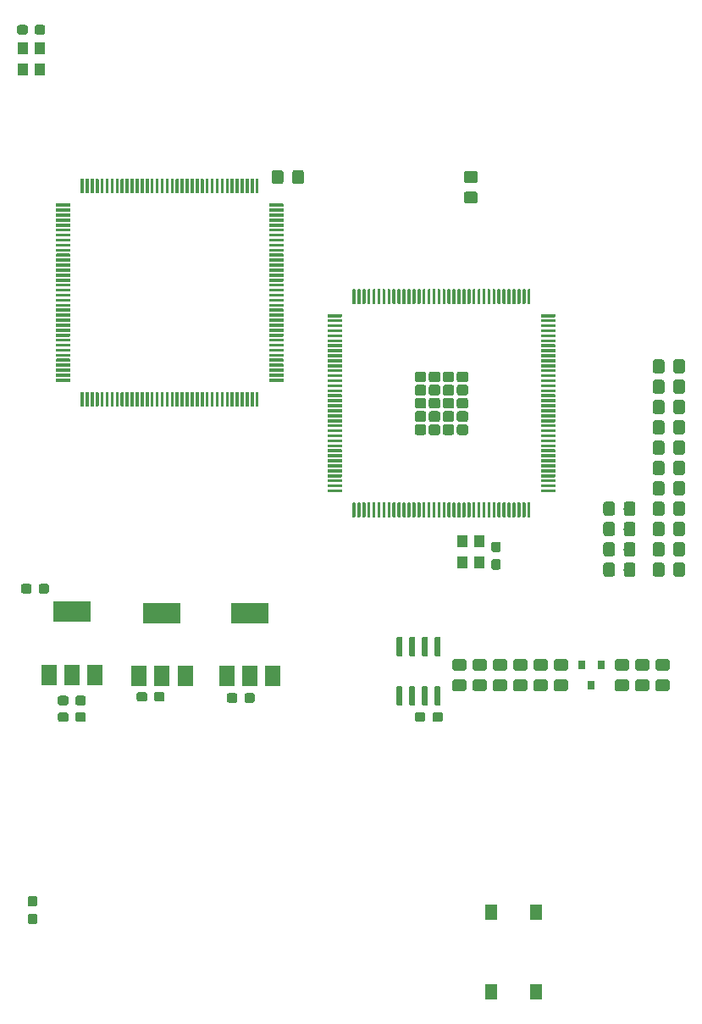
<source format=gbr>
G04 #@! TF.GenerationSoftware,KiCad,Pcbnew,(5.1.2-1)-1*
G04 #@! TF.CreationDate,2020-07-07T12:37:09+01:00*
G04 #@! TF.ProjectId,MZ80-80CLR,4d5a3830-2d38-4304-934c-522e6b696361,rev?*
G04 #@! TF.SameCoordinates,Original*
G04 #@! TF.FileFunction,Paste,Top*
G04 #@! TF.FilePolarity,Positive*
%FSLAX46Y46*%
G04 Gerber Fmt 4.6, Leading zero omitted, Abs format (unit mm)*
G04 Created by KiCad (PCBNEW (5.1.2-1)-1) date 2020-07-07 12:37:09*
%MOMM*%
%LPD*%
G04 APERTURE LIST*
%ADD10R,1.300000X1.550000*%
%ADD11R,0.800000X0.900000*%
%ADD12C,0.100000*%
%ADD13C,1.070000*%
%ADD14C,0.300000*%
%ADD15C,0.950000*%
%ADD16R,1.500000X2.000000*%
%ADD17R,3.800000X2.000000*%
%ADD18R,1.100000X1.300000*%
%ADD19C,0.600000*%
%ADD20C,1.150000*%
G04 APERTURE END LIST*
D10*
X124297000Y-122893000D03*
X119797000Y-122893000D03*
X119797000Y-130853000D03*
X124297000Y-130853000D03*
D11*
X129794000Y-100187000D03*
X128844000Y-98187000D03*
X130744000Y-98187000D03*
D12*
G36*
X113043504Y-74120704D02*
G01*
X113067773Y-74124304D01*
X113091571Y-74130265D01*
X113114671Y-74138530D01*
X113136849Y-74149020D01*
X113157893Y-74161633D01*
X113177598Y-74176247D01*
X113195777Y-74192723D01*
X113212253Y-74210902D01*
X113226867Y-74230607D01*
X113239480Y-74251651D01*
X113249970Y-74273829D01*
X113258235Y-74296929D01*
X113264196Y-74320727D01*
X113267796Y-74344996D01*
X113269000Y-74369500D01*
X113269000Y-74939500D01*
X113267796Y-74964004D01*
X113264196Y-74988273D01*
X113258235Y-75012071D01*
X113249970Y-75035171D01*
X113239480Y-75057349D01*
X113226867Y-75078393D01*
X113212253Y-75098098D01*
X113195777Y-75116277D01*
X113177598Y-75132753D01*
X113157893Y-75147367D01*
X113136849Y-75159980D01*
X113114671Y-75170470D01*
X113091571Y-75178735D01*
X113067773Y-75184696D01*
X113043504Y-75188296D01*
X113019000Y-75189500D01*
X112389000Y-75189500D01*
X112364496Y-75188296D01*
X112340227Y-75184696D01*
X112316429Y-75178735D01*
X112293329Y-75170470D01*
X112271151Y-75159980D01*
X112250107Y-75147367D01*
X112230402Y-75132753D01*
X112212223Y-75116277D01*
X112195747Y-75098098D01*
X112181133Y-75078393D01*
X112168520Y-75057349D01*
X112158030Y-75035171D01*
X112149765Y-75012071D01*
X112143804Y-74988273D01*
X112140204Y-74964004D01*
X112139000Y-74939500D01*
X112139000Y-74369500D01*
X112140204Y-74344996D01*
X112143804Y-74320727D01*
X112149765Y-74296929D01*
X112158030Y-74273829D01*
X112168520Y-74251651D01*
X112181133Y-74230607D01*
X112195747Y-74210902D01*
X112212223Y-74192723D01*
X112230402Y-74176247D01*
X112250107Y-74161633D01*
X112271151Y-74149020D01*
X112293329Y-74138530D01*
X112316429Y-74130265D01*
X112340227Y-74124304D01*
X112364496Y-74120704D01*
X112389000Y-74119500D01*
X113019000Y-74119500D01*
X113043504Y-74120704D01*
X113043504Y-74120704D01*
G37*
D13*
X112704000Y-74654500D03*
D12*
G36*
X114443504Y-74120704D02*
G01*
X114467773Y-74124304D01*
X114491571Y-74130265D01*
X114514671Y-74138530D01*
X114536849Y-74149020D01*
X114557893Y-74161633D01*
X114577598Y-74176247D01*
X114595777Y-74192723D01*
X114612253Y-74210902D01*
X114626867Y-74230607D01*
X114639480Y-74251651D01*
X114649970Y-74273829D01*
X114658235Y-74296929D01*
X114664196Y-74320727D01*
X114667796Y-74344996D01*
X114669000Y-74369500D01*
X114669000Y-74939500D01*
X114667796Y-74964004D01*
X114664196Y-74988273D01*
X114658235Y-75012071D01*
X114649970Y-75035171D01*
X114639480Y-75057349D01*
X114626867Y-75078393D01*
X114612253Y-75098098D01*
X114595777Y-75116277D01*
X114577598Y-75132753D01*
X114557893Y-75147367D01*
X114536849Y-75159980D01*
X114514671Y-75170470D01*
X114491571Y-75178735D01*
X114467773Y-75184696D01*
X114443504Y-75188296D01*
X114419000Y-75189500D01*
X113789000Y-75189500D01*
X113764496Y-75188296D01*
X113740227Y-75184696D01*
X113716429Y-75178735D01*
X113693329Y-75170470D01*
X113671151Y-75159980D01*
X113650107Y-75147367D01*
X113630402Y-75132753D01*
X113612223Y-75116277D01*
X113595747Y-75098098D01*
X113581133Y-75078393D01*
X113568520Y-75057349D01*
X113558030Y-75035171D01*
X113549765Y-75012071D01*
X113543804Y-74988273D01*
X113540204Y-74964004D01*
X113539000Y-74939500D01*
X113539000Y-74369500D01*
X113540204Y-74344996D01*
X113543804Y-74320727D01*
X113549765Y-74296929D01*
X113558030Y-74273829D01*
X113568520Y-74251651D01*
X113581133Y-74230607D01*
X113595747Y-74210902D01*
X113612223Y-74192723D01*
X113630402Y-74176247D01*
X113650107Y-74161633D01*
X113671151Y-74149020D01*
X113693329Y-74138530D01*
X113716429Y-74130265D01*
X113740227Y-74124304D01*
X113764496Y-74120704D01*
X113789000Y-74119500D01*
X114419000Y-74119500D01*
X114443504Y-74120704D01*
X114443504Y-74120704D01*
G37*
D13*
X114104000Y-74654500D03*
D12*
G36*
X115843504Y-74120704D02*
G01*
X115867773Y-74124304D01*
X115891571Y-74130265D01*
X115914671Y-74138530D01*
X115936849Y-74149020D01*
X115957893Y-74161633D01*
X115977598Y-74176247D01*
X115995777Y-74192723D01*
X116012253Y-74210902D01*
X116026867Y-74230607D01*
X116039480Y-74251651D01*
X116049970Y-74273829D01*
X116058235Y-74296929D01*
X116064196Y-74320727D01*
X116067796Y-74344996D01*
X116069000Y-74369500D01*
X116069000Y-74939500D01*
X116067796Y-74964004D01*
X116064196Y-74988273D01*
X116058235Y-75012071D01*
X116049970Y-75035171D01*
X116039480Y-75057349D01*
X116026867Y-75078393D01*
X116012253Y-75098098D01*
X115995777Y-75116277D01*
X115977598Y-75132753D01*
X115957893Y-75147367D01*
X115936849Y-75159980D01*
X115914671Y-75170470D01*
X115891571Y-75178735D01*
X115867773Y-75184696D01*
X115843504Y-75188296D01*
X115819000Y-75189500D01*
X115189000Y-75189500D01*
X115164496Y-75188296D01*
X115140227Y-75184696D01*
X115116429Y-75178735D01*
X115093329Y-75170470D01*
X115071151Y-75159980D01*
X115050107Y-75147367D01*
X115030402Y-75132753D01*
X115012223Y-75116277D01*
X114995747Y-75098098D01*
X114981133Y-75078393D01*
X114968520Y-75057349D01*
X114958030Y-75035171D01*
X114949765Y-75012071D01*
X114943804Y-74988273D01*
X114940204Y-74964004D01*
X114939000Y-74939500D01*
X114939000Y-74369500D01*
X114940204Y-74344996D01*
X114943804Y-74320727D01*
X114949765Y-74296929D01*
X114958030Y-74273829D01*
X114968520Y-74251651D01*
X114981133Y-74230607D01*
X114995747Y-74210902D01*
X115012223Y-74192723D01*
X115030402Y-74176247D01*
X115050107Y-74161633D01*
X115071151Y-74149020D01*
X115093329Y-74138530D01*
X115116429Y-74130265D01*
X115140227Y-74124304D01*
X115164496Y-74120704D01*
X115189000Y-74119500D01*
X115819000Y-74119500D01*
X115843504Y-74120704D01*
X115843504Y-74120704D01*
G37*
D13*
X115504000Y-74654500D03*
D12*
G36*
X117243504Y-74120704D02*
G01*
X117267773Y-74124304D01*
X117291571Y-74130265D01*
X117314671Y-74138530D01*
X117336849Y-74149020D01*
X117357893Y-74161633D01*
X117377598Y-74176247D01*
X117395777Y-74192723D01*
X117412253Y-74210902D01*
X117426867Y-74230607D01*
X117439480Y-74251651D01*
X117449970Y-74273829D01*
X117458235Y-74296929D01*
X117464196Y-74320727D01*
X117467796Y-74344996D01*
X117469000Y-74369500D01*
X117469000Y-74939500D01*
X117467796Y-74964004D01*
X117464196Y-74988273D01*
X117458235Y-75012071D01*
X117449970Y-75035171D01*
X117439480Y-75057349D01*
X117426867Y-75078393D01*
X117412253Y-75098098D01*
X117395777Y-75116277D01*
X117377598Y-75132753D01*
X117357893Y-75147367D01*
X117336849Y-75159980D01*
X117314671Y-75170470D01*
X117291571Y-75178735D01*
X117267773Y-75184696D01*
X117243504Y-75188296D01*
X117219000Y-75189500D01*
X116589000Y-75189500D01*
X116564496Y-75188296D01*
X116540227Y-75184696D01*
X116516429Y-75178735D01*
X116493329Y-75170470D01*
X116471151Y-75159980D01*
X116450107Y-75147367D01*
X116430402Y-75132753D01*
X116412223Y-75116277D01*
X116395747Y-75098098D01*
X116381133Y-75078393D01*
X116368520Y-75057349D01*
X116358030Y-75035171D01*
X116349765Y-75012071D01*
X116343804Y-74988273D01*
X116340204Y-74964004D01*
X116339000Y-74939500D01*
X116339000Y-74369500D01*
X116340204Y-74344996D01*
X116343804Y-74320727D01*
X116349765Y-74296929D01*
X116358030Y-74273829D01*
X116368520Y-74251651D01*
X116381133Y-74230607D01*
X116395747Y-74210902D01*
X116412223Y-74192723D01*
X116430402Y-74176247D01*
X116450107Y-74161633D01*
X116471151Y-74149020D01*
X116493329Y-74138530D01*
X116516429Y-74130265D01*
X116540227Y-74124304D01*
X116564496Y-74120704D01*
X116589000Y-74119500D01*
X117219000Y-74119500D01*
X117243504Y-74120704D01*
X117243504Y-74120704D01*
G37*
D13*
X116904000Y-74654500D03*
D12*
G36*
X113043504Y-72800704D02*
G01*
X113067773Y-72804304D01*
X113091571Y-72810265D01*
X113114671Y-72818530D01*
X113136849Y-72829020D01*
X113157893Y-72841633D01*
X113177598Y-72856247D01*
X113195777Y-72872723D01*
X113212253Y-72890902D01*
X113226867Y-72910607D01*
X113239480Y-72931651D01*
X113249970Y-72953829D01*
X113258235Y-72976929D01*
X113264196Y-73000727D01*
X113267796Y-73024996D01*
X113269000Y-73049500D01*
X113269000Y-73619500D01*
X113267796Y-73644004D01*
X113264196Y-73668273D01*
X113258235Y-73692071D01*
X113249970Y-73715171D01*
X113239480Y-73737349D01*
X113226867Y-73758393D01*
X113212253Y-73778098D01*
X113195777Y-73796277D01*
X113177598Y-73812753D01*
X113157893Y-73827367D01*
X113136849Y-73839980D01*
X113114671Y-73850470D01*
X113091571Y-73858735D01*
X113067773Y-73864696D01*
X113043504Y-73868296D01*
X113019000Y-73869500D01*
X112389000Y-73869500D01*
X112364496Y-73868296D01*
X112340227Y-73864696D01*
X112316429Y-73858735D01*
X112293329Y-73850470D01*
X112271151Y-73839980D01*
X112250107Y-73827367D01*
X112230402Y-73812753D01*
X112212223Y-73796277D01*
X112195747Y-73778098D01*
X112181133Y-73758393D01*
X112168520Y-73737349D01*
X112158030Y-73715171D01*
X112149765Y-73692071D01*
X112143804Y-73668273D01*
X112140204Y-73644004D01*
X112139000Y-73619500D01*
X112139000Y-73049500D01*
X112140204Y-73024996D01*
X112143804Y-73000727D01*
X112149765Y-72976929D01*
X112158030Y-72953829D01*
X112168520Y-72931651D01*
X112181133Y-72910607D01*
X112195747Y-72890902D01*
X112212223Y-72872723D01*
X112230402Y-72856247D01*
X112250107Y-72841633D01*
X112271151Y-72829020D01*
X112293329Y-72818530D01*
X112316429Y-72810265D01*
X112340227Y-72804304D01*
X112364496Y-72800704D01*
X112389000Y-72799500D01*
X113019000Y-72799500D01*
X113043504Y-72800704D01*
X113043504Y-72800704D01*
G37*
D13*
X112704000Y-73334500D03*
D12*
G36*
X114443504Y-72800704D02*
G01*
X114467773Y-72804304D01*
X114491571Y-72810265D01*
X114514671Y-72818530D01*
X114536849Y-72829020D01*
X114557893Y-72841633D01*
X114577598Y-72856247D01*
X114595777Y-72872723D01*
X114612253Y-72890902D01*
X114626867Y-72910607D01*
X114639480Y-72931651D01*
X114649970Y-72953829D01*
X114658235Y-72976929D01*
X114664196Y-73000727D01*
X114667796Y-73024996D01*
X114669000Y-73049500D01*
X114669000Y-73619500D01*
X114667796Y-73644004D01*
X114664196Y-73668273D01*
X114658235Y-73692071D01*
X114649970Y-73715171D01*
X114639480Y-73737349D01*
X114626867Y-73758393D01*
X114612253Y-73778098D01*
X114595777Y-73796277D01*
X114577598Y-73812753D01*
X114557893Y-73827367D01*
X114536849Y-73839980D01*
X114514671Y-73850470D01*
X114491571Y-73858735D01*
X114467773Y-73864696D01*
X114443504Y-73868296D01*
X114419000Y-73869500D01*
X113789000Y-73869500D01*
X113764496Y-73868296D01*
X113740227Y-73864696D01*
X113716429Y-73858735D01*
X113693329Y-73850470D01*
X113671151Y-73839980D01*
X113650107Y-73827367D01*
X113630402Y-73812753D01*
X113612223Y-73796277D01*
X113595747Y-73778098D01*
X113581133Y-73758393D01*
X113568520Y-73737349D01*
X113558030Y-73715171D01*
X113549765Y-73692071D01*
X113543804Y-73668273D01*
X113540204Y-73644004D01*
X113539000Y-73619500D01*
X113539000Y-73049500D01*
X113540204Y-73024996D01*
X113543804Y-73000727D01*
X113549765Y-72976929D01*
X113558030Y-72953829D01*
X113568520Y-72931651D01*
X113581133Y-72910607D01*
X113595747Y-72890902D01*
X113612223Y-72872723D01*
X113630402Y-72856247D01*
X113650107Y-72841633D01*
X113671151Y-72829020D01*
X113693329Y-72818530D01*
X113716429Y-72810265D01*
X113740227Y-72804304D01*
X113764496Y-72800704D01*
X113789000Y-72799500D01*
X114419000Y-72799500D01*
X114443504Y-72800704D01*
X114443504Y-72800704D01*
G37*
D13*
X114104000Y-73334500D03*
D12*
G36*
X115843504Y-72800704D02*
G01*
X115867773Y-72804304D01*
X115891571Y-72810265D01*
X115914671Y-72818530D01*
X115936849Y-72829020D01*
X115957893Y-72841633D01*
X115977598Y-72856247D01*
X115995777Y-72872723D01*
X116012253Y-72890902D01*
X116026867Y-72910607D01*
X116039480Y-72931651D01*
X116049970Y-72953829D01*
X116058235Y-72976929D01*
X116064196Y-73000727D01*
X116067796Y-73024996D01*
X116069000Y-73049500D01*
X116069000Y-73619500D01*
X116067796Y-73644004D01*
X116064196Y-73668273D01*
X116058235Y-73692071D01*
X116049970Y-73715171D01*
X116039480Y-73737349D01*
X116026867Y-73758393D01*
X116012253Y-73778098D01*
X115995777Y-73796277D01*
X115977598Y-73812753D01*
X115957893Y-73827367D01*
X115936849Y-73839980D01*
X115914671Y-73850470D01*
X115891571Y-73858735D01*
X115867773Y-73864696D01*
X115843504Y-73868296D01*
X115819000Y-73869500D01*
X115189000Y-73869500D01*
X115164496Y-73868296D01*
X115140227Y-73864696D01*
X115116429Y-73858735D01*
X115093329Y-73850470D01*
X115071151Y-73839980D01*
X115050107Y-73827367D01*
X115030402Y-73812753D01*
X115012223Y-73796277D01*
X114995747Y-73778098D01*
X114981133Y-73758393D01*
X114968520Y-73737349D01*
X114958030Y-73715171D01*
X114949765Y-73692071D01*
X114943804Y-73668273D01*
X114940204Y-73644004D01*
X114939000Y-73619500D01*
X114939000Y-73049500D01*
X114940204Y-73024996D01*
X114943804Y-73000727D01*
X114949765Y-72976929D01*
X114958030Y-72953829D01*
X114968520Y-72931651D01*
X114981133Y-72910607D01*
X114995747Y-72890902D01*
X115012223Y-72872723D01*
X115030402Y-72856247D01*
X115050107Y-72841633D01*
X115071151Y-72829020D01*
X115093329Y-72818530D01*
X115116429Y-72810265D01*
X115140227Y-72804304D01*
X115164496Y-72800704D01*
X115189000Y-72799500D01*
X115819000Y-72799500D01*
X115843504Y-72800704D01*
X115843504Y-72800704D01*
G37*
D13*
X115504000Y-73334500D03*
D12*
G36*
X117243504Y-72800704D02*
G01*
X117267773Y-72804304D01*
X117291571Y-72810265D01*
X117314671Y-72818530D01*
X117336849Y-72829020D01*
X117357893Y-72841633D01*
X117377598Y-72856247D01*
X117395777Y-72872723D01*
X117412253Y-72890902D01*
X117426867Y-72910607D01*
X117439480Y-72931651D01*
X117449970Y-72953829D01*
X117458235Y-72976929D01*
X117464196Y-73000727D01*
X117467796Y-73024996D01*
X117469000Y-73049500D01*
X117469000Y-73619500D01*
X117467796Y-73644004D01*
X117464196Y-73668273D01*
X117458235Y-73692071D01*
X117449970Y-73715171D01*
X117439480Y-73737349D01*
X117426867Y-73758393D01*
X117412253Y-73778098D01*
X117395777Y-73796277D01*
X117377598Y-73812753D01*
X117357893Y-73827367D01*
X117336849Y-73839980D01*
X117314671Y-73850470D01*
X117291571Y-73858735D01*
X117267773Y-73864696D01*
X117243504Y-73868296D01*
X117219000Y-73869500D01*
X116589000Y-73869500D01*
X116564496Y-73868296D01*
X116540227Y-73864696D01*
X116516429Y-73858735D01*
X116493329Y-73850470D01*
X116471151Y-73839980D01*
X116450107Y-73827367D01*
X116430402Y-73812753D01*
X116412223Y-73796277D01*
X116395747Y-73778098D01*
X116381133Y-73758393D01*
X116368520Y-73737349D01*
X116358030Y-73715171D01*
X116349765Y-73692071D01*
X116343804Y-73668273D01*
X116340204Y-73644004D01*
X116339000Y-73619500D01*
X116339000Y-73049500D01*
X116340204Y-73024996D01*
X116343804Y-73000727D01*
X116349765Y-72976929D01*
X116358030Y-72953829D01*
X116368520Y-72931651D01*
X116381133Y-72910607D01*
X116395747Y-72890902D01*
X116412223Y-72872723D01*
X116430402Y-72856247D01*
X116450107Y-72841633D01*
X116471151Y-72829020D01*
X116493329Y-72818530D01*
X116516429Y-72810265D01*
X116540227Y-72804304D01*
X116564496Y-72800704D01*
X116589000Y-72799500D01*
X117219000Y-72799500D01*
X117243504Y-72800704D01*
X117243504Y-72800704D01*
G37*
D13*
X116904000Y-73334500D03*
D12*
G36*
X113043504Y-71480704D02*
G01*
X113067773Y-71484304D01*
X113091571Y-71490265D01*
X113114671Y-71498530D01*
X113136849Y-71509020D01*
X113157893Y-71521633D01*
X113177598Y-71536247D01*
X113195777Y-71552723D01*
X113212253Y-71570902D01*
X113226867Y-71590607D01*
X113239480Y-71611651D01*
X113249970Y-71633829D01*
X113258235Y-71656929D01*
X113264196Y-71680727D01*
X113267796Y-71704996D01*
X113269000Y-71729500D01*
X113269000Y-72299500D01*
X113267796Y-72324004D01*
X113264196Y-72348273D01*
X113258235Y-72372071D01*
X113249970Y-72395171D01*
X113239480Y-72417349D01*
X113226867Y-72438393D01*
X113212253Y-72458098D01*
X113195777Y-72476277D01*
X113177598Y-72492753D01*
X113157893Y-72507367D01*
X113136849Y-72519980D01*
X113114671Y-72530470D01*
X113091571Y-72538735D01*
X113067773Y-72544696D01*
X113043504Y-72548296D01*
X113019000Y-72549500D01*
X112389000Y-72549500D01*
X112364496Y-72548296D01*
X112340227Y-72544696D01*
X112316429Y-72538735D01*
X112293329Y-72530470D01*
X112271151Y-72519980D01*
X112250107Y-72507367D01*
X112230402Y-72492753D01*
X112212223Y-72476277D01*
X112195747Y-72458098D01*
X112181133Y-72438393D01*
X112168520Y-72417349D01*
X112158030Y-72395171D01*
X112149765Y-72372071D01*
X112143804Y-72348273D01*
X112140204Y-72324004D01*
X112139000Y-72299500D01*
X112139000Y-71729500D01*
X112140204Y-71704996D01*
X112143804Y-71680727D01*
X112149765Y-71656929D01*
X112158030Y-71633829D01*
X112168520Y-71611651D01*
X112181133Y-71590607D01*
X112195747Y-71570902D01*
X112212223Y-71552723D01*
X112230402Y-71536247D01*
X112250107Y-71521633D01*
X112271151Y-71509020D01*
X112293329Y-71498530D01*
X112316429Y-71490265D01*
X112340227Y-71484304D01*
X112364496Y-71480704D01*
X112389000Y-71479500D01*
X113019000Y-71479500D01*
X113043504Y-71480704D01*
X113043504Y-71480704D01*
G37*
D13*
X112704000Y-72014500D03*
D12*
G36*
X114443504Y-71480704D02*
G01*
X114467773Y-71484304D01*
X114491571Y-71490265D01*
X114514671Y-71498530D01*
X114536849Y-71509020D01*
X114557893Y-71521633D01*
X114577598Y-71536247D01*
X114595777Y-71552723D01*
X114612253Y-71570902D01*
X114626867Y-71590607D01*
X114639480Y-71611651D01*
X114649970Y-71633829D01*
X114658235Y-71656929D01*
X114664196Y-71680727D01*
X114667796Y-71704996D01*
X114669000Y-71729500D01*
X114669000Y-72299500D01*
X114667796Y-72324004D01*
X114664196Y-72348273D01*
X114658235Y-72372071D01*
X114649970Y-72395171D01*
X114639480Y-72417349D01*
X114626867Y-72438393D01*
X114612253Y-72458098D01*
X114595777Y-72476277D01*
X114577598Y-72492753D01*
X114557893Y-72507367D01*
X114536849Y-72519980D01*
X114514671Y-72530470D01*
X114491571Y-72538735D01*
X114467773Y-72544696D01*
X114443504Y-72548296D01*
X114419000Y-72549500D01*
X113789000Y-72549500D01*
X113764496Y-72548296D01*
X113740227Y-72544696D01*
X113716429Y-72538735D01*
X113693329Y-72530470D01*
X113671151Y-72519980D01*
X113650107Y-72507367D01*
X113630402Y-72492753D01*
X113612223Y-72476277D01*
X113595747Y-72458098D01*
X113581133Y-72438393D01*
X113568520Y-72417349D01*
X113558030Y-72395171D01*
X113549765Y-72372071D01*
X113543804Y-72348273D01*
X113540204Y-72324004D01*
X113539000Y-72299500D01*
X113539000Y-71729500D01*
X113540204Y-71704996D01*
X113543804Y-71680727D01*
X113549765Y-71656929D01*
X113558030Y-71633829D01*
X113568520Y-71611651D01*
X113581133Y-71590607D01*
X113595747Y-71570902D01*
X113612223Y-71552723D01*
X113630402Y-71536247D01*
X113650107Y-71521633D01*
X113671151Y-71509020D01*
X113693329Y-71498530D01*
X113716429Y-71490265D01*
X113740227Y-71484304D01*
X113764496Y-71480704D01*
X113789000Y-71479500D01*
X114419000Y-71479500D01*
X114443504Y-71480704D01*
X114443504Y-71480704D01*
G37*
D13*
X114104000Y-72014500D03*
D12*
G36*
X115843504Y-71480704D02*
G01*
X115867773Y-71484304D01*
X115891571Y-71490265D01*
X115914671Y-71498530D01*
X115936849Y-71509020D01*
X115957893Y-71521633D01*
X115977598Y-71536247D01*
X115995777Y-71552723D01*
X116012253Y-71570902D01*
X116026867Y-71590607D01*
X116039480Y-71611651D01*
X116049970Y-71633829D01*
X116058235Y-71656929D01*
X116064196Y-71680727D01*
X116067796Y-71704996D01*
X116069000Y-71729500D01*
X116069000Y-72299500D01*
X116067796Y-72324004D01*
X116064196Y-72348273D01*
X116058235Y-72372071D01*
X116049970Y-72395171D01*
X116039480Y-72417349D01*
X116026867Y-72438393D01*
X116012253Y-72458098D01*
X115995777Y-72476277D01*
X115977598Y-72492753D01*
X115957893Y-72507367D01*
X115936849Y-72519980D01*
X115914671Y-72530470D01*
X115891571Y-72538735D01*
X115867773Y-72544696D01*
X115843504Y-72548296D01*
X115819000Y-72549500D01*
X115189000Y-72549500D01*
X115164496Y-72548296D01*
X115140227Y-72544696D01*
X115116429Y-72538735D01*
X115093329Y-72530470D01*
X115071151Y-72519980D01*
X115050107Y-72507367D01*
X115030402Y-72492753D01*
X115012223Y-72476277D01*
X114995747Y-72458098D01*
X114981133Y-72438393D01*
X114968520Y-72417349D01*
X114958030Y-72395171D01*
X114949765Y-72372071D01*
X114943804Y-72348273D01*
X114940204Y-72324004D01*
X114939000Y-72299500D01*
X114939000Y-71729500D01*
X114940204Y-71704996D01*
X114943804Y-71680727D01*
X114949765Y-71656929D01*
X114958030Y-71633829D01*
X114968520Y-71611651D01*
X114981133Y-71590607D01*
X114995747Y-71570902D01*
X115012223Y-71552723D01*
X115030402Y-71536247D01*
X115050107Y-71521633D01*
X115071151Y-71509020D01*
X115093329Y-71498530D01*
X115116429Y-71490265D01*
X115140227Y-71484304D01*
X115164496Y-71480704D01*
X115189000Y-71479500D01*
X115819000Y-71479500D01*
X115843504Y-71480704D01*
X115843504Y-71480704D01*
G37*
D13*
X115504000Y-72014500D03*
D12*
G36*
X117243504Y-71480704D02*
G01*
X117267773Y-71484304D01*
X117291571Y-71490265D01*
X117314671Y-71498530D01*
X117336849Y-71509020D01*
X117357893Y-71521633D01*
X117377598Y-71536247D01*
X117395777Y-71552723D01*
X117412253Y-71570902D01*
X117426867Y-71590607D01*
X117439480Y-71611651D01*
X117449970Y-71633829D01*
X117458235Y-71656929D01*
X117464196Y-71680727D01*
X117467796Y-71704996D01*
X117469000Y-71729500D01*
X117469000Y-72299500D01*
X117467796Y-72324004D01*
X117464196Y-72348273D01*
X117458235Y-72372071D01*
X117449970Y-72395171D01*
X117439480Y-72417349D01*
X117426867Y-72438393D01*
X117412253Y-72458098D01*
X117395777Y-72476277D01*
X117377598Y-72492753D01*
X117357893Y-72507367D01*
X117336849Y-72519980D01*
X117314671Y-72530470D01*
X117291571Y-72538735D01*
X117267773Y-72544696D01*
X117243504Y-72548296D01*
X117219000Y-72549500D01*
X116589000Y-72549500D01*
X116564496Y-72548296D01*
X116540227Y-72544696D01*
X116516429Y-72538735D01*
X116493329Y-72530470D01*
X116471151Y-72519980D01*
X116450107Y-72507367D01*
X116430402Y-72492753D01*
X116412223Y-72476277D01*
X116395747Y-72458098D01*
X116381133Y-72438393D01*
X116368520Y-72417349D01*
X116358030Y-72395171D01*
X116349765Y-72372071D01*
X116343804Y-72348273D01*
X116340204Y-72324004D01*
X116339000Y-72299500D01*
X116339000Y-71729500D01*
X116340204Y-71704996D01*
X116343804Y-71680727D01*
X116349765Y-71656929D01*
X116358030Y-71633829D01*
X116368520Y-71611651D01*
X116381133Y-71590607D01*
X116395747Y-71570902D01*
X116412223Y-71552723D01*
X116430402Y-71536247D01*
X116450107Y-71521633D01*
X116471151Y-71509020D01*
X116493329Y-71498530D01*
X116516429Y-71490265D01*
X116540227Y-71484304D01*
X116564496Y-71480704D01*
X116589000Y-71479500D01*
X117219000Y-71479500D01*
X117243504Y-71480704D01*
X117243504Y-71480704D01*
G37*
D13*
X116904000Y-72014500D03*
D12*
G36*
X113043504Y-70160704D02*
G01*
X113067773Y-70164304D01*
X113091571Y-70170265D01*
X113114671Y-70178530D01*
X113136849Y-70189020D01*
X113157893Y-70201633D01*
X113177598Y-70216247D01*
X113195777Y-70232723D01*
X113212253Y-70250902D01*
X113226867Y-70270607D01*
X113239480Y-70291651D01*
X113249970Y-70313829D01*
X113258235Y-70336929D01*
X113264196Y-70360727D01*
X113267796Y-70384996D01*
X113269000Y-70409500D01*
X113269000Y-70979500D01*
X113267796Y-71004004D01*
X113264196Y-71028273D01*
X113258235Y-71052071D01*
X113249970Y-71075171D01*
X113239480Y-71097349D01*
X113226867Y-71118393D01*
X113212253Y-71138098D01*
X113195777Y-71156277D01*
X113177598Y-71172753D01*
X113157893Y-71187367D01*
X113136849Y-71199980D01*
X113114671Y-71210470D01*
X113091571Y-71218735D01*
X113067773Y-71224696D01*
X113043504Y-71228296D01*
X113019000Y-71229500D01*
X112389000Y-71229500D01*
X112364496Y-71228296D01*
X112340227Y-71224696D01*
X112316429Y-71218735D01*
X112293329Y-71210470D01*
X112271151Y-71199980D01*
X112250107Y-71187367D01*
X112230402Y-71172753D01*
X112212223Y-71156277D01*
X112195747Y-71138098D01*
X112181133Y-71118393D01*
X112168520Y-71097349D01*
X112158030Y-71075171D01*
X112149765Y-71052071D01*
X112143804Y-71028273D01*
X112140204Y-71004004D01*
X112139000Y-70979500D01*
X112139000Y-70409500D01*
X112140204Y-70384996D01*
X112143804Y-70360727D01*
X112149765Y-70336929D01*
X112158030Y-70313829D01*
X112168520Y-70291651D01*
X112181133Y-70270607D01*
X112195747Y-70250902D01*
X112212223Y-70232723D01*
X112230402Y-70216247D01*
X112250107Y-70201633D01*
X112271151Y-70189020D01*
X112293329Y-70178530D01*
X112316429Y-70170265D01*
X112340227Y-70164304D01*
X112364496Y-70160704D01*
X112389000Y-70159500D01*
X113019000Y-70159500D01*
X113043504Y-70160704D01*
X113043504Y-70160704D01*
G37*
D13*
X112704000Y-70694500D03*
D12*
G36*
X114443504Y-70160704D02*
G01*
X114467773Y-70164304D01*
X114491571Y-70170265D01*
X114514671Y-70178530D01*
X114536849Y-70189020D01*
X114557893Y-70201633D01*
X114577598Y-70216247D01*
X114595777Y-70232723D01*
X114612253Y-70250902D01*
X114626867Y-70270607D01*
X114639480Y-70291651D01*
X114649970Y-70313829D01*
X114658235Y-70336929D01*
X114664196Y-70360727D01*
X114667796Y-70384996D01*
X114669000Y-70409500D01*
X114669000Y-70979500D01*
X114667796Y-71004004D01*
X114664196Y-71028273D01*
X114658235Y-71052071D01*
X114649970Y-71075171D01*
X114639480Y-71097349D01*
X114626867Y-71118393D01*
X114612253Y-71138098D01*
X114595777Y-71156277D01*
X114577598Y-71172753D01*
X114557893Y-71187367D01*
X114536849Y-71199980D01*
X114514671Y-71210470D01*
X114491571Y-71218735D01*
X114467773Y-71224696D01*
X114443504Y-71228296D01*
X114419000Y-71229500D01*
X113789000Y-71229500D01*
X113764496Y-71228296D01*
X113740227Y-71224696D01*
X113716429Y-71218735D01*
X113693329Y-71210470D01*
X113671151Y-71199980D01*
X113650107Y-71187367D01*
X113630402Y-71172753D01*
X113612223Y-71156277D01*
X113595747Y-71138098D01*
X113581133Y-71118393D01*
X113568520Y-71097349D01*
X113558030Y-71075171D01*
X113549765Y-71052071D01*
X113543804Y-71028273D01*
X113540204Y-71004004D01*
X113539000Y-70979500D01*
X113539000Y-70409500D01*
X113540204Y-70384996D01*
X113543804Y-70360727D01*
X113549765Y-70336929D01*
X113558030Y-70313829D01*
X113568520Y-70291651D01*
X113581133Y-70270607D01*
X113595747Y-70250902D01*
X113612223Y-70232723D01*
X113630402Y-70216247D01*
X113650107Y-70201633D01*
X113671151Y-70189020D01*
X113693329Y-70178530D01*
X113716429Y-70170265D01*
X113740227Y-70164304D01*
X113764496Y-70160704D01*
X113789000Y-70159500D01*
X114419000Y-70159500D01*
X114443504Y-70160704D01*
X114443504Y-70160704D01*
G37*
D13*
X114104000Y-70694500D03*
D12*
G36*
X115843504Y-70160704D02*
G01*
X115867773Y-70164304D01*
X115891571Y-70170265D01*
X115914671Y-70178530D01*
X115936849Y-70189020D01*
X115957893Y-70201633D01*
X115977598Y-70216247D01*
X115995777Y-70232723D01*
X116012253Y-70250902D01*
X116026867Y-70270607D01*
X116039480Y-70291651D01*
X116049970Y-70313829D01*
X116058235Y-70336929D01*
X116064196Y-70360727D01*
X116067796Y-70384996D01*
X116069000Y-70409500D01*
X116069000Y-70979500D01*
X116067796Y-71004004D01*
X116064196Y-71028273D01*
X116058235Y-71052071D01*
X116049970Y-71075171D01*
X116039480Y-71097349D01*
X116026867Y-71118393D01*
X116012253Y-71138098D01*
X115995777Y-71156277D01*
X115977598Y-71172753D01*
X115957893Y-71187367D01*
X115936849Y-71199980D01*
X115914671Y-71210470D01*
X115891571Y-71218735D01*
X115867773Y-71224696D01*
X115843504Y-71228296D01*
X115819000Y-71229500D01*
X115189000Y-71229500D01*
X115164496Y-71228296D01*
X115140227Y-71224696D01*
X115116429Y-71218735D01*
X115093329Y-71210470D01*
X115071151Y-71199980D01*
X115050107Y-71187367D01*
X115030402Y-71172753D01*
X115012223Y-71156277D01*
X114995747Y-71138098D01*
X114981133Y-71118393D01*
X114968520Y-71097349D01*
X114958030Y-71075171D01*
X114949765Y-71052071D01*
X114943804Y-71028273D01*
X114940204Y-71004004D01*
X114939000Y-70979500D01*
X114939000Y-70409500D01*
X114940204Y-70384996D01*
X114943804Y-70360727D01*
X114949765Y-70336929D01*
X114958030Y-70313829D01*
X114968520Y-70291651D01*
X114981133Y-70270607D01*
X114995747Y-70250902D01*
X115012223Y-70232723D01*
X115030402Y-70216247D01*
X115050107Y-70201633D01*
X115071151Y-70189020D01*
X115093329Y-70178530D01*
X115116429Y-70170265D01*
X115140227Y-70164304D01*
X115164496Y-70160704D01*
X115189000Y-70159500D01*
X115819000Y-70159500D01*
X115843504Y-70160704D01*
X115843504Y-70160704D01*
G37*
D13*
X115504000Y-70694500D03*
D12*
G36*
X117243504Y-70160704D02*
G01*
X117267773Y-70164304D01*
X117291571Y-70170265D01*
X117314671Y-70178530D01*
X117336849Y-70189020D01*
X117357893Y-70201633D01*
X117377598Y-70216247D01*
X117395777Y-70232723D01*
X117412253Y-70250902D01*
X117426867Y-70270607D01*
X117439480Y-70291651D01*
X117449970Y-70313829D01*
X117458235Y-70336929D01*
X117464196Y-70360727D01*
X117467796Y-70384996D01*
X117469000Y-70409500D01*
X117469000Y-70979500D01*
X117467796Y-71004004D01*
X117464196Y-71028273D01*
X117458235Y-71052071D01*
X117449970Y-71075171D01*
X117439480Y-71097349D01*
X117426867Y-71118393D01*
X117412253Y-71138098D01*
X117395777Y-71156277D01*
X117377598Y-71172753D01*
X117357893Y-71187367D01*
X117336849Y-71199980D01*
X117314671Y-71210470D01*
X117291571Y-71218735D01*
X117267773Y-71224696D01*
X117243504Y-71228296D01*
X117219000Y-71229500D01*
X116589000Y-71229500D01*
X116564496Y-71228296D01*
X116540227Y-71224696D01*
X116516429Y-71218735D01*
X116493329Y-71210470D01*
X116471151Y-71199980D01*
X116450107Y-71187367D01*
X116430402Y-71172753D01*
X116412223Y-71156277D01*
X116395747Y-71138098D01*
X116381133Y-71118393D01*
X116368520Y-71097349D01*
X116358030Y-71075171D01*
X116349765Y-71052071D01*
X116343804Y-71028273D01*
X116340204Y-71004004D01*
X116339000Y-70979500D01*
X116339000Y-70409500D01*
X116340204Y-70384996D01*
X116343804Y-70360727D01*
X116349765Y-70336929D01*
X116358030Y-70313829D01*
X116368520Y-70291651D01*
X116381133Y-70270607D01*
X116395747Y-70250902D01*
X116412223Y-70232723D01*
X116430402Y-70216247D01*
X116450107Y-70201633D01*
X116471151Y-70189020D01*
X116493329Y-70178530D01*
X116516429Y-70170265D01*
X116540227Y-70164304D01*
X116564496Y-70160704D01*
X116589000Y-70159500D01*
X117219000Y-70159500D01*
X117243504Y-70160704D01*
X117243504Y-70160704D01*
G37*
D13*
X116904000Y-70694500D03*
D12*
G36*
X113043504Y-68840704D02*
G01*
X113067773Y-68844304D01*
X113091571Y-68850265D01*
X113114671Y-68858530D01*
X113136849Y-68869020D01*
X113157893Y-68881633D01*
X113177598Y-68896247D01*
X113195777Y-68912723D01*
X113212253Y-68930902D01*
X113226867Y-68950607D01*
X113239480Y-68971651D01*
X113249970Y-68993829D01*
X113258235Y-69016929D01*
X113264196Y-69040727D01*
X113267796Y-69064996D01*
X113269000Y-69089500D01*
X113269000Y-69659500D01*
X113267796Y-69684004D01*
X113264196Y-69708273D01*
X113258235Y-69732071D01*
X113249970Y-69755171D01*
X113239480Y-69777349D01*
X113226867Y-69798393D01*
X113212253Y-69818098D01*
X113195777Y-69836277D01*
X113177598Y-69852753D01*
X113157893Y-69867367D01*
X113136849Y-69879980D01*
X113114671Y-69890470D01*
X113091571Y-69898735D01*
X113067773Y-69904696D01*
X113043504Y-69908296D01*
X113019000Y-69909500D01*
X112389000Y-69909500D01*
X112364496Y-69908296D01*
X112340227Y-69904696D01*
X112316429Y-69898735D01*
X112293329Y-69890470D01*
X112271151Y-69879980D01*
X112250107Y-69867367D01*
X112230402Y-69852753D01*
X112212223Y-69836277D01*
X112195747Y-69818098D01*
X112181133Y-69798393D01*
X112168520Y-69777349D01*
X112158030Y-69755171D01*
X112149765Y-69732071D01*
X112143804Y-69708273D01*
X112140204Y-69684004D01*
X112139000Y-69659500D01*
X112139000Y-69089500D01*
X112140204Y-69064996D01*
X112143804Y-69040727D01*
X112149765Y-69016929D01*
X112158030Y-68993829D01*
X112168520Y-68971651D01*
X112181133Y-68950607D01*
X112195747Y-68930902D01*
X112212223Y-68912723D01*
X112230402Y-68896247D01*
X112250107Y-68881633D01*
X112271151Y-68869020D01*
X112293329Y-68858530D01*
X112316429Y-68850265D01*
X112340227Y-68844304D01*
X112364496Y-68840704D01*
X112389000Y-68839500D01*
X113019000Y-68839500D01*
X113043504Y-68840704D01*
X113043504Y-68840704D01*
G37*
D13*
X112704000Y-69374500D03*
D12*
G36*
X114443504Y-68840704D02*
G01*
X114467773Y-68844304D01*
X114491571Y-68850265D01*
X114514671Y-68858530D01*
X114536849Y-68869020D01*
X114557893Y-68881633D01*
X114577598Y-68896247D01*
X114595777Y-68912723D01*
X114612253Y-68930902D01*
X114626867Y-68950607D01*
X114639480Y-68971651D01*
X114649970Y-68993829D01*
X114658235Y-69016929D01*
X114664196Y-69040727D01*
X114667796Y-69064996D01*
X114669000Y-69089500D01*
X114669000Y-69659500D01*
X114667796Y-69684004D01*
X114664196Y-69708273D01*
X114658235Y-69732071D01*
X114649970Y-69755171D01*
X114639480Y-69777349D01*
X114626867Y-69798393D01*
X114612253Y-69818098D01*
X114595777Y-69836277D01*
X114577598Y-69852753D01*
X114557893Y-69867367D01*
X114536849Y-69879980D01*
X114514671Y-69890470D01*
X114491571Y-69898735D01*
X114467773Y-69904696D01*
X114443504Y-69908296D01*
X114419000Y-69909500D01*
X113789000Y-69909500D01*
X113764496Y-69908296D01*
X113740227Y-69904696D01*
X113716429Y-69898735D01*
X113693329Y-69890470D01*
X113671151Y-69879980D01*
X113650107Y-69867367D01*
X113630402Y-69852753D01*
X113612223Y-69836277D01*
X113595747Y-69818098D01*
X113581133Y-69798393D01*
X113568520Y-69777349D01*
X113558030Y-69755171D01*
X113549765Y-69732071D01*
X113543804Y-69708273D01*
X113540204Y-69684004D01*
X113539000Y-69659500D01*
X113539000Y-69089500D01*
X113540204Y-69064996D01*
X113543804Y-69040727D01*
X113549765Y-69016929D01*
X113558030Y-68993829D01*
X113568520Y-68971651D01*
X113581133Y-68950607D01*
X113595747Y-68930902D01*
X113612223Y-68912723D01*
X113630402Y-68896247D01*
X113650107Y-68881633D01*
X113671151Y-68869020D01*
X113693329Y-68858530D01*
X113716429Y-68850265D01*
X113740227Y-68844304D01*
X113764496Y-68840704D01*
X113789000Y-68839500D01*
X114419000Y-68839500D01*
X114443504Y-68840704D01*
X114443504Y-68840704D01*
G37*
D13*
X114104000Y-69374500D03*
D12*
G36*
X115843504Y-68840704D02*
G01*
X115867773Y-68844304D01*
X115891571Y-68850265D01*
X115914671Y-68858530D01*
X115936849Y-68869020D01*
X115957893Y-68881633D01*
X115977598Y-68896247D01*
X115995777Y-68912723D01*
X116012253Y-68930902D01*
X116026867Y-68950607D01*
X116039480Y-68971651D01*
X116049970Y-68993829D01*
X116058235Y-69016929D01*
X116064196Y-69040727D01*
X116067796Y-69064996D01*
X116069000Y-69089500D01*
X116069000Y-69659500D01*
X116067796Y-69684004D01*
X116064196Y-69708273D01*
X116058235Y-69732071D01*
X116049970Y-69755171D01*
X116039480Y-69777349D01*
X116026867Y-69798393D01*
X116012253Y-69818098D01*
X115995777Y-69836277D01*
X115977598Y-69852753D01*
X115957893Y-69867367D01*
X115936849Y-69879980D01*
X115914671Y-69890470D01*
X115891571Y-69898735D01*
X115867773Y-69904696D01*
X115843504Y-69908296D01*
X115819000Y-69909500D01*
X115189000Y-69909500D01*
X115164496Y-69908296D01*
X115140227Y-69904696D01*
X115116429Y-69898735D01*
X115093329Y-69890470D01*
X115071151Y-69879980D01*
X115050107Y-69867367D01*
X115030402Y-69852753D01*
X115012223Y-69836277D01*
X114995747Y-69818098D01*
X114981133Y-69798393D01*
X114968520Y-69777349D01*
X114958030Y-69755171D01*
X114949765Y-69732071D01*
X114943804Y-69708273D01*
X114940204Y-69684004D01*
X114939000Y-69659500D01*
X114939000Y-69089500D01*
X114940204Y-69064996D01*
X114943804Y-69040727D01*
X114949765Y-69016929D01*
X114958030Y-68993829D01*
X114968520Y-68971651D01*
X114981133Y-68950607D01*
X114995747Y-68930902D01*
X115012223Y-68912723D01*
X115030402Y-68896247D01*
X115050107Y-68881633D01*
X115071151Y-68869020D01*
X115093329Y-68858530D01*
X115116429Y-68850265D01*
X115140227Y-68844304D01*
X115164496Y-68840704D01*
X115189000Y-68839500D01*
X115819000Y-68839500D01*
X115843504Y-68840704D01*
X115843504Y-68840704D01*
G37*
D13*
X115504000Y-69374500D03*
D12*
G36*
X117243504Y-68840704D02*
G01*
X117267773Y-68844304D01*
X117291571Y-68850265D01*
X117314671Y-68858530D01*
X117336849Y-68869020D01*
X117357893Y-68881633D01*
X117377598Y-68896247D01*
X117395777Y-68912723D01*
X117412253Y-68930902D01*
X117426867Y-68950607D01*
X117439480Y-68971651D01*
X117449970Y-68993829D01*
X117458235Y-69016929D01*
X117464196Y-69040727D01*
X117467796Y-69064996D01*
X117469000Y-69089500D01*
X117469000Y-69659500D01*
X117467796Y-69684004D01*
X117464196Y-69708273D01*
X117458235Y-69732071D01*
X117449970Y-69755171D01*
X117439480Y-69777349D01*
X117426867Y-69798393D01*
X117412253Y-69818098D01*
X117395777Y-69836277D01*
X117377598Y-69852753D01*
X117357893Y-69867367D01*
X117336849Y-69879980D01*
X117314671Y-69890470D01*
X117291571Y-69898735D01*
X117267773Y-69904696D01*
X117243504Y-69908296D01*
X117219000Y-69909500D01*
X116589000Y-69909500D01*
X116564496Y-69908296D01*
X116540227Y-69904696D01*
X116516429Y-69898735D01*
X116493329Y-69890470D01*
X116471151Y-69879980D01*
X116450107Y-69867367D01*
X116430402Y-69852753D01*
X116412223Y-69836277D01*
X116395747Y-69818098D01*
X116381133Y-69798393D01*
X116368520Y-69777349D01*
X116358030Y-69755171D01*
X116349765Y-69732071D01*
X116343804Y-69708273D01*
X116340204Y-69684004D01*
X116339000Y-69659500D01*
X116339000Y-69089500D01*
X116340204Y-69064996D01*
X116343804Y-69040727D01*
X116349765Y-69016929D01*
X116358030Y-68993829D01*
X116368520Y-68971651D01*
X116381133Y-68950607D01*
X116395747Y-68930902D01*
X116412223Y-68912723D01*
X116430402Y-68896247D01*
X116450107Y-68881633D01*
X116471151Y-68869020D01*
X116493329Y-68858530D01*
X116516429Y-68850265D01*
X116540227Y-68844304D01*
X116564496Y-68840704D01*
X116589000Y-68839500D01*
X117219000Y-68839500D01*
X117243504Y-68840704D01*
X117243504Y-68840704D01*
G37*
D13*
X116904000Y-69374500D03*
D12*
G36*
X106136351Y-81939861D02*
G01*
X106143632Y-81940941D01*
X106150771Y-81942729D01*
X106157701Y-81945209D01*
X106164355Y-81948356D01*
X106170668Y-81952140D01*
X106176579Y-81956524D01*
X106182033Y-81961467D01*
X106186976Y-81966921D01*
X106191360Y-81972832D01*
X106195144Y-81979145D01*
X106198291Y-81985799D01*
X106200771Y-81992729D01*
X106202559Y-81999868D01*
X106203639Y-82007149D01*
X106204000Y-82014500D01*
X106204000Y-83339500D01*
X106203639Y-83346851D01*
X106202559Y-83354132D01*
X106200771Y-83361271D01*
X106198291Y-83368201D01*
X106195144Y-83374855D01*
X106191360Y-83381168D01*
X106186976Y-83387079D01*
X106182033Y-83392533D01*
X106176579Y-83397476D01*
X106170668Y-83401860D01*
X106164355Y-83405644D01*
X106157701Y-83408791D01*
X106150771Y-83411271D01*
X106143632Y-83413059D01*
X106136351Y-83414139D01*
X106129000Y-83414500D01*
X105979000Y-83414500D01*
X105971649Y-83414139D01*
X105964368Y-83413059D01*
X105957229Y-83411271D01*
X105950299Y-83408791D01*
X105943645Y-83405644D01*
X105937332Y-83401860D01*
X105931421Y-83397476D01*
X105925967Y-83392533D01*
X105921024Y-83387079D01*
X105916640Y-83381168D01*
X105912856Y-83374855D01*
X105909709Y-83368201D01*
X105907229Y-83361271D01*
X105905441Y-83354132D01*
X105904361Y-83346851D01*
X105904000Y-83339500D01*
X105904000Y-82014500D01*
X105904361Y-82007149D01*
X105905441Y-81999868D01*
X105907229Y-81992729D01*
X105909709Y-81985799D01*
X105912856Y-81979145D01*
X105916640Y-81972832D01*
X105921024Y-81966921D01*
X105925967Y-81961467D01*
X105931421Y-81956524D01*
X105937332Y-81952140D01*
X105943645Y-81948356D01*
X105950299Y-81945209D01*
X105957229Y-81942729D01*
X105964368Y-81940941D01*
X105971649Y-81939861D01*
X105979000Y-81939500D01*
X106129000Y-81939500D01*
X106136351Y-81939861D01*
X106136351Y-81939861D01*
G37*
D14*
X106054000Y-82677000D03*
D12*
G36*
X106636351Y-81939861D02*
G01*
X106643632Y-81940941D01*
X106650771Y-81942729D01*
X106657701Y-81945209D01*
X106664355Y-81948356D01*
X106670668Y-81952140D01*
X106676579Y-81956524D01*
X106682033Y-81961467D01*
X106686976Y-81966921D01*
X106691360Y-81972832D01*
X106695144Y-81979145D01*
X106698291Y-81985799D01*
X106700771Y-81992729D01*
X106702559Y-81999868D01*
X106703639Y-82007149D01*
X106704000Y-82014500D01*
X106704000Y-83339500D01*
X106703639Y-83346851D01*
X106702559Y-83354132D01*
X106700771Y-83361271D01*
X106698291Y-83368201D01*
X106695144Y-83374855D01*
X106691360Y-83381168D01*
X106686976Y-83387079D01*
X106682033Y-83392533D01*
X106676579Y-83397476D01*
X106670668Y-83401860D01*
X106664355Y-83405644D01*
X106657701Y-83408791D01*
X106650771Y-83411271D01*
X106643632Y-83413059D01*
X106636351Y-83414139D01*
X106629000Y-83414500D01*
X106479000Y-83414500D01*
X106471649Y-83414139D01*
X106464368Y-83413059D01*
X106457229Y-83411271D01*
X106450299Y-83408791D01*
X106443645Y-83405644D01*
X106437332Y-83401860D01*
X106431421Y-83397476D01*
X106425967Y-83392533D01*
X106421024Y-83387079D01*
X106416640Y-83381168D01*
X106412856Y-83374855D01*
X106409709Y-83368201D01*
X106407229Y-83361271D01*
X106405441Y-83354132D01*
X106404361Y-83346851D01*
X106404000Y-83339500D01*
X106404000Y-82014500D01*
X106404361Y-82007149D01*
X106405441Y-81999868D01*
X106407229Y-81992729D01*
X106409709Y-81985799D01*
X106412856Y-81979145D01*
X106416640Y-81972832D01*
X106421024Y-81966921D01*
X106425967Y-81961467D01*
X106431421Y-81956524D01*
X106437332Y-81952140D01*
X106443645Y-81948356D01*
X106450299Y-81945209D01*
X106457229Y-81942729D01*
X106464368Y-81940941D01*
X106471649Y-81939861D01*
X106479000Y-81939500D01*
X106629000Y-81939500D01*
X106636351Y-81939861D01*
X106636351Y-81939861D01*
G37*
D14*
X106554000Y-82677000D03*
D12*
G36*
X107136351Y-81939861D02*
G01*
X107143632Y-81940941D01*
X107150771Y-81942729D01*
X107157701Y-81945209D01*
X107164355Y-81948356D01*
X107170668Y-81952140D01*
X107176579Y-81956524D01*
X107182033Y-81961467D01*
X107186976Y-81966921D01*
X107191360Y-81972832D01*
X107195144Y-81979145D01*
X107198291Y-81985799D01*
X107200771Y-81992729D01*
X107202559Y-81999868D01*
X107203639Y-82007149D01*
X107204000Y-82014500D01*
X107204000Y-83339500D01*
X107203639Y-83346851D01*
X107202559Y-83354132D01*
X107200771Y-83361271D01*
X107198291Y-83368201D01*
X107195144Y-83374855D01*
X107191360Y-83381168D01*
X107186976Y-83387079D01*
X107182033Y-83392533D01*
X107176579Y-83397476D01*
X107170668Y-83401860D01*
X107164355Y-83405644D01*
X107157701Y-83408791D01*
X107150771Y-83411271D01*
X107143632Y-83413059D01*
X107136351Y-83414139D01*
X107129000Y-83414500D01*
X106979000Y-83414500D01*
X106971649Y-83414139D01*
X106964368Y-83413059D01*
X106957229Y-83411271D01*
X106950299Y-83408791D01*
X106943645Y-83405644D01*
X106937332Y-83401860D01*
X106931421Y-83397476D01*
X106925967Y-83392533D01*
X106921024Y-83387079D01*
X106916640Y-83381168D01*
X106912856Y-83374855D01*
X106909709Y-83368201D01*
X106907229Y-83361271D01*
X106905441Y-83354132D01*
X106904361Y-83346851D01*
X106904000Y-83339500D01*
X106904000Y-82014500D01*
X106904361Y-82007149D01*
X106905441Y-81999868D01*
X106907229Y-81992729D01*
X106909709Y-81985799D01*
X106912856Y-81979145D01*
X106916640Y-81972832D01*
X106921024Y-81966921D01*
X106925967Y-81961467D01*
X106931421Y-81956524D01*
X106937332Y-81952140D01*
X106943645Y-81948356D01*
X106950299Y-81945209D01*
X106957229Y-81942729D01*
X106964368Y-81940941D01*
X106971649Y-81939861D01*
X106979000Y-81939500D01*
X107129000Y-81939500D01*
X107136351Y-81939861D01*
X107136351Y-81939861D01*
G37*
D14*
X107054000Y-82677000D03*
D12*
G36*
X107636351Y-81939861D02*
G01*
X107643632Y-81940941D01*
X107650771Y-81942729D01*
X107657701Y-81945209D01*
X107664355Y-81948356D01*
X107670668Y-81952140D01*
X107676579Y-81956524D01*
X107682033Y-81961467D01*
X107686976Y-81966921D01*
X107691360Y-81972832D01*
X107695144Y-81979145D01*
X107698291Y-81985799D01*
X107700771Y-81992729D01*
X107702559Y-81999868D01*
X107703639Y-82007149D01*
X107704000Y-82014500D01*
X107704000Y-83339500D01*
X107703639Y-83346851D01*
X107702559Y-83354132D01*
X107700771Y-83361271D01*
X107698291Y-83368201D01*
X107695144Y-83374855D01*
X107691360Y-83381168D01*
X107686976Y-83387079D01*
X107682033Y-83392533D01*
X107676579Y-83397476D01*
X107670668Y-83401860D01*
X107664355Y-83405644D01*
X107657701Y-83408791D01*
X107650771Y-83411271D01*
X107643632Y-83413059D01*
X107636351Y-83414139D01*
X107629000Y-83414500D01*
X107479000Y-83414500D01*
X107471649Y-83414139D01*
X107464368Y-83413059D01*
X107457229Y-83411271D01*
X107450299Y-83408791D01*
X107443645Y-83405644D01*
X107437332Y-83401860D01*
X107431421Y-83397476D01*
X107425967Y-83392533D01*
X107421024Y-83387079D01*
X107416640Y-83381168D01*
X107412856Y-83374855D01*
X107409709Y-83368201D01*
X107407229Y-83361271D01*
X107405441Y-83354132D01*
X107404361Y-83346851D01*
X107404000Y-83339500D01*
X107404000Y-82014500D01*
X107404361Y-82007149D01*
X107405441Y-81999868D01*
X107407229Y-81992729D01*
X107409709Y-81985799D01*
X107412856Y-81979145D01*
X107416640Y-81972832D01*
X107421024Y-81966921D01*
X107425967Y-81961467D01*
X107431421Y-81956524D01*
X107437332Y-81952140D01*
X107443645Y-81948356D01*
X107450299Y-81945209D01*
X107457229Y-81942729D01*
X107464368Y-81940941D01*
X107471649Y-81939861D01*
X107479000Y-81939500D01*
X107629000Y-81939500D01*
X107636351Y-81939861D01*
X107636351Y-81939861D01*
G37*
D14*
X107554000Y-82677000D03*
D12*
G36*
X108136351Y-81939861D02*
G01*
X108143632Y-81940941D01*
X108150771Y-81942729D01*
X108157701Y-81945209D01*
X108164355Y-81948356D01*
X108170668Y-81952140D01*
X108176579Y-81956524D01*
X108182033Y-81961467D01*
X108186976Y-81966921D01*
X108191360Y-81972832D01*
X108195144Y-81979145D01*
X108198291Y-81985799D01*
X108200771Y-81992729D01*
X108202559Y-81999868D01*
X108203639Y-82007149D01*
X108204000Y-82014500D01*
X108204000Y-83339500D01*
X108203639Y-83346851D01*
X108202559Y-83354132D01*
X108200771Y-83361271D01*
X108198291Y-83368201D01*
X108195144Y-83374855D01*
X108191360Y-83381168D01*
X108186976Y-83387079D01*
X108182033Y-83392533D01*
X108176579Y-83397476D01*
X108170668Y-83401860D01*
X108164355Y-83405644D01*
X108157701Y-83408791D01*
X108150771Y-83411271D01*
X108143632Y-83413059D01*
X108136351Y-83414139D01*
X108129000Y-83414500D01*
X107979000Y-83414500D01*
X107971649Y-83414139D01*
X107964368Y-83413059D01*
X107957229Y-83411271D01*
X107950299Y-83408791D01*
X107943645Y-83405644D01*
X107937332Y-83401860D01*
X107931421Y-83397476D01*
X107925967Y-83392533D01*
X107921024Y-83387079D01*
X107916640Y-83381168D01*
X107912856Y-83374855D01*
X107909709Y-83368201D01*
X107907229Y-83361271D01*
X107905441Y-83354132D01*
X107904361Y-83346851D01*
X107904000Y-83339500D01*
X107904000Y-82014500D01*
X107904361Y-82007149D01*
X107905441Y-81999868D01*
X107907229Y-81992729D01*
X107909709Y-81985799D01*
X107912856Y-81979145D01*
X107916640Y-81972832D01*
X107921024Y-81966921D01*
X107925967Y-81961467D01*
X107931421Y-81956524D01*
X107937332Y-81952140D01*
X107943645Y-81948356D01*
X107950299Y-81945209D01*
X107957229Y-81942729D01*
X107964368Y-81940941D01*
X107971649Y-81939861D01*
X107979000Y-81939500D01*
X108129000Y-81939500D01*
X108136351Y-81939861D01*
X108136351Y-81939861D01*
G37*
D14*
X108054000Y-82677000D03*
D12*
G36*
X108636351Y-81939861D02*
G01*
X108643632Y-81940941D01*
X108650771Y-81942729D01*
X108657701Y-81945209D01*
X108664355Y-81948356D01*
X108670668Y-81952140D01*
X108676579Y-81956524D01*
X108682033Y-81961467D01*
X108686976Y-81966921D01*
X108691360Y-81972832D01*
X108695144Y-81979145D01*
X108698291Y-81985799D01*
X108700771Y-81992729D01*
X108702559Y-81999868D01*
X108703639Y-82007149D01*
X108704000Y-82014500D01*
X108704000Y-83339500D01*
X108703639Y-83346851D01*
X108702559Y-83354132D01*
X108700771Y-83361271D01*
X108698291Y-83368201D01*
X108695144Y-83374855D01*
X108691360Y-83381168D01*
X108686976Y-83387079D01*
X108682033Y-83392533D01*
X108676579Y-83397476D01*
X108670668Y-83401860D01*
X108664355Y-83405644D01*
X108657701Y-83408791D01*
X108650771Y-83411271D01*
X108643632Y-83413059D01*
X108636351Y-83414139D01*
X108629000Y-83414500D01*
X108479000Y-83414500D01*
X108471649Y-83414139D01*
X108464368Y-83413059D01*
X108457229Y-83411271D01*
X108450299Y-83408791D01*
X108443645Y-83405644D01*
X108437332Y-83401860D01*
X108431421Y-83397476D01*
X108425967Y-83392533D01*
X108421024Y-83387079D01*
X108416640Y-83381168D01*
X108412856Y-83374855D01*
X108409709Y-83368201D01*
X108407229Y-83361271D01*
X108405441Y-83354132D01*
X108404361Y-83346851D01*
X108404000Y-83339500D01*
X108404000Y-82014500D01*
X108404361Y-82007149D01*
X108405441Y-81999868D01*
X108407229Y-81992729D01*
X108409709Y-81985799D01*
X108412856Y-81979145D01*
X108416640Y-81972832D01*
X108421024Y-81966921D01*
X108425967Y-81961467D01*
X108431421Y-81956524D01*
X108437332Y-81952140D01*
X108443645Y-81948356D01*
X108450299Y-81945209D01*
X108457229Y-81942729D01*
X108464368Y-81940941D01*
X108471649Y-81939861D01*
X108479000Y-81939500D01*
X108629000Y-81939500D01*
X108636351Y-81939861D01*
X108636351Y-81939861D01*
G37*
D14*
X108554000Y-82677000D03*
D12*
G36*
X109136351Y-81939861D02*
G01*
X109143632Y-81940941D01*
X109150771Y-81942729D01*
X109157701Y-81945209D01*
X109164355Y-81948356D01*
X109170668Y-81952140D01*
X109176579Y-81956524D01*
X109182033Y-81961467D01*
X109186976Y-81966921D01*
X109191360Y-81972832D01*
X109195144Y-81979145D01*
X109198291Y-81985799D01*
X109200771Y-81992729D01*
X109202559Y-81999868D01*
X109203639Y-82007149D01*
X109204000Y-82014500D01*
X109204000Y-83339500D01*
X109203639Y-83346851D01*
X109202559Y-83354132D01*
X109200771Y-83361271D01*
X109198291Y-83368201D01*
X109195144Y-83374855D01*
X109191360Y-83381168D01*
X109186976Y-83387079D01*
X109182033Y-83392533D01*
X109176579Y-83397476D01*
X109170668Y-83401860D01*
X109164355Y-83405644D01*
X109157701Y-83408791D01*
X109150771Y-83411271D01*
X109143632Y-83413059D01*
X109136351Y-83414139D01*
X109129000Y-83414500D01*
X108979000Y-83414500D01*
X108971649Y-83414139D01*
X108964368Y-83413059D01*
X108957229Y-83411271D01*
X108950299Y-83408791D01*
X108943645Y-83405644D01*
X108937332Y-83401860D01*
X108931421Y-83397476D01*
X108925967Y-83392533D01*
X108921024Y-83387079D01*
X108916640Y-83381168D01*
X108912856Y-83374855D01*
X108909709Y-83368201D01*
X108907229Y-83361271D01*
X108905441Y-83354132D01*
X108904361Y-83346851D01*
X108904000Y-83339500D01*
X108904000Y-82014500D01*
X108904361Y-82007149D01*
X108905441Y-81999868D01*
X108907229Y-81992729D01*
X108909709Y-81985799D01*
X108912856Y-81979145D01*
X108916640Y-81972832D01*
X108921024Y-81966921D01*
X108925967Y-81961467D01*
X108931421Y-81956524D01*
X108937332Y-81952140D01*
X108943645Y-81948356D01*
X108950299Y-81945209D01*
X108957229Y-81942729D01*
X108964368Y-81940941D01*
X108971649Y-81939861D01*
X108979000Y-81939500D01*
X109129000Y-81939500D01*
X109136351Y-81939861D01*
X109136351Y-81939861D01*
G37*
D14*
X109054000Y-82677000D03*
D12*
G36*
X109636351Y-81939861D02*
G01*
X109643632Y-81940941D01*
X109650771Y-81942729D01*
X109657701Y-81945209D01*
X109664355Y-81948356D01*
X109670668Y-81952140D01*
X109676579Y-81956524D01*
X109682033Y-81961467D01*
X109686976Y-81966921D01*
X109691360Y-81972832D01*
X109695144Y-81979145D01*
X109698291Y-81985799D01*
X109700771Y-81992729D01*
X109702559Y-81999868D01*
X109703639Y-82007149D01*
X109704000Y-82014500D01*
X109704000Y-83339500D01*
X109703639Y-83346851D01*
X109702559Y-83354132D01*
X109700771Y-83361271D01*
X109698291Y-83368201D01*
X109695144Y-83374855D01*
X109691360Y-83381168D01*
X109686976Y-83387079D01*
X109682033Y-83392533D01*
X109676579Y-83397476D01*
X109670668Y-83401860D01*
X109664355Y-83405644D01*
X109657701Y-83408791D01*
X109650771Y-83411271D01*
X109643632Y-83413059D01*
X109636351Y-83414139D01*
X109629000Y-83414500D01*
X109479000Y-83414500D01*
X109471649Y-83414139D01*
X109464368Y-83413059D01*
X109457229Y-83411271D01*
X109450299Y-83408791D01*
X109443645Y-83405644D01*
X109437332Y-83401860D01*
X109431421Y-83397476D01*
X109425967Y-83392533D01*
X109421024Y-83387079D01*
X109416640Y-83381168D01*
X109412856Y-83374855D01*
X109409709Y-83368201D01*
X109407229Y-83361271D01*
X109405441Y-83354132D01*
X109404361Y-83346851D01*
X109404000Y-83339500D01*
X109404000Y-82014500D01*
X109404361Y-82007149D01*
X109405441Y-81999868D01*
X109407229Y-81992729D01*
X109409709Y-81985799D01*
X109412856Y-81979145D01*
X109416640Y-81972832D01*
X109421024Y-81966921D01*
X109425967Y-81961467D01*
X109431421Y-81956524D01*
X109437332Y-81952140D01*
X109443645Y-81948356D01*
X109450299Y-81945209D01*
X109457229Y-81942729D01*
X109464368Y-81940941D01*
X109471649Y-81939861D01*
X109479000Y-81939500D01*
X109629000Y-81939500D01*
X109636351Y-81939861D01*
X109636351Y-81939861D01*
G37*
D14*
X109554000Y-82677000D03*
D12*
G36*
X110136351Y-81939861D02*
G01*
X110143632Y-81940941D01*
X110150771Y-81942729D01*
X110157701Y-81945209D01*
X110164355Y-81948356D01*
X110170668Y-81952140D01*
X110176579Y-81956524D01*
X110182033Y-81961467D01*
X110186976Y-81966921D01*
X110191360Y-81972832D01*
X110195144Y-81979145D01*
X110198291Y-81985799D01*
X110200771Y-81992729D01*
X110202559Y-81999868D01*
X110203639Y-82007149D01*
X110204000Y-82014500D01*
X110204000Y-83339500D01*
X110203639Y-83346851D01*
X110202559Y-83354132D01*
X110200771Y-83361271D01*
X110198291Y-83368201D01*
X110195144Y-83374855D01*
X110191360Y-83381168D01*
X110186976Y-83387079D01*
X110182033Y-83392533D01*
X110176579Y-83397476D01*
X110170668Y-83401860D01*
X110164355Y-83405644D01*
X110157701Y-83408791D01*
X110150771Y-83411271D01*
X110143632Y-83413059D01*
X110136351Y-83414139D01*
X110129000Y-83414500D01*
X109979000Y-83414500D01*
X109971649Y-83414139D01*
X109964368Y-83413059D01*
X109957229Y-83411271D01*
X109950299Y-83408791D01*
X109943645Y-83405644D01*
X109937332Y-83401860D01*
X109931421Y-83397476D01*
X109925967Y-83392533D01*
X109921024Y-83387079D01*
X109916640Y-83381168D01*
X109912856Y-83374855D01*
X109909709Y-83368201D01*
X109907229Y-83361271D01*
X109905441Y-83354132D01*
X109904361Y-83346851D01*
X109904000Y-83339500D01*
X109904000Y-82014500D01*
X109904361Y-82007149D01*
X109905441Y-81999868D01*
X109907229Y-81992729D01*
X109909709Y-81985799D01*
X109912856Y-81979145D01*
X109916640Y-81972832D01*
X109921024Y-81966921D01*
X109925967Y-81961467D01*
X109931421Y-81956524D01*
X109937332Y-81952140D01*
X109943645Y-81948356D01*
X109950299Y-81945209D01*
X109957229Y-81942729D01*
X109964368Y-81940941D01*
X109971649Y-81939861D01*
X109979000Y-81939500D01*
X110129000Y-81939500D01*
X110136351Y-81939861D01*
X110136351Y-81939861D01*
G37*
D14*
X110054000Y-82677000D03*
D12*
G36*
X110636351Y-81939861D02*
G01*
X110643632Y-81940941D01*
X110650771Y-81942729D01*
X110657701Y-81945209D01*
X110664355Y-81948356D01*
X110670668Y-81952140D01*
X110676579Y-81956524D01*
X110682033Y-81961467D01*
X110686976Y-81966921D01*
X110691360Y-81972832D01*
X110695144Y-81979145D01*
X110698291Y-81985799D01*
X110700771Y-81992729D01*
X110702559Y-81999868D01*
X110703639Y-82007149D01*
X110704000Y-82014500D01*
X110704000Y-83339500D01*
X110703639Y-83346851D01*
X110702559Y-83354132D01*
X110700771Y-83361271D01*
X110698291Y-83368201D01*
X110695144Y-83374855D01*
X110691360Y-83381168D01*
X110686976Y-83387079D01*
X110682033Y-83392533D01*
X110676579Y-83397476D01*
X110670668Y-83401860D01*
X110664355Y-83405644D01*
X110657701Y-83408791D01*
X110650771Y-83411271D01*
X110643632Y-83413059D01*
X110636351Y-83414139D01*
X110629000Y-83414500D01*
X110479000Y-83414500D01*
X110471649Y-83414139D01*
X110464368Y-83413059D01*
X110457229Y-83411271D01*
X110450299Y-83408791D01*
X110443645Y-83405644D01*
X110437332Y-83401860D01*
X110431421Y-83397476D01*
X110425967Y-83392533D01*
X110421024Y-83387079D01*
X110416640Y-83381168D01*
X110412856Y-83374855D01*
X110409709Y-83368201D01*
X110407229Y-83361271D01*
X110405441Y-83354132D01*
X110404361Y-83346851D01*
X110404000Y-83339500D01*
X110404000Y-82014500D01*
X110404361Y-82007149D01*
X110405441Y-81999868D01*
X110407229Y-81992729D01*
X110409709Y-81985799D01*
X110412856Y-81979145D01*
X110416640Y-81972832D01*
X110421024Y-81966921D01*
X110425967Y-81961467D01*
X110431421Y-81956524D01*
X110437332Y-81952140D01*
X110443645Y-81948356D01*
X110450299Y-81945209D01*
X110457229Y-81942729D01*
X110464368Y-81940941D01*
X110471649Y-81939861D01*
X110479000Y-81939500D01*
X110629000Y-81939500D01*
X110636351Y-81939861D01*
X110636351Y-81939861D01*
G37*
D14*
X110554000Y-82677000D03*
D12*
G36*
X111136351Y-81939861D02*
G01*
X111143632Y-81940941D01*
X111150771Y-81942729D01*
X111157701Y-81945209D01*
X111164355Y-81948356D01*
X111170668Y-81952140D01*
X111176579Y-81956524D01*
X111182033Y-81961467D01*
X111186976Y-81966921D01*
X111191360Y-81972832D01*
X111195144Y-81979145D01*
X111198291Y-81985799D01*
X111200771Y-81992729D01*
X111202559Y-81999868D01*
X111203639Y-82007149D01*
X111204000Y-82014500D01*
X111204000Y-83339500D01*
X111203639Y-83346851D01*
X111202559Y-83354132D01*
X111200771Y-83361271D01*
X111198291Y-83368201D01*
X111195144Y-83374855D01*
X111191360Y-83381168D01*
X111186976Y-83387079D01*
X111182033Y-83392533D01*
X111176579Y-83397476D01*
X111170668Y-83401860D01*
X111164355Y-83405644D01*
X111157701Y-83408791D01*
X111150771Y-83411271D01*
X111143632Y-83413059D01*
X111136351Y-83414139D01*
X111129000Y-83414500D01*
X110979000Y-83414500D01*
X110971649Y-83414139D01*
X110964368Y-83413059D01*
X110957229Y-83411271D01*
X110950299Y-83408791D01*
X110943645Y-83405644D01*
X110937332Y-83401860D01*
X110931421Y-83397476D01*
X110925967Y-83392533D01*
X110921024Y-83387079D01*
X110916640Y-83381168D01*
X110912856Y-83374855D01*
X110909709Y-83368201D01*
X110907229Y-83361271D01*
X110905441Y-83354132D01*
X110904361Y-83346851D01*
X110904000Y-83339500D01*
X110904000Y-82014500D01*
X110904361Y-82007149D01*
X110905441Y-81999868D01*
X110907229Y-81992729D01*
X110909709Y-81985799D01*
X110912856Y-81979145D01*
X110916640Y-81972832D01*
X110921024Y-81966921D01*
X110925967Y-81961467D01*
X110931421Y-81956524D01*
X110937332Y-81952140D01*
X110943645Y-81948356D01*
X110950299Y-81945209D01*
X110957229Y-81942729D01*
X110964368Y-81940941D01*
X110971649Y-81939861D01*
X110979000Y-81939500D01*
X111129000Y-81939500D01*
X111136351Y-81939861D01*
X111136351Y-81939861D01*
G37*
D14*
X111054000Y-82677000D03*
D12*
G36*
X111636351Y-81939861D02*
G01*
X111643632Y-81940941D01*
X111650771Y-81942729D01*
X111657701Y-81945209D01*
X111664355Y-81948356D01*
X111670668Y-81952140D01*
X111676579Y-81956524D01*
X111682033Y-81961467D01*
X111686976Y-81966921D01*
X111691360Y-81972832D01*
X111695144Y-81979145D01*
X111698291Y-81985799D01*
X111700771Y-81992729D01*
X111702559Y-81999868D01*
X111703639Y-82007149D01*
X111704000Y-82014500D01*
X111704000Y-83339500D01*
X111703639Y-83346851D01*
X111702559Y-83354132D01*
X111700771Y-83361271D01*
X111698291Y-83368201D01*
X111695144Y-83374855D01*
X111691360Y-83381168D01*
X111686976Y-83387079D01*
X111682033Y-83392533D01*
X111676579Y-83397476D01*
X111670668Y-83401860D01*
X111664355Y-83405644D01*
X111657701Y-83408791D01*
X111650771Y-83411271D01*
X111643632Y-83413059D01*
X111636351Y-83414139D01*
X111629000Y-83414500D01*
X111479000Y-83414500D01*
X111471649Y-83414139D01*
X111464368Y-83413059D01*
X111457229Y-83411271D01*
X111450299Y-83408791D01*
X111443645Y-83405644D01*
X111437332Y-83401860D01*
X111431421Y-83397476D01*
X111425967Y-83392533D01*
X111421024Y-83387079D01*
X111416640Y-83381168D01*
X111412856Y-83374855D01*
X111409709Y-83368201D01*
X111407229Y-83361271D01*
X111405441Y-83354132D01*
X111404361Y-83346851D01*
X111404000Y-83339500D01*
X111404000Y-82014500D01*
X111404361Y-82007149D01*
X111405441Y-81999868D01*
X111407229Y-81992729D01*
X111409709Y-81985799D01*
X111412856Y-81979145D01*
X111416640Y-81972832D01*
X111421024Y-81966921D01*
X111425967Y-81961467D01*
X111431421Y-81956524D01*
X111437332Y-81952140D01*
X111443645Y-81948356D01*
X111450299Y-81945209D01*
X111457229Y-81942729D01*
X111464368Y-81940941D01*
X111471649Y-81939861D01*
X111479000Y-81939500D01*
X111629000Y-81939500D01*
X111636351Y-81939861D01*
X111636351Y-81939861D01*
G37*
D14*
X111554000Y-82677000D03*
D12*
G36*
X112136351Y-81939861D02*
G01*
X112143632Y-81940941D01*
X112150771Y-81942729D01*
X112157701Y-81945209D01*
X112164355Y-81948356D01*
X112170668Y-81952140D01*
X112176579Y-81956524D01*
X112182033Y-81961467D01*
X112186976Y-81966921D01*
X112191360Y-81972832D01*
X112195144Y-81979145D01*
X112198291Y-81985799D01*
X112200771Y-81992729D01*
X112202559Y-81999868D01*
X112203639Y-82007149D01*
X112204000Y-82014500D01*
X112204000Y-83339500D01*
X112203639Y-83346851D01*
X112202559Y-83354132D01*
X112200771Y-83361271D01*
X112198291Y-83368201D01*
X112195144Y-83374855D01*
X112191360Y-83381168D01*
X112186976Y-83387079D01*
X112182033Y-83392533D01*
X112176579Y-83397476D01*
X112170668Y-83401860D01*
X112164355Y-83405644D01*
X112157701Y-83408791D01*
X112150771Y-83411271D01*
X112143632Y-83413059D01*
X112136351Y-83414139D01*
X112129000Y-83414500D01*
X111979000Y-83414500D01*
X111971649Y-83414139D01*
X111964368Y-83413059D01*
X111957229Y-83411271D01*
X111950299Y-83408791D01*
X111943645Y-83405644D01*
X111937332Y-83401860D01*
X111931421Y-83397476D01*
X111925967Y-83392533D01*
X111921024Y-83387079D01*
X111916640Y-83381168D01*
X111912856Y-83374855D01*
X111909709Y-83368201D01*
X111907229Y-83361271D01*
X111905441Y-83354132D01*
X111904361Y-83346851D01*
X111904000Y-83339500D01*
X111904000Y-82014500D01*
X111904361Y-82007149D01*
X111905441Y-81999868D01*
X111907229Y-81992729D01*
X111909709Y-81985799D01*
X111912856Y-81979145D01*
X111916640Y-81972832D01*
X111921024Y-81966921D01*
X111925967Y-81961467D01*
X111931421Y-81956524D01*
X111937332Y-81952140D01*
X111943645Y-81948356D01*
X111950299Y-81945209D01*
X111957229Y-81942729D01*
X111964368Y-81940941D01*
X111971649Y-81939861D01*
X111979000Y-81939500D01*
X112129000Y-81939500D01*
X112136351Y-81939861D01*
X112136351Y-81939861D01*
G37*
D14*
X112054000Y-82677000D03*
D12*
G36*
X112636351Y-81939861D02*
G01*
X112643632Y-81940941D01*
X112650771Y-81942729D01*
X112657701Y-81945209D01*
X112664355Y-81948356D01*
X112670668Y-81952140D01*
X112676579Y-81956524D01*
X112682033Y-81961467D01*
X112686976Y-81966921D01*
X112691360Y-81972832D01*
X112695144Y-81979145D01*
X112698291Y-81985799D01*
X112700771Y-81992729D01*
X112702559Y-81999868D01*
X112703639Y-82007149D01*
X112704000Y-82014500D01*
X112704000Y-83339500D01*
X112703639Y-83346851D01*
X112702559Y-83354132D01*
X112700771Y-83361271D01*
X112698291Y-83368201D01*
X112695144Y-83374855D01*
X112691360Y-83381168D01*
X112686976Y-83387079D01*
X112682033Y-83392533D01*
X112676579Y-83397476D01*
X112670668Y-83401860D01*
X112664355Y-83405644D01*
X112657701Y-83408791D01*
X112650771Y-83411271D01*
X112643632Y-83413059D01*
X112636351Y-83414139D01*
X112629000Y-83414500D01*
X112479000Y-83414500D01*
X112471649Y-83414139D01*
X112464368Y-83413059D01*
X112457229Y-83411271D01*
X112450299Y-83408791D01*
X112443645Y-83405644D01*
X112437332Y-83401860D01*
X112431421Y-83397476D01*
X112425967Y-83392533D01*
X112421024Y-83387079D01*
X112416640Y-83381168D01*
X112412856Y-83374855D01*
X112409709Y-83368201D01*
X112407229Y-83361271D01*
X112405441Y-83354132D01*
X112404361Y-83346851D01*
X112404000Y-83339500D01*
X112404000Y-82014500D01*
X112404361Y-82007149D01*
X112405441Y-81999868D01*
X112407229Y-81992729D01*
X112409709Y-81985799D01*
X112412856Y-81979145D01*
X112416640Y-81972832D01*
X112421024Y-81966921D01*
X112425967Y-81961467D01*
X112431421Y-81956524D01*
X112437332Y-81952140D01*
X112443645Y-81948356D01*
X112450299Y-81945209D01*
X112457229Y-81942729D01*
X112464368Y-81940941D01*
X112471649Y-81939861D01*
X112479000Y-81939500D01*
X112629000Y-81939500D01*
X112636351Y-81939861D01*
X112636351Y-81939861D01*
G37*
D14*
X112554000Y-82677000D03*
D12*
G36*
X113136351Y-81939861D02*
G01*
X113143632Y-81940941D01*
X113150771Y-81942729D01*
X113157701Y-81945209D01*
X113164355Y-81948356D01*
X113170668Y-81952140D01*
X113176579Y-81956524D01*
X113182033Y-81961467D01*
X113186976Y-81966921D01*
X113191360Y-81972832D01*
X113195144Y-81979145D01*
X113198291Y-81985799D01*
X113200771Y-81992729D01*
X113202559Y-81999868D01*
X113203639Y-82007149D01*
X113204000Y-82014500D01*
X113204000Y-83339500D01*
X113203639Y-83346851D01*
X113202559Y-83354132D01*
X113200771Y-83361271D01*
X113198291Y-83368201D01*
X113195144Y-83374855D01*
X113191360Y-83381168D01*
X113186976Y-83387079D01*
X113182033Y-83392533D01*
X113176579Y-83397476D01*
X113170668Y-83401860D01*
X113164355Y-83405644D01*
X113157701Y-83408791D01*
X113150771Y-83411271D01*
X113143632Y-83413059D01*
X113136351Y-83414139D01*
X113129000Y-83414500D01*
X112979000Y-83414500D01*
X112971649Y-83414139D01*
X112964368Y-83413059D01*
X112957229Y-83411271D01*
X112950299Y-83408791D01*
X112943645Y-83405644D01*
X112937332Y-83401860D01*
X112931421Y-83397476D01*
X112925967Y-83392533D01*
X112921024Y-83387079D01*
X112916640Y-83381168D01*
X112912856Y-83374855D01*
X112909709Y-83368201D01*
X112907229Y-83361271D01*
X112905441Y-83354132D01*
X112904361Y-83346851D01*
X112904000Y-83339500D01*
X112904000Y-82014500D01*
X112904361Y-82007149D01*
X112905441Y-81999868D01*
X112907229Y-81992729D01*
X112909709Y-81985799D01*
X112912856Y-81979145D01*
X112916640Y-81972832D01*
X112921024Y-81966921D01*
X112925967Y-81961467D01*
X112931421Y-81956524D01*
X112937332Y-81952140D01*
X112943645Y-81948356D01*
X112950299Y-81945209D01*
X112957229Y-81942729D01*
X112964368Y-81940941D01*
X112971649Y-81939861D01*
X112979000Y-81939500D01*
X113129000Y-81939500D01*
X113136351Y-81939861D01*
X113136351Y-81939861D01*
G37*
D14*
X113054000Y-82677000D03*
D12*
G36*
X113636351Y-81939861D02*
G01*
X113643632Y-81940941D01*
X113650771Y-81942729D01*
X113657701Y-81945209D01*
X113664355Y-81948356D01*
X113670668Y-81952140D01*
X113676579Y-81956524D01*
X113682033Y-81961467D01*
X113686976Y-81966921D01*
X113691360Y-81972832D01*
X113695144Y-81979145D01*
X113698291Y-81985799D01*
X113700771Y-81992729D01*
X113702559Y-81999868D01*
X113703639Y-82007149D01*
X113704000Y-82014500D01*
X113704000Y-83339500D01*
X113703639Y-83346851D01*
X113702559Y-83354132D01*
X113700771Y-83361271D01*
X113698291Y-83368201D01*
X113695144Y-83374855D01*
X113691360Y-83381168D01*
X113686976Y-83387079D01*
X113682033Y-83392533D01*
X113676579Y-83397476D01*
X113670668Y-83401860D01*
X113664355Y-83405644D01*
X113657701Y-83408791D01*
X113650771Y-83411271D01*
X113643632Y-83413059D01*
X113636351Y-83414139D01*
X113629000Y-83414500D01*
X113479000Y-83414500D01*
X113471649Y-83414139D01*
X113464368Y-83413059D01*
X113457229Y-83411271D01*
X113450299Y-83408791D01*
X113443645Y-83405644D01*
X113437332Y-83401860D01*
X113431421Y-83397476D01*
X113425967Y-83392533D01*
X113421024Y-83387079D01*
X113416640Y-83381168D01*
X113412856Y-83374855D01*
X113409709Y-83368201D01*
X113407229Y-83361271D01*
X113405441Y-83354132D01*
X113404361Y-83346851D01*
X113404000Y-83339500D01*
X113404000Y-82014500D01*
X113404361Y-82007149D01*
X113405441Y-81999868D01*
X113407229Y-81992729D01*
X113409709Y-81985799D01*
X113412856Y-81979145D01*
X113416640Y-81972832D01*
X113421024Y-81966921D01*
X113425967Y-81961467D01*
X113431421Y-81956524D01*
X113437332Y-81952140D01*
X113443645Y-81948356D01*
X113450299Y-81945209D01*
X113457229Y-81942729D01*
X113464368Y-81940941D01*
X113471649Y-81939861D01*
X113479000Y-81939500D01*
X113629000Y-81939500D01*
X113636351Y-81939861D01*
X113636351Y-81939861D01*
G37*
D14*
X113554000Y-82677000D03*
D12*
G36*
X114136351Y-81939861D02*
G01*
X114143632Y-81940941D01*
X114150771Y-81942729D01*
X114157701Y-81945209D01*
X114164355Y-81948356D01*
X114170668Y-81952140D01*
X114176579Y-81956524D01*
X114182033Y-81961467D01*
X114186976Y-81966921D01*
X114191360Y-81972832D01*
X114195144Y-81979145D01*
X114198291Y-81985799D01*
X114200771Y-81992729D01*
X114202559Y-81999868D01*
X114203639Y-82007149D01*
X114204000Y-82014500D01*
X114204000Y-83339500D01*
X114203639Y-83346851D01*
X114202559Y-83354132D01*
X114200771Y-83361271D01*
X114198291Y-83368201D01*
X114195144Y-83374855D01*
X114191360Y-83381168D01*
X114186976Y-83387079D01*
X114182033Y-83392533D01*
X114176579Y-83397476D01*
X114170668Y-83401860D01*
X114164355Y-83405644D01*
X114157701Y-83408791D01*
X114150771Y-83411271D01*
X114143632Y-83413059D01*
X114136351Y-83414139D01*
X114129000Y-83414500D01*
X113979000Y-83414500D01*
X113971649Y-83414139D01*
X113964368Y-83413059D01*
X113957229Y-83411271D01*
X113950299Y-83408791D01*
X113943645Y-83405644D01*
X113937332Y-83401860D01*
X113931421Y-83397476D01*
X113925967Y-83392533D01*
X113921024Y-83387079D01*
X113916640Y-83381168D01*
X113912856Y-83374855D01*
X113909709Y-83368201D01*
X113907229Y-83361271D01*
X113905441Y-83354132D01*
X113904361Y-83346851D01*
X113904000Y-83339500D01*
X113904000Y-82014500D01*
X113904361Y-82007149D01*
X113905441Y-81999868D01*
X113907229Y-81992729D01*
X113909709Y-81985799D01*
X113912856Y-81979145D01*
X113916640Y-81972832D01*
X113921024Y-81966921D01*
X113925967Y-81961467D01*
X113931421Y-81956524D01*
X113937332Y-81952140D01*
X113943645Y-81948356D01*
X113950299Y-81945209D01*
X113957229Y-81942729D01*
X113964368Y-81940941D01*
X113971649Y-81939861D01*
X113979000Y-81939500D01*
X114129000Y-81939500D01*
X114136351Y-81939861D01*
X114136351Y-81939861D01*
G37*
D14*
X114054000Y-82677000D03*
D12*
G36*
X114636351Y-81939861D02*
G01*
X114643632Y-81940941D01*
X114650771Y-81942729D01*
X114657701Y-81945209D01*
X114664355Y-81948356D01*
X114670668Y-81952140D01*
X114676579Y-81956524D01*
X114682033Y-81961467D01*
X114686976Y-81966921D01*
X114691360Y-81972832D01*
X114695144Y-81979145D01*
X114698291Y-81985799D01*
X114700771Y-81992729D01*
X114702559Y-81999868D01*
X114703639Y-82007149D01*
X114704000Y-82014500D01*
X114704000Y-83339500D01*
X114703639Y-83346851D01*
X114702559Y-83354132D01*
X114700771Y-83361271D01*
X114698291Y-83368201D01*
X114695144Y-83374855D01*
X114691360Y-83381168D01*
X114686976Y-83387079D01*
X114682033Y-83392533D01*
X114676579Y-83397476D01*
X114670668Y-83401860D01*
X114664355Y-83405644D01*
X114657701Y-83408791D01*
X114650771Y-83411271D01*
X114643632Y-83413059D01*
X114636351Y-83414139D01*
X114629000Y-83414500D01*
X114479000Y-83414500D01*
X114471649Y-83414139D01*
X114464368Y-83413059D01*
X114457229Y-83411271D01*
X114450299Y-83408791D01*
X114443645Y-83405644D01*
X114437332Y-83401860D01*
X114431421Y-83397476D01*
X114425967Y-83392533D01*
X114421024Y-83387079D01*
X114416640Y-83381168D01*
X114412856Y-83374855D01*
X114409709Y-83368201D01*
X114407229Y-83361271D01*
X114405441Y-83354132D01*
X114404361Y-83346851D01*
X114404000Y-83339500D01*
X114404000Y-82014500D01*
X114404361Y-82007149D01*
X114405441Y-81999868D01*
X114407229Y-81992729D01*
X114409709Y-81985799D01*
X114412856Y-81979145D01*
X114416640Y-81972832D01*
X114421024Y-81966921D01*
X114425967Y-81961467D01*
X114431421Y-81956524D01*
X114437332Y-81952140D01*
X114443645Y-81948356D01*
X114450299Y-81945209D01*
X114457229Y-81942729D01*
X114464368Y-81940941D01*
X114471649Y-81939861D01*
X114479000Y-81939500D01*
X114629000Y-81939500D01*
X114636351Y-81939861D01*
X114636351Y-81939861D01*
G37*
D14*
X114554000Y-82677000D03*
D12*
G36*
X115136351Y-81939861D02*
G01*
X115143632Y-81940941D01*
X115150771Y-81942729D01*
X115157701Y-81945209D01*
X115164355Y-81948356D01*
X115170668Y-81952140D01*
X115176579Y-81956524D01*
X115182033Y-81961467D01*
X115186976Y-81966921D01*
X115191360Y-81972832D01*
X115195144Y-81979145D01*
X115198291Y-81985799D01*
X115200771Y-81992729D01*
X115202559Y-81999868D01*
X115203639Y-82007149D01*
X115204000Y-82014500D01*
X115204000Y-83339500D01*
X115203639Y-83346851D01*
X115202559Y-83354132D01*
X115200771Y-83361271D01*
X115198291Y-83368201D01*
X115195144Y-83374855D01*
X115191360Y-83381168D01*
X115186976Y-83387079D01*
X115182033Y-83392533D01*
X115176579Y-83397476D01*
X115170668Y-83401860D01*
X115164355Y-83405644D01*
X115157701Y-83408791D01*
X115150771Y-83411271D01*
X115143632Y-83413059D01*
X115136351Y-83414139D01*
X115129000Y-83414500D01*
X114979000Y-83414500D01*
X114971649Y-83414139D01*
X114964368Y-83413059D01*
X114957229Y-83411271D01*
X114950299Y-83408791D01*
X114943645Y-83405644D01*
X114937332Y-83401860D01*
X114931421Y-83397476D01*
X114925967Y-83392533D01*
X114921024Y-83387079D01*
X114916640Y-83381168D01*
X114912856Y-83374855D01*
X114909709Y-83368201D01*
X114907229Y-83361271D01*
X114905441Y-83354132D01*
X114904361Y-83346851D01*
X114904000Y-83339500D01*
X114904000Y-82014500D01*
X114904361Y-82007149D01*
X114905441Y-81999868D01*
X114907229Y-81992729D01*
X114909709Y-81985799D01*
X114912856Y-81979145D01*
X114916640Y-81972832D01*
X114921024Y-81966921D01*
X114925967Y-81961467D01*
X114931421Y-81956524D01*
X114937332Y-81952140D01*
X114943645Y-81948356D01*
X114950299Y-81945209D01*
X114957229Y-81942729D01*
X114964368Y-81940941D01*
X114971649Y-81939861D01*
X114979000Y-81939500D01*
X115129000Y-81939500D01*
X115136351Y-81939861D01*
X115136351Y-81939861D01*
G37*
D14*
X115054000Y-82677000D03*
D12*
G36*
X115636351Y-81939861D02*
G01*
X115643632Y-81940941D01*
X115650771Y-81942729D01*
X115657701Y-81945209D01*
X115664355Y-81948356D01*
X115670668Y-81952140D01*
X115676579Y-81956524D01*
X115682033Y-81961467D01*
X115686976Y-81966921D01*
X115691360Y-81972832D01*
X115695144Y-81979145D01*
X115698291Y-81985799D01*
X115700771Y-81992729D01*
X115702559Y-81999868D01*
X115703639Y-82007149D01*
X115704000Y-82014500D01*
X115704000Y-83339500D01*
X115703639Y-83346851D01*
X115702559Y-83354132D01*
X115700771Y-83361271D01*
X115698291Y-83368201D01*
X115695144Y-83374855D01*
X115691360Y-83381168D01*
X115686976Y-83387079D01*
X115682033Y-83392533D01*
X115676579Y-83397476D01*
X115670668Y-83401860D01*
X115664355Y-83405644D01*
X115657701Y-83408791D01*
X115650771Y-83411271D01*
X115643632Y-83413059D01*
X115636351Y-83414139D01*
X115629000Y-83414500D01*
X115479000Y-83414500D01*
X115471649Y-83414139D01*
X115464368Y-83413059D01*
X115457229Y-83411271D01*
X115450299Y-83408791D01*
X115443645Y-83405644D01*
X115437332Y-83401860D01*
X115431421Y-83397476D01*
X115425967Y-83392533D01*
X115421024Y-83387079D01*
X115416640Y-83381168D01*
X115412856Y-83374855D01*
X115409709Y-83368201D01*
X115407229Y-83361271D01*
X115405441Y-83354132D01*
X115404361Y-83346851D01*
X115404000Y-83339500D01*
X115404000Y-82014500D01*
X115404361Y-82007149D01*
X115405441Y-81999868D01*
X115407229Y-81992729D01*
X115409709Y-81985799D01*
X115412856Y-81979145D01*
X115416640Y-81972832D01*
X115421024Y-81966921D01*
X115425967Y-81961467D01*
X115431421Y-81956524D01*
X115437332Y-81952140D01*
X115443645Y-81948356D01*
X115450299Y-81945209D01*
X115457229Y-81942729D01*
X115464368Y-81940941D01*
X115471649Y-81939861D01*
X115479000Y-81939500D01*
X115629000Y-81939500D01*
X115636351Y-81939861D01*
X115636351Y-81939861D01*
G37*
D14*
X115554000Y-82677000D03*
D12*
G36*
X116136351Y-81939861D02*
G01*
X116143632Y-81940941D01*
X116150771Y-81942729D01*
X116157701Y-81945209D01*
X116164355Y-81948356D01*
X116170668Y-81952140D01*
X116176579Y-81956524D01*
X116182033Y-81961467D01*
X116186976Y-81966921D01*
X116191360Y-81972832D01*
X116195144Y-81979145D01*
X116198291Y-81985799D01*
X116200771Y-81992729D01*
X116202559Y-81999868D01*
X116203639Y-82007149D01*
X116204000Y-82014500D01*
X116204000Y-83339500D01*
X116203639Y-83346851D01*
X116202559Y-83354132D01*
X116200771Y-83361271D01*
X116198291Y-83368201D01*
X116195144Y-83374855D01*
X116191360Y-83381168D01*
X116186976Y-83387079D01*
X116182033Y-83392533D01*
X116176579Y-83397476D01*
X116170668Y-83401860D01*
X116164355Y-83405644D01*
X116157701Y-83408791D01*
X116150771Y-83411271D01*
X116143632Y-83413059D01*
X116136351Y-83414139D01*
X116129000Y-83414500D01*
X115979000Y-83414500D01*
X115971649Y-83414139D01*
X115964368Y-83413059D01*
X115957229Y-83411271D01*
X115950299Y-83408791D01*
X115943645Y-83405644D01*
X115937332Y-83401860D01*
X115931421Y-83397476D01*
X115925967Y-83392533D01*
X115921024Y-83387079D01*
X115916640Y-83381168D01*
X115912856Y-83374855D01*
X115909709Y-83368201D01*
X115907229Y-83361271D01*
X115905441Y-83354132D01*
X115904361Y-83346851D01*
X115904000Y-83339500D01*
X115904000Y-82014500D01*
X115904361Y-82007149D01*
X115905441Y-81999868D01*
X115907229Y-81992729D01*
X115909709Y-81985799D01*
X115912856Y-81979145D01*
X115916640Y-81972832D01*
X115921024Y-81966921D01*
X115925967Y-81961467D01*
X115931421Y-81956524D01*
X115937332Y-81952140D01*
X115943645Y-81948356D01*
X115950299Y-81945209D01*
X115957229Y-81942729D01*
X115964368Y-81940941D01*
X115971649Y-81939861D01*
X115979000Y-81939500D01*
X116129000Y-81939500D01*
X116136351Y-81939861D01*
X116136351Y-81939861D01*
G37*
D14*
X116054000Y-82677000D03*
D12*
G36*
X116636351Y-81939861D02*
G01*
X116643632Y-81940941D01*
X116650771Y-81942729D01*
X116657701Y-81945209D01*
X116664355Y-81948356D01*
X116670668Y-81952140D01*
X116676579Y-81956524D01*
X116682033Y-81961467D01*
X116686976Y-81966921D01*
X116691360Y-81972832D01*
X116695144Y-81979145D01*
X116698291Y-81985799D01*
X116700771Y-81992729D01*
X116702559Y-81999868D01*
X116703639Y-82007149D01*
X116704000Y-82014500D01*
X116704000Y-83339500D01*
X116703639Y-83346851D01*
X116702559Y-83354132D01*
X116700771Y-83361271D01*
X116698291Y-83368201D01*
X116695144Y-83374855D01*
X116691360Y-83381168D01*
X116686976Y-83387079D01*
X116682033Y-83392533D01*
X116676579Y-83397476D01*
X116670668Y-83401860D01*
X116664355Y-83405644D01*
X116657701Y-83408791D01*
X116650771Y-83411271D01*
X116643632Y-83413059D01*
X116636351Y-83414139D01*
X116629000Y-83414500D01*
X116479000Y-83414500D01*
X116471649Y-83414139D01*
X116464368Y-83413059D01*
X116457229Y-83411271D01*
X116450299Y-83408791D01*
X116443645Y-83405644D01*
X116437332Y-83401860D01*
X116431421Y-83397476D01*
X116425967Y-83392533D01*
X116421024Y-83387079D01*
X116416640Y-83381168D01*
X116412856Y-83374855D01*
X116409709Y-83368201D01*
X116407229Y-83361271D01*
X116405441Y-83354132D01*
X116404361Y-83346851D01*
X116404000Y-83339500D01*
X116404000Y-82014500D01*
X116404361Y-82007149D01*
X116405441Y-81999868D01*
X116407229Y-81992729D01*
X116409709Y-81985799D01*
X116412856Y-81979145D01*
X116416640Y-81972832D01*
X116421024Y-81966921D01*
X116425967Y-81961467D01*
X116431421Y-81956524D01*
X116437332Y-81952140D01*
X116443645Y-81948356D01*
X116450299Y-81945209D01*
X116457229Y-81942729D01*
X116464368Y-81940941D01*
X116471649Y-81939861D01*
X116479000Y-81939500D01*
X116629000Y-81939500D01*
X116636351Y-81939861D01*
X116636351Y-81939861D01*
G37*
D14*
X116554000Y-82677000D03*
D12*
G36*
X117136351Y-81939861D02*
G01*
X117143632Y-81940941D01*
X117150771Y-81942729D01*
X117157701Y-81945209D01*
X117164355Y-81948356D01*
X117170668Y-81952140D01*
X117176579Y-81956524D01*
X117182033Y-81961467D01*
X117186976Y-81966921D01*
X117191360Y-81972832D01*
X117195144Y-81979145D01*
X117198291Y-81985799D01*
X117200771Y-81992729D01*
X117202559Y-81999868D01*
X117203639Y-82007149D01*
X117204000Y-82014500D01*
X117204000Y-83339500D01*
X117203639Y-83346851D01*
X117202559Y-83354132D01*
X117200771Y-83361271D01*
X117198291Y-83368201D01*
X117195144Y-83374855D01*
X117191360Y-83381168D01*
X117186976Y-83387079D01*
X117182033Y-83392533D01*
X117176579Y-83397476D01*
X117170668Y-83401860D01*
X117164355Y-83405644D01*
X117157701Y-83408791D01*
X117150771Y-83411271D01*
X117143632Y-83413059D01*
X117136351Y-83414139D01*
X117129000Y-83414500D01*
X116979000Y-83414500D01*
X116971649Y-83414139D01*
X116964368Y-83413059D01*
X116957229Y-83411271D01*
X116950299Y-83408791D01*
X116943645Y-83405644D01*
X116937332Y-83401860D01*
X116931421Y-83397476D01*
X116925967Y-83392533D01*
X116921024Y-83387079D01*
X116916640Y-83381168D01*
X116912856Y-83374855D01*
X116909709Y-83368201D01*
X116907229Y-83361271D01*
X116905441Y-83354132D01*
X116904361Y-83346851D01*
X116904000Y-83339500D01*
X116904000Y-82014500D01*
X116904361Y-82007149D01*
X116905441Y-81999868D01*
X116907229Y-81992729D01*
X116909709Y-81985799D01*
X116912856Y-81979145D01*
X116916640Y-81972832D01*
X116921024Y-81966921D01*
X116925967Y-81961467D01*
X116931421Y-81956524D01*
X116937332Y-81952140D01*
X116943645Y-81948356D01*
X116950299Y-81945209D01*
X116957229Y-81942729D01*
X116964368Y-81940941D01*
X116971649Y-81939861D01*
X116979000Y-81939500D01*
X117129000Y-81939500D01*
X117136351Y-81939861D01*
X117136351Y-81939861D01*
G37*
D14*
X117054000Y-82677000D03*
D12*
G36*
X117636351Y-81939861D02*
G01*
X117643632Y-81940941D01*
X117650771Y-81942729D01*
X117657701Y-81945209D01*
X117664355Y-81948356D01*
X117670668Y-81952140D01*
X117676579Y-81956524D01*
X117682033Y-81961467D01*
X117686976Y-81966921D01*
X117691360Y-81972832D01*
X117695144Y-81979145D01*
X117698291Y-81985799D01*
X117700771Y-81992729D01*
X117702559Y-81999868D01*
X117703639Y-82007149D01*
X117704000Y-82014500D01*
X117704000Y-83339500D01*
X117703639Y-83346851D01*
X117702559Y-83354132D01*
X117700771Y-83361271D01*
X117698291Y-83368201D01*
X117695144Y-83374855D01*
X117691360Y-83381168D01*
X117686976Y-83387079D01*
X117682033Y-83392533D01*
X117676579Y-83397476D01*
X117670668Y-83401860D01*
X117664355Y-83405644D01*
X117657701Y-83408791D01*
X117650771Y-83411271D01*
X117643632Y-83413059D01*
X117636351Y-83414139D01*
X117629000Y-83414500D01*
X117479000Y-83414500D01*
X117471649Y-83414139D01*
X117464368Y-83413059D01*
X117457229Y-83411271D01*
X117450299Y-83408791D01*
X117443645Y-83405644D01*
X117437332Y-83401860D01*
X117431421Y-83397476D01*
X117425967Y-83392533D01*
X117421024Y-83387079D01*
X117416640Y-83381168D01*
X117412856Y-83374855D01*
X117409709Y-83368201D01*
X117407229Y-83361271D01*
X117405441Y-83354132D01*
X117404361Y-83346851D01*
X117404000Y-83339500D01*
X117404000Y-82014500D01*
X117404361Y-82007149D01*
X117405441Y-81999868D01*
X117407229Y-81992729D01*
X117409709Y-81985799D01*
X117412856Y-81979145D01*
X117416640Y-81972832D01*
X117421024Y-81966921D01*
X117425967Y-81961467D01*
X117431421Y-81956524D01*
X117437332Y-81952140D01*
X117443645Y-81948356D01*
X117450299Y-81945209D01*
X117457229Y-81942729D01*
X117464368Y-81940941D01*
X117471649Y-81939861D01*
X117479000Y-81939500D01*
X117629000Y-81939500D01*
X117636351Y-81939861D01*
X117636351Y-81939861D01*
G37*
D14*
X117554000Y-82677000D03*
D12*
G36*
X118136351Y-81939861D02*
G01*
X118143632Y-81940941D01*
X118150771Y-81942729D01*
X118157701Y-81945209D01*
X118164355Y-81948356D01*
X118170668Y-81952140D01*
X118176579Y-81956524D01*
X118182033Y-81961467D01*
X118186976Y-81966921D01*
X118191360Y-81972832D01*
X118195144Y-81979145D01*
X118198291Y-81985799D01*
X118200771Y-81992729D01*
X118202559Y-81999868D01*
X118203639Y-82007149D01*
X118204000Y-82014500D01*
X118204000Y-83339500D01*
X118203639Y-83346851D01*
X118202559Y-83354132D01*
X118200771Y-83361271D01*
X118198291Y-83368201D01*
X118195144Y-83374855D01*
X118191360Y-83381168D01*
X118186976Y-83387079D01*
X118182033Y-83392533D01*
X118176579Y-83397476D01*
X118170668Y-83401860D01*
X118164355Y-83405644D01*
X118157701Y-83408791D01*
X118150771Y-83411271D01*
X118143632Y-83413059D01*
X118136351Y-83414139D01*
X118129000Y-83414500D01*
X117979000Y-83414500D01*
X117971649Y-83414139D01*
X117964368Y-83413059D01*
X117957229Y-83411271D01*
X117950299Y-83408791D01*
X117943645Y-83405644D01*
X117937332Y-83401860D01*
X117931421Y-83397476D01*
X117925967Y-83392533D01*
X117921024Y-83387079D01*
X117916640Y-83381168D01*
X117912856Y-83374855D01*
X117909709Y-83368201D01*
X117907229Y-83361271D01*
X117905441Y-83354132D01*
X117904361Y-83346851D01*
X117904000Y-83339500D01*
X117904000Y-82014500D01*
X117904361Y-82007149D01*
X117905441Y-81999868D01*
X117907229Y-81992729D01*
X117909709Y-81985799D01*
X117912856Y-81979145D01*
X117916640Y-81972832D01*
X117921024Y-81966921D01*
X117925967Y-81961467D01*
X117931421Y-81956524D01*
X117937332Y-81952140D01*
X117943645Y-81948356D01*
X117950299Y-81945209D01*
X117957229Y-81942729D01*
X117964368Y-81940941D01*
X117971649Y-81939861D01*
X117979000Y-81939500D01*
X118129000Y-81939500D01*
X118136351Y-81939861D01*
X118136351Y-81939861D01*
G37*
D14*
X118054000Y-82677000D03*
D12*
G36*
X118636351Y-81939861D02*
G01*
X118643632Y-81940941D01*
X118650771Y-81942729D01*
X118657701Y-81945209D01*
X118664355Y-81948356D01*
X118670668Y-81952140D01*
X118676579Y-81956524D01*
X118682033Y-81961467D01*
X118686976Y-81966921D01*
X118691360Y-81972832D01*
X118695144Y-81979145D01*
X118698291Y-81985799D01*
X118700771Y-81992729D01*
X118702559Y-81999868D01*
X118703639Y-82007149D01*
X118704000Y-82014500D01*
X118704000Y-83339500D01*
X118703639Y-83346851D01*
X118702559Y-83354132D01*
X118700771Y-83361271D01*
X118698291Y-83368201D01*
X118695144Y-83374855D01*
X118691360Y-83381168D01*
X118686976Y-83387079D01*
X118682033Y-83392533D01*
X118676579Y-83397476D01*
X118670668Y-83401860D01*
X118664355Y-83405644D01*
X118657701Y-83408791D01*
X118650771Y-83411271D01*
X118643632Y-83413059D01*
X118636351Y-83414139D01*
X118629000Y-83414500D01*
X118479000Y-83414500D01*
X118471649Y-83414139D01*
X118464368Y-83413059D01*
X118457229Y-83411271D01*
X118450299Y-83408791D01*
X118443645Y-83405644D01*
X118437332Y-83401860D01*
X118431421Y-83397476D01*
X118425967Y-83392533D01*
X118421024Y-83387079D01*
X118416640Y-83381168D01*
X118412856Y-83374855D01*
X118409709Y-83368201D01*
X118407229Y-83361271D01*
X118405441Y-83354132D01*
X118404361Y-83346851D01*
X118404000Y-83339500D01*
X118404000Y-82014500D01*
X118404361Y-82007149D01*
X118405441Y-81999868D01*
X118407229Y-81992729D01*
X118409709Y-81985799D01*
X118412856Y-81979145D01*
X118416640Y-81972832D01*
X118421024Y-81966921D01*
X118425967Y-81961467D01*
X118431421Y-81956524D01*
X118437332Y-81952140D01*
X118443645Y-81948356D01*
X118450299Y-81945209D01*
X118457229Y-81942729D01*
X118464368Y-81940941D01*
X118471649Y-81939861D01*
X118479000Y-81939500D01*
X118629000Y-81939500D01*
X118636351Y-81939861D01*
X118636351Y-81939861D01*
G37*
D14*
X118554000Y-82677000D03*
D12*
G36*
X119136351Y-81939861D02*
G01*
X119143632Y-81940941D01*
X119150771Y-81942729D01*
X119157701Y-81945209D01*
X119164355Y-81948356D01*
X119170668Y-81952140D01*
X119176579Y-81956524D01*
X119182033Y-81961467D01*
X119186976Y-81966921D01*
X119191360Y-81972832D01*
X119195144Y-81979145D01*
X119198291Y-81985799D01*
X119200771Y-81992729D01*
X119202559Y-81999868D01*
X119203639Y-82007149D01*
X119204000Y-82014500D01*
X119204000Y-83339500D01*
X119203639Y-83346851D01*
X119202559Y-83354132D01*
X119200771Y-83361271D01*
X119198291Y-83368201D01*
X119195144Y-83374855D01*
X119191360Y-83381168D01*
X119186976Y-83387079D01*
X119182033Y-83392533D01*
X119176579Y-83397476D01*
X119170668Y-83401860D01*
X119164355Y-83405644D01*
X119157701Y-83408791D01*
X119150771Y-83411271D01*
X119143632Y-83413059D01*
X119136351Y-83414139D01*
X119129000Y-83414500D01*
X118979000Y-83414500D01*
X118971649Y-83414139D01*
X118964368Y-83413059D01*
X118957229Y-83411271D01*
X118950299Y-83408791D01*
X118943645Y-83405644D01*
X118937332Y-83401860D01*
X118931421Y-83397476D01*
X118925967Y-83392533D01*
X118921024Y-83387079D01*
X118916640Y-83381168D01*
X118912856Y-83374855D01*
X118909709Y-83368201D01*
X118907229Y-83361271D01*
X118905441Y-83354132D01*
X118904361Y-83346851D01*
X118904000Y-83339500D01*
X118904000Y-82014500D01*
X118904361Y-82007149D01*
X118905441Y-81999868D01*
X118907229Y-81992729D01*
X118909709Y-81985799D01*
X118912856Y-81979145D01*
X118916640Y-81972832D01*
X118921024Y-81966921D01*
X118925967Y-81961467D01*
X118931421Y-81956524D01*
X118937332Y-81952140D01*
X118943645Y-81948356D01*
X118950299Y-81945209D01*
X118957229Y-81942729D01*
X118964368Y-81940941D01*
X118971649Y-81939861D01*
X118979000Y-81939500D01*
X119129000Y-81939500D01*
X119136351Y-81939861D01*
X119136351Y-81939861D01*
G37*
D14*
X119054000Y-82677000D03*
D12*
G36*
X119636351Y-81939861D02*
G01*
X119643632Y-81940941D01*
X119650771Y-81942729D01*
X119657701Y-81945209D01*
X119664355Y-81948356D01*
X119670668Y-81952140D01*
X119676579Y-81956524D01*
X119682033Y-81961467D01*
X119686976Y-81966921D01*
X119691360Y-81972832D01*
X119695144Y-81979145D01*
X119698291Y-81985799D01*
X119700771Y-81992729D01*
X119702559Y-81999868D01*
X119703639Y-82007149D01*
X119704000Y-82014500D01*
X119704000Y-83339500D01*
X119703639Y-83346851D01*
X119702559Y-83354132D01*
X119700771Y-83361271D01*
X119698291Y-83368201D01*
X119695144Y-83374855D01*
X119691360Y-83381168D01*
X119686976Y-83387079D01*
X119682033Y-83392533D01*
X119676579Y-83397476D01*
X119670668Y-83401860D01*
X119664355Y-83405644D01*
X119657701Y-83408791D01*
X119650771Y-83411271D01*
X119643632Y-83413059D01*
X119636351Y-83414139D01*
X119629000Y-83414500D01*
X119479000Y-83414500D01*
X119471649Y-83414139D01*
X119464368Y-83413059D01*
X119457229Y-83411271D01*
X119450299Y-83408791D01*
X119443645Y-83405644D01*
X119437332Y-83401860D01*
X119431421Y-83397476D01*
X119425967Y-83392533D01*
X119421024Y-83387079D01*
X119416640Y-83381168D01*
X119412856Y-83374855D01*
X119409709Y-83368201D01*
X119407229Y-83361271D01*
X119405441Y-83354132D01*
X119404361Y-83346851D01*
X119404000Y-83339500D01*
X119404000Y-82014500D01*
X119404361Y-82007149D01*
X119405441Y-81999868D01*
X119407229Y-81992729D01*
X119409709Y-81985799D01*
X119412856Y-81979145D01*
X119416640Y-81972832D01*
X119421024Y-81966921D01*
X119425967Y-81961467D01*
X119431421Y-81956524D01*
X119437332Y-81952140D01*
X119443645Y-81948356D01*
X119450299Y-81945209D01*
X119457229Y-81942729D01*
X119464368Y-81940941D01*
X119471649Y-81939861D01*
X119479000Y-81939500D01*
X119629000Y-81939500D01*
X119636351Y-81939861D01*
X119636351Y-81939861D01*
G37*
D14*
X119554000Y-82677000D03*
D12*
G36*
X120136351Y-81939861D02*
G01*
X120143632Y-81940941D01*
X120150771Y-81942729D01*
X120157701Y-81945209D01*
X120164355Y-81948356D01*
X120170668Y-81952140D01*
X120176579Y-81956524D01*
X120182033Y-81961467D01*
X120186976Y-81966921D01*
X120191360Y-81972832D01*
X120195144Y-81979145D01*
X120198291Y-81985799D01*
X120200771Y-81992729D01*
X120202559Y-81999868D01*
X120203639Y-82007149D01*
X120204000Y-82014500D01*
X120204000Y-83339500D01*
X120203639Y-83346851D01*
X120202559Y-83354132D01*
X120200771Y-83361271D01*
X120198291Y-83368201D01*
X120195144Y-83374855D01*
X120191360Y-83381168D01*
X120186976Y-83387079D01*
X120182033Y-83392533D01*
X120176579Y-83397476D01*
X120170668Y-83401860D01*
X120164355Y-83405644D01*
X120157701Y-83408791D01*
X120150771Y-83411271D01*
X120143632Y-83413059D01*
X120136351Y-83414139D01*
X120129000Y-83414500D01*
X119979000Y-83414500D01*
X119971649Y-83414139D01*
X119964368Y-83413059D01*
X119957229Y-83411271D01*
X119950299Y-83408791D01*
X119943645Y-83405644D01*
X119937332Y-83401860D01*
X119931421Y-83397476D01*
X119925967Y-83392533D01*
X119921024Y-83387079D01*
X119916640Y-83381168D01*
X119912856Y-83374855D01*
X119909709Y-83368201D01*
X119907229Y-83361271D01*
X119905441Y-83354132D01*
X119904361Y-83346851D01*
X119904000Y-83339500D01*
X119904000Y-82014500D01*
X119904361Y-82007149D01*
X119905441Y-81999868D01*
X119907229Y-81992729D01*
X119909709Y-81985799D01*
X119912856Y-81979145D01*
X119916640Y-81972832D01*
X119921024Y-81966921D01*
X119925967Y-81961467D01*
X119931421Y-81956524D01*
X119937332Y-81952140D01*
X119943645Y-81948356D01*
X119950299Y-81945209D01*
X119957229Y-81942729D01*
X119964368Y-81940941D01*
X119971649Y-81939861D01*
X119979000Y-81939500D01*
X120129000Y-81939500D01*
X120136351Y-81939861D01*
X120136351Y-81939861D01*
G37*
D14*
X120054000Y-82677000D03*
D12*
G36*
X120636351Y-81939861D02*
G01*
X120643632Y-81940941D01*
X120650771Y-81942729D01*
X120657701Y-81945209D01*
X120664355Y-81948356D01*
X120670668Y-81952140D01*
X120676579Y-81956524D01*
X120682033Y-81961467D01*
X120686976Y-81966921D01*
X120691360Y-81972832D01*
X120695144Y-81979145D01*
X120698291Y-81985799D01*
X120700771Y-81992729D01*
X120702559Y-81999868D01*
X120703639Y-82007149D01*
X120704000Y-82014500D01*
X120704000Y-83339500D01*
X120703639Y-83346851D01*
X120702559Y-83354132D01*
X120700771Y-83361271D01*
X120698291Y-83368201D01*
X120695144Y-83374855D01*
X120691360Y-83381168D01*
X120686976Y-83387079D01*
X120682033Y-83392533D01*
X120676579Y-83397476D01*
X120670668Y-83401860D01*
X120664355Y-83405644D01*
X120657701Y-83408791D01*
X120650771Y-83411271D01*
X120643632Y-83413059D01*
X120636351Y-83414139D01*
X120629000Y-83414500D01*
X120479000Y-83414500D01*
X120471649Y-83414139D01*
X120464368Y-83413059D01*
X120457229Y-83411271D01*
X120450299Y-83408791D01*
X120443645Y-83405644D01*
X120437332Y-83401860D01*
X120431421Y-83397476D01*
X120425967Y-83392533D01*
X120421024Y-83387079D01*
X120416640Y-83381168D01*
X120412856Y-83374855D01*
X120409709Y-83368201D01*
X120407229Y-83361271D01*
X120405441Y-83354132D01*
X120404361Y-83346851D01*
X120404000Y-83339500D01*
X120404000Y-82014500D01*
X120404361Y-82007149D01*
X120405441Y-81999868D01*
X120407229Y-81992729D01*
X120409709Y-81985799D01*
X120412856Y-81979145D01*
X120416640Y-81972832D01*
X120421024Y-81966921D01*
X120425967Y-81961467D01*
X120431421Y-81956524D01*
X120437332Y-81952140D01*
X120443645Y-81948356D01*
X120450299Y-81945209D01*
X120457229Y-81942729D01*
X120464368Y-81940941D01*
X120471649Y-81939861D01*
X120479000Y-81939500D01*
X120629000Y-81939500D01*
X120636351Y-81939861D01*
X120636351Y-81939861D01*
G37*
D14*
X120554000Y-82677000D03*
D12*
G36*
X121136351Y-81939861D02*
G01*
X121143632Y-81940941D01*
X121150771Y-81942729D01*
X121157701Y-81945209D01*
X121164355Y-81948356D01*
X121170668Y-81952140D01*
X121176579Y-81956524D01*
X121182033Y-81961467D01*
X121186976Y-81966921D01*
X121191360Y-81972832D01*
X121195144Y-81979145D01*
X121198291Y-81985799D01*
X121200771Y-81992729D01*
X121202559Y-81999868D01*
X121203639Y-82007149D01*
X121204000Y-82014500D01*
X121204000Y-83339500D01*
X121203639Y-83346851D01*
X121202559Y-83354132D01*
X121200771Y-83361271D01*
X121198291Y-83368201D01*
X121195144Y-83374855D01*
X121191360Y-83381168D01*
X121186976Y-83387079D01*
X121182033Y-83392533D01*
X121176579Y-83397476D01*
X121170668Y-83401860D01*
X121164355Y-83405644D01*
X121157701Y-83408791D01*
X121150771Y-83411271D01*
X121143632Y-83413059D01*
X121136351Y-83414139D01*
X121129000Y-83414500D01*
X120979000Y-83414500D01*
X120971649Y-83414139D01*
X120964368Y-83413059D01*
X120957229Y-83411271D01*
X120950299Y-83408791D01*
X120943645Y-83405644D01*
X120937332Y-83401860D01*
X120931421Y-83397476D01*
X120925967Y-83392533D01*
X120921024Y-83387079D01*
X120916640Y-83381168D01*
X120912856Y-83374855D01*
X120909709Y-83368201D01*
X120907229Y-83361271D01*
X120905441Y-83354132D01*
X120904361Y-83346851D01*
X120904000Y-83339500D01*
X120904000Y-82014500D01*
X120904361Y-82007149D01*
X120905441Y-81999868D01*
X120907229Y-81992729D01*
X120909709Y-81985799D01*
X120912856Y-81979145D01*
X120916640Y-81972832D01*
X120921024Y-81966921D01*
X120925967Y-81961467D01*
X120931421Y-81956524D01*
X120937332Y-81952140D01*
X120943645Y-81948356D01*
X120950299Y-81945209D01*
X120957229Y-81942729D01*
X120964368Y-81940941D01*
X120971649Y-81939861D01*
X120979000Y-81939500D01*
X121129000Y-81939500D01*
X121136351Y-81939861D01*
X121136351Y-81939861D01*
G37*
D14*
X121054000Y-82677000D03*
D12*
G36*
X121636351Y-81939861D02*
G01*
X121643632Y-81940941D01*
X121650771Y-81942729D01*
X121657701Y-81945209D01*
X121664355Y-81948356D01*
X121670668Y-81952140D01*
X121676579Y-81956524D01*
X121682033Y-81961467D01*
X121686976Y-81966921D01*
X121691360Y-81972832D01*
X121695144Y-81979145D01*
X121698291Y-81985799D01*
X121700771Y-81992729D01*
X121702559Y-81999868D01*
X121703639Y-82007149D01*
X121704000Y-82014500D01*
X121704000Y-83339500D01*
X121703639Y-83346851D01*
X121702559Y-83354132D01*
X121700771Y-83361271D01*
X121698291Y-83368201D01*
X121695144Y-83374855D01*
X121691360Y-83381168D01*
X121686976Y-83387079D01*
X121682033Y-83392533D01*
X121676579Y-83397476D01*
X121670668Y-83401860D01*
X121664355Y-83405644D01*
X121657701Y-83408791D01*
X121650771Y-83411271D01*
X121643632Y-83413059D01*
X121636351Y-83414139D01*
X121629000Y-83414500D01*
X121479000Y-83414500D01*
X121471649Y-83414139D01*
X121464368Y-83413059D01*
X121457229Y-83411271D01*
X121450299Y-83408791D01*
X121443645Y-83405644D01*
X121437332Y-83401860D01*
X121431421Y-83397476D01*
X121425967Y-83392533D01*
X121421024Y-83387079D01*
X121416640Y-83381168D01*
X121412856Y-83374855D01*
X121409709Y-83368201D01*
X121407229Y-83361271D01*
X121405441Y-83354132D01*
X121404361Y-83346851D01*
X121404000Y-83339500D01*
X121404000Y-82014500D01*
X121404361Y-82007149D01*
X121405441Y-81999868D01*
X121407229Y-81992729D01*
X121409709Y-81985799D01*
X121412856Y-81979145D01*
X121416640Y-81972832D01*
X121421024Y-81966921D01*
X121425967Y-81961467D01*
X121431421Y-81956524D01*
X121437332Y-81952140D01*
X121443645Y-81948356D01*
X121450299Y-81945209D01*
X121457229Y-81942729D01*
X121464368Y-81940941D01*
X121471649Y-81939861D01*
X121479000Y-81939500D01*
X121629000Y-81939500D01*
X121636351Y-81939861D01*
X121636351Y-81939861D01*
G37*
D14*
X121554000Y-82677000D03*
D12*
G36*
X122136351Y-81939861D02*
G01*
X122143632Y-81940941D01*
X122150771Y-81942729D01*
X122157701Y-81945209D01*
X122164355Y-81948356D01*
X122170668Y-81952140D01*
X122176579Y-81956524D01*
X122182033Y-81961467D01*
X122186976Y-81966921D01*
X122191360Y-81972832D01*
X122195144Y-81979145D01*
X122198291Y-81985799D01*
X122200771Y-81992729D01*
X122202559Y-81999868D01*
X122203639Y-82007149D01*
X122204000Y-82014500D01*
X122204000Y-83339500D01*
X122203639Y-83346851D01*
X122202559Y-83354132D01*
X122200771Y-83361271D01*
X122198291Y-83368201D01*
X122195144Y-83374855D01*
X122191360Y-83381168D01*
X122186976Y-83387079D01*
X122182033Y-83392533D01*
X122176579Y-83397476D01*
X122170668Y-83401860D01*
X122164355Y-83405644D01*
X122157701Y-83408791D01*
X122150771Y-83411271D01*
X122143632Y-83413059D01*
X122136351Y-83414139D01*
X122129000Y-83414500D01*
X121979000Y-83414500D01*
X121971649Y-83414139D01*
X121964368Y-83413059D01*
X121957229Y-83411271D01*
X121950299Y-83408791D01*
X121943645Y-83405644D01*
X121937332Y-83401860D01*
X121931421Y-83397476D01*
X121925967Y-83392533D01*
X121921024Y-83387079D01*
X121916640Y-83381168D01*
X121912856Y-83374855D01*
X121909709Y-83368201D01*
X121907229Y-83361271D01*
X121905441Y-83354132D01*
X121904361Y-83346851D01*
X121904000Y-83339500D01*
X121904000Y-82014500D01*
X121904361Y-82007149D01*
X121905441Y-81999868D01*
X121907229Y-81992729D01*
X121909709Y-81985799D01*
X121912856Y-81979145D01*
X121916640Y-81972832D01*
X121921024Y-81966921D01*
X121925967Y-81961467D01*
X121931421Y-81956524D01*
X121937332Y-81952140D01*
X121943645Y-81948356D01*
X121950299Y-81945209D01*
X121957229Y-81942729D01*
X121964368Y-81940941D01*
X121971649Y-81939861D01*
X121979000Y-81939500D01*
X122129000Y-81939500D01*
X122136351Y-81939861D01*
X122136351Y-81939861D01*
G37*
D14*
X122054000Y-82677000D03*
D12*
G36*
X122636351Y-81939861D02*
G01*
X122643632Y-81940941D01*
X122650771Y-81942729D01*
X122657701Y-81945209D01*
X122664355Y-81948356D01*
X122670668Y-81952140D01*
X122676579Y-81956524D01*
X122682033Y-81961467D01*
X122686976Y-81966921D01*
X122691360Y-81972832D01*
X122695144Y-81979145D01*
X122698291Y-81985799D01*
X122700771Y-81992729D01*
X122702559Y-81999868D01*
X122703639Y-82007149D01*
X122704000Y-82014500D01*
X122704000Y-83339500D01*
X122703639Y-83346851D01*
X122702559Y-83354132D01*
X122700771Y-83361271D01*
X122698291Y-83368201D01*
X122695144Y-83374855D01*
X122691360Y-83381168D01*
X122686976Y-83387079D01*
X122682033Y-83392533D01*
X122676579Y-83397476D01*
X122670668Y-83401860D01*
X122664355Y-83405644D01*
X122657701Y-83408791D01*
X122650771Y-83411271D01*
X122643632Y-83413059D01*
X122636351Y-83414139D01*
X122629000Y-83414500D01*
X122479000Y-83414500D01*
X122471649Y-83414139D01*
X122464368Y-83413059D01*
X122457229Y-83411271D01*
X122450299Y-83408791D01*
X122443645Y-83405644D01*
X122437332Y-83401860D01*
X122431421Y-83397476D01*
X122425967Y-83392533D01*
X122421024Y-83387079D01*
X122416640Y-83381168D01*
X122412856Y-83374855D01*
X122409709Y-83368201D01*
X122407229Y-83361271D01*
X122405441Y-83354132D01*
X122404361Y-83346851D01*
X122404000Y-83339500D01*
X122404000Y-82014500D01*
X122404361Y-82007149D01*
X122405441Y-81999868D01*
X122407229Y-81992729D01*
X122409709Y-81985799D01*
X122412856Y-81979145D01*
X122416640Y-81972832D01*
X122421024Y-81966921D01*
X122425967Y-81961467D01*
X122431421Y-81956524D01*
X122437332Y-81952140D01*
X122443645Y-81948356D01*
X122450299Y-81945209D01*
X122457229Y-81942729D01*
X122464368Y-81940941D01*
X122471649Y-81939861D01*
X122479000Y-81939500D01*
X122629000Y-81939500D01*
X122636351Y-81939861D01*
X122636351Y-81939861D01*
G37*
D14*
X122554000Y-82677000D03*
D12*
G36*
X123136351Y-81939861D02*
G01*
X123143632Y-81940941D01*
X123150771Y-81942729D01*
X123157701Y-81945209D01*
X123164355Y-81948356D01*
X123170668Y-81952140D01*
X123176579Y-81956524D01*
X123182033Y-81961467D01*
X123186976Y-81966921D01*
X123191360Y-81972832D01*
X123195144Y-81979145D01*
X123198291Y-81985799D01*
X123200771Y-81992729D01*
X123202559Y-81999868D01*
X123203639Y-82007149D01*
X123204000Y-82014500D01*
X123204000Y-83339500D01*
X123203639Y-83346851D01*
X123202559Y-83354132D01*
X123200771Y-83361271D01*
X123198291Y-83368201D01*
X123195144Y-83374855D01*
X123191360Y-83381168D01*
X123186976Y-83387079D01*
X123182033Y-83392533D01*
X123176579Y-83397476D01*
X123170668Y-83401860D01*
X123164355Y-83405644D01*
X123157701Y-83408791D01*
X123150771Y-83411271D01*
X123143632Y-83413059D01*
X123136351Y-83414139D01*
X123129000Y-83414500D01*
X122979000Y-83414500D01*
X122971649Y-83414139D01*
X122964368Y-83413059D01*
X122957229Y-83411271D01*
X122950299Y-83408791D01*
X122943645Y-83405644D01*
X122937332Y-83401860D01*
X122931421Y-83397476D01*
X122925967Y-83392533D01*
X122921024Y-83387079D01*
X122916640Y-83381168D01*
X122912856Y-83374855D01*
X122909709Y-83368201D01*
X122907229Y-83361271D01*
X122905441Y-83354132D01*
X122904361Y-83346851D01*
X122904000Y-83339500D01*
X122904000Y-82014500D01*
X122904361Y-82007149D01*
X122905441Y-81999868D01*
X122907229Y-81992729D01*
X122909709Y-81985799D01*
X122912856Y-81979145D01*
X122916640Y-81972832D01*
X122921024Y-81966921D01*
X122925967Y-81961467D01*
X122931421Y-81956524D01*
X122937332Y-81952140D01*
X122943645Y-81948356D01*
X122950299Y-81945209D01*
X122957229Y-81942729D01*
X122964368Y-81940941D01*
X122971649Y-81939861D01*
X122979000Y-81939500D01*
X123129000Y-81939500D01*
X123136351Y-81939861D01*
X123136351Y-81939861D01*
G37*
D14*
X123054000Y-82677000D03*
D12*
G36*
X123636351Y-81939861D02*
G01*
X123643632Y-81940941D01*
X123650771Y-81942729D01*
X123657701Y-81945209D01*
X123664355Y-81948356D01*
X123670668Y-81952140D01*
X123676579Y-81956524D01*
X123682033Y-81961467D01*
X123686976Y-81966921D01*
X123691360Y-81972832D01*
X123695144Y-81979145D01*
X123698291Y-81985799D01*
X123700771Y-81992729D01*
X123702559Y-81999868D01*
X123703639Y-82007149D01*
X123704000Y-82014500D01*
X123704000Y-83339500D01*
X123703639Y-83346851D01*
X123702559Y-83354132D01*
X123700771Y-83361271D01*
X123698291Y-83368201D01*
X123695144Y-83374855D01*
X123691360Y-83381168D01*
X123686976Y-83387079D01*
X123682033Y-83392533D01*
X123676579Y-83397476D01*
X123670668Y-83401860D01*
X123664355Y-83405644D01*
X123657701Y-83408791D01*
X123650771Y-83411271D01*
X123643632Y-83413059D01*
X123636351Y-83414139D01*
X123629000Y-83414500D01*
X123479000Y-83414500D01*
X123471649Y-83414139D01*
X123464368Y-83413059D01*
X123457229Y-83411271D01*
X123450299Y-83408791D01*
X123443645Y-83405644D01*
X123437332Y-83401860D01*
X123431421Y-83397476D01*
X123425967Y-83392533D01*
X123421024Y-83387079D01*
X123416640Y-83381168D01*
X123412856Y-83374855D01*
X123409709Y-83368201D01*
X123407229Y-83361271D01*
X123405441Y-83354132D01*
X123404361Y-83346851D01*
X123404000Y-83339500D01*
X123404000Y-82014500D01*
X123404361Y-82007149D01*
X123405441Y-81999868D01*
X123407229Y-81992729D01*
X123409709Y-81985799D01*
X123412856Y-81979145D01*
X123416640Y-81972832D01*
X123421024Y-81966921D01*
X123425967Y-81961467D01*
X123431421Y-81956524D01*
X123437332Y-81952140D01*
X123443645Y-81948356D01*
X123450299Y-81945209D01*
X123457229Y-81942729D01*
X123464368Y-81940941D01*
X123471649Y-81939861D01*
X123479000Y-81939500D01*
X123629000Y-81939500D01*
X123636351Y-81939861D01*
X123636351Y-81939861D01*
G37*
D14*
X123554000Y-82677000D03*
D12*
G36*
X126136351Y-80614861D02*
G01*
X126143632Y-80615941D01*
X126150771Y-80617729D01*
X126157701Y-80620209D01*
X126164355Y-80623356D01*
X126170668Y-80627140D01*
X126176579Y-80631524D01*
X126182033Y-80636467D01*
X126186976Y-80641921D01*
X126191360Y-80647832D01*
X126195144Y-80654145D01*
X126198291Y-80660799D01*
X126200771Y-80667729D01*
X126202559Y-80674868D01*
X126203639Y-80682149D01*
X126204000Y-80689500D01*
X126204000Y-80839500D01*
X126203639Y-80846851D01*
X126202559Y-80854132D01*
X126200771Y-80861271D01*
X126198291Y-80868201D01*
X126195144Y-80874855D01*
X126191360Y-80881168D01*
X126186976Y-80887079D01*
X126182033Y-80892533D01*
X126176579Y-80897476D01*
X126170668Y-80901860D01*
X126164355Y-80905644D01*
X126157701Y-80908791D01*
X126150771Y-80911271D01*
X126143632Y-80913059D01*
X126136351Y-80914139D01*
X126129000Y-80914500D01*
X124804000Y-80914500D01*
X124796649Y-80914139D01*
X124789368Y-80913059D01*
X124782229Y-80911271D01*
X124775299Y-80908791D01*
X124768645Y-80905644D01*
X124762332Y-80901860D01*
X124756421Y-80897476D01*
X124750967Y-80892533D01*
X124746024Y-80887079D01*
X124741640Y-80881168D01*
X124737856Y-80874855D01*
X124734709Y-80868201D01*
X124732229Y-80861271D01*
X124730441Y-80854132D01*
X124729361Y-80846851D01*
X124729000Y-80839500D01*
X124729000Y-80689500D01*
X124729361Y-80682149D01*
X124730441Y-80674868D01*
X124732229Y-80667729D01*
X124734709Y-80660799D01*
X124737856Y-80654145D01*
X124741640Y-80647832D01*
X124746024Y-80641921D01*
X124750967Y-80636467D01*
X124756421Y-80631524D01*
X124762332Y-80627140D01*
X124768645Y-80623356D01*
X124775299Y-80620209D01*
X124782229Y-80617729D01*
X124789368Y-80615941D01*
X124796649Y-80614861D01*
X124804000Y-80614500D01*
X126129000Y-80614500D01*
X126136351Y-80614861D01*
X126136351Y-80614861D01*
G37*
D14*
X125466500Y-80764500D03*
D12*
G36*
X126136351Y-80114861D02*
G01*
X126143632Y-80115941D01*
X126150771Y-80117729D01*
X126157701Y-80120209D01*
X126164355Y-80123356D01*
X126170668Y-80127140D01*
X126176579Y-80131524D01*
X126182033Y-80136467D01*
X126186976Y-80141921D01*
X126191360Y-80147832D01*
X126195144Y-80154145D01*
X126198291Y-80160799D01*
X126200771Y-80167729D01*
X126202559Y-80174868D01*
X126203639Y-80182149D01*
X126204000Y-80189500D01*
X126204000Y-80339500D01*
X126203639Y-80346851D01*
X126202559Y-80354132D01*
X126200771Y-80361271D01*
X126198291Y-80368201D01*
X126195144Y-80374855D01*
X126191360Y-80381168D01*
X126186976Y-80387079D01*
X126182033Y-80392533D01*
X126176579Y-80397476D01*
X126170668Y-80401860D01*
X126164355Y-80405644D01*
X126157701Y-80408791D01*
X126150771Y-80411271D01*
X126143632Y-80413059D01*
X126136351Y-80414139D01*
X126129000Y-80414500D01*
X124804000Y-80414500D01*
X124796649Y-80414139D01*
X124789368Y-80413059D01*
X124782229Y-80411271D01*
X124775299Y-80408791D01*
X124768645Y-80405644D01*
X124762332Y-80401860D01*
X124756421Y-80397476D01*
X124750967Y-80392533D01*
X124746024Y-80387079D01*
X124741640Y-80381168D01*
X124737856Y-80374855D01*
X124734709Y-80368201D01*
X124732229Y-80361271D01*
X124730441Y-80354132D01*
X124729361Y-80346851D01*
X124729000Y-80339500D01*
X124729000Y-80189500D01*
X124729361Y-80182149D01*
X124730441Y-80174868D01*
X124732229Y-80167729D01*
X124734709Y-80160799D01*
X124737856Y-80154145D01*
X124741640Y-80147832D01*
X124746024Y-80141921D01*
X124750967Y-80136467D01*
X124756421Y-80131524D01*
X124762332Y-80127140D01*
X124768645Y-80123356D01*
X124775299Y-80120209D01*
X124782229Y-80117729D01*
X124789368Y-80115941D01*
X124796649Y-80114861D01*
X124804000Y-80114500D01*
X126129000Y-80114500D01*
X126136351Y-80114861D01*
X126136351Y-80114861D01*
G37*
D14*
X125466500Y-80264500D03*
D12*
G36*
X126136351Y-79614861D02*
G01*
X126143632Y-79615941D01*
X126150771Y-79617729D01*
X126157701Y-79620209D01*
X126164355Y-79623356D01*
X126170668Y-79627140D01*
X126176579Y-79631524D01*
X126182033Y-79636467D01*
X126186976Y-79641921D01*
X126191360Y-79647832D01*
X126195144Y-79654145D01*
X126198291Y-79660799D01*
X126200771Y-79667729D01*
X126202559Y-79674868D01*
X126203639Y-79682149D01*
X126204000Y-79689500D01*
X126204000Y-79839500D01*
X126203639Y-79846851D01*
X126202559Y-79854132D01*
X126200771Y-79861271D01*
X126198291Y-79868201D01*
X126195144Y-79874855D01*
X126191360Y-79881168D01*
X126186976Y-79887079D01*
X126182033Y-79892533D01*
X126176579Y-79897476D01*
X126170668Y-79901860D01*
X126164355Y-79905644D01*
X126157701Y-79908791D01*
X126150771Y-79911271D01*
X126143632Y-79913059D01*
X126136351Y-79914139D01*
X126129000Y-79914500D01*
X124804000Y-79914500D01*
X124796649Y-79914139D01*
X124789368Y-79913059D01*
X124782229Y-79911271D01*
X124775299Y-79908791D01*
X124768645Y-79905644D01*
X124762332Y-79901860D01*
X124756421Y-79897476D01*
X124750967Y-79892533D01*
X124746024Y-79887079D01*
X124741640Y-79881168D01*
X124737856Y-79874855D01*
X124734709Y-79868201D01*
X124732229Y-79861271D01*
X124730441Y-79854132D01*
X124729361Y-79846851D01*
X124729000Y-79839500D01*
X124729000Y-79689500D01*
X124729361Y-79682149D01*
X124730441Y-79674868D01*
X124732229Y-79667729D01*
X124734709Y-79660799D01*
X124737856Y-79654145D01*
X124741640Y-79647832D01*
X124746024Y-79641921D01*
X124750967Y-79636467D01*
X124756421Y-79631524D01*
X124762332Y-79627140D01*
X124768645Y-79623356D01*
X124775299Y-79620209D01*
X124782229Y-79617729D01*
X124789368Y-79615941D01*
X124796649Y-79614861D01*
X124804000Y-79614500D01*
X126129000Y-79614500D01*
X126136351Y-79614861D01*
X126136351Y-79614861D01*
G37*
D14*
X125466500Y-79764500D03*
D12*
G36*
X126136351Y-79114861D02*
G01*
X126143632Y-79115941D01*
X126150771Y-79117729D01*
X126157701Y-79120209D01*
X126164355Y-79123356D01*
X126170668Y-79127140D01*
X126176579Y-79131524D01*
X126182033Y-79136467D01*
X126186976Y-79141921D01*
X126191360Y-79147832D01*
X126195144Y-79154145D01*
X126198291Y-79160799D01*
X126200771Y-79167729D01*
X126202559Y-79174868D01*
X126203639Y-79182149D01*
X126204000Y-79189500D01*
X126204000Y-79339500D01*
X126203639Y-79346851D01*
X126202559Y-79354132D01*
X126200771Y-79361271D01*
X126198291Y-79368201D01*
X126195144Y-79374855D01*
X126191360Y-79381168D01*
X126186976Y-79387079D01*
X126182033Y-79392533D01*
X126176579Y-79397476D01*
X126170668Y-79401860D01*
X126164355Y-79405644D01*
X126157701Y-79408791D01*
X126150771Y-79411271D01*
X126143632Y-79413059D01*
X126136351Y-79414139D01*
X126129000Y-79414500D01*
X124804000Y-79414500D01*
X124796649Y-79414139D01*
X124789368Y-79413059D01*
X124782229Y-79411271D01*
X124775299Y-79408791D01*
X124768645Y-79405644D01*
X124762332Y-79401860D01*
X124756421Y-79397476D01*
X124750967Y-79392533D01*
X124746024Y-79387079D01*
X124741640Y-79381168D01*
X124737856Y-79374855D01*
X124734709Y-79368201D01*
X124732229Y-79361271D01*
X124730441Y-79354132D01*
X124729361Y-79346851D01*
X124729000Y-79339500D01*
X124729000Y-79189500D01*
X124729361Y-79182149D01*
X124730441Y-79174868D01*
X124732229Y-79167729D01*
X124734709Y-79160799D01*
X124737856Y-79154145D01*
X124741640Y-79147832D01*
X124746024Y-79141921D01*
X124750967Y-79136467D01*
X124756421Y-79131524D01*
X124762332Y-79127140D01*
X124768645Y-79123356D01*
X124775299Y-79120209D01*
X124782229Y-79117729D01*
X124789368Y-79115941D01*
X124796649Y-79114861D01*
X124804000Y-79114500D01*
X126129000Y-79114500D01*
X126136351Y-79114861D01*
X126136351Y-79114861D01*
G37*
D14*
X125466500Y-79264500D03*
D12*
G36*
X126136351Y-78614861D02*
G01*
X126143632Y-78615941D01*
X126150771Y-78617729D01*
X126157701Y-78620209D01*
X126164355Y-78623356D01*
X126170668Y-78627140D01*
X126176579Y-78631524D01*
X126182033Y-78636467D01*
X126186976Y-78641921D01*
X126191360Y-78647832D01*
X126195144Y-78654145D01*
X126198291Y-78660799D01*
X126200771Y-78667729D01*
X126202559Y-78674868D01*
X126203639Y-78682149D01*
X126204000Y-78689500D01*
X126204000Y-78839500D01*
X126203639Y-78846851D01*
X126202559Y-78854132D01*
X126200771Y-78861271D01*
X126198291Y-78868201D01*
X126195144Y-78874855D01*
X126191360Y-78881168D01*
X126186976Y-78887079D01*
X126182033Y-78892533D01*
X126176579Y-78897476D01*
X126170668Y-78901860D01*
X126164355Y-78905644D01*
X126157701Y-78908791D01*
X126150771Y-78911271D01*
X126143632Y-78913059D01*
X126136351Y-78914139D01*
X126129000Y-78914500D01*
X124804000Y-78914500D01*
X124796649Y-78914139D01*
X124789368Y-78913059D01*
X124782229Y-78911271D01*
X124775299Y-78908791D01*
X124768645Y-78905644D01*
X124762332Y-78901860D01*
X124756421Y-78897476D01*
X124750967Y-78892533D01*
X124746024Y-78887079D01*
X124741640Y-78881168D01*
X124737856Y-78874855D01*
X124734709Y-78868201D01*
X124732229Y-78861271D01*
X124730441Y-78854132D01*
X124729361Y-78846851D01*
X124729000Y-78839500D01*
X124729000Y-78689500D01*
X124729361Y-78682149D01*
X124730441Y-78674868D01*
X124732229Y-78667729D01*
X124734709Y-78660799D01*
X124737856Y-78654145D01*
X124741640Y-78647832D01*
X124746024Y-78641921D01*
X124750967Y-78636467D01*
X124756421Y-78631524D01*
X124762332Y-78627140D01*
X124768645Y-78623356D01*
X124775299Y-78620209D01*
X124782229Y-78617729D01*
X124789368Y-78615941D01*
X124796649Y-78614861D01*
X124804000Y-78614500D01*
X126129000Y-78614500D01*
X126136351Y-78614861D01*
X126136351Y-78614861D01*
G37*
D14*
X125466500Y-78764500D03*
D12*
G36*
X126136351Y-78114861D02*
G01*
X126143632Y-78115941D01*
X126150771Y-78117729D01*
X126157701Y-78120209D01*
X126164355Y-78123356D01*
X126170668Y-78127140D01*
X126176579Y-78131524D01*
X126182033Y-78136467D01*
X126186976Y-78141921D01*
X126191360Y-78147832D01*
X126195144Y-78154145D01*
X126198291Y-78160799D01*
X126200771Y-78167729D01*
X126202559Y-78174868D01*
X126203639Y-78182149D01*
X126204000Y-78189500D01*
X126204000Y-78339500D01*
X126203639Y-78346851D01*
X126202559Y-78354132D01*
X126200771Y-78361271D01*
X126198291Y-78368201D01*
X126195144Y-78374855D01*
X126191360Y-78381168D01*
X126186976Y-78387079D01*
X126182033Y-78392533D01*
X126176579Y-78397476D01*
X126170668Y-78401860D01*
X126164355Y-78405644D01*
X126157701Y-78408791D01*
X126150771Y-78411271D01*
X126143632Y-78413059D01*
X126136351Y-78414139D01*
X126129000Y-78414500D01*
X124804000Y-78414500D01*
X124796649Y-78414139D01*
X124789368Y-78413059D01*
X124782229Y-78411271D01*
X124775299Y-78408791D01*
X124768645Y-78405644D01*
X124762332Y-78401860D01*
X124756421Y-78397476D01*
X124750967Y-78392533D01*
X124746024Y-78387079D01*
X124741640Y-78381168D01*
X124737856Y-78374855D01*
X124734709Y-78368201D01*
X124732229Y-78361271D01*
X124730441Y-78354132D01*
X124729361Y-78346851D01*
X124729000Y-78339500D01*
X124729000Y-78189500D01*
X124729361Y-78182149D01*
X124730441Y-78174868D01*
X124732229Y-78167729D01*
X124734709Y-78160799D01*
X124737856Y-78154145D01*
X124741640Y-78147832D01*
X124746024Y-78141921D01*
X124750967Y-78136467D01*
X124756421Y-78131524D01*
X124762332Y-78127140D01*
X124768645Y-78123356D01*
X124775299Y-78120209D01*
X124782229Y-78117729D01*
X124789368Y-78115941D01*
X124796649Y-78114861D01*
X124804000Y-78114500D01*
X126129000Y-78114500D01*
X126136351Y-78114861D01*
X126136351Y-78114861D01*
G37*
D14*
X125466500Y-78264500D03*
D12*
G36*
X126136351Y-77614861D02*
G01*
X126143632Y-77615941D01*
X126150771Y-77617729D01*
X126157701Y-77620209D01*
X126164355Y-77623356D01*
X126170668Y-77627140D01*
X126176579Y-77631524D01*
X126182033Y-77636467D01*
X126186976Y-77641921D01*
X126191360Y-77647832D01*
X126195144Y-77654145D01*
X126198291Y-77660799D01*
X126200771Y-77667729D01*
X126202559Y-77674868D01*
X126203639Y-77682149D01*
X126204000Y-77689500D01*
X126204000Y-77839500D01*
X126203639Y-77846851D01*
X126202559Y-77854132D01*
X126200771Y-77861271D01*
X126198291Y-77868201D01*
X126195144Y-77874855D01*
X126191360Y-77881168D01*
X126186976Y-77887079D01*
X126182033Y-77892533D01*
X126176579Y-77897476D01*
X126170668Y-77901860D01*
X126164355Y-77905644D01*
X126157701Y-77908791D01*
X126150771Y-77911271D01*
X126143632Y-77913059D01*
X126136351Y-77914139D01*
X126129000Y-77914500D01*
X124804000Y-77914500D01*
X124796649Y-77914139D01*
X124789368Y-77913059D01*
X124782229Y-77911271D01*
X124775299Y-77908791D01*
X124768645Y-77905644D01*
X124762332Y-77901860D01*
X124756421Y-77897476D01*
X124750967Y-77892533D01*
X124746024Y-77887079D01*
X124741640Y-77881168D01*
X124737856Y-77874855D01*
X124734709Y-77868201D01*
X124732229Y-77861271D01*
X124730441Y-77854132D01*
X124729361Y-77846851D01*
X124729000Y-77839500D01*
X124729000Y-77689500D01*
X124729361Y-77682149D01*
X124730441Y-77674868D01*
X124732229Y-77667729D01*
X124734709Y-77660799D01*
X124737856Y-77654145D01*
X124741640Y-77647832D01*
X124746024Y-77641921D01*
X124750967Y-77636467D01*
X124756421Y-77631524D01*
X124762332Y-77627140D01*
X124768645Y-77623356D01*
X124775299Y-77620209D01*
X124782229Y-77617729D01*
X124789368Y-77615941D01*
X124796649Y-77614861D01*
X124804000Y-77614500D01*
X126129000Y-77614500D01*
X126136351Y-77614861D01*
X126136351Y-77614861D01*
G37*
D14*
X125466500Y-77764500D03*
D12*
G36*
X126136351Y-77114861D02*
G01*
X126143632Y-77115941D01*
X126150771Y-77117729D01*
X126157701Y-77120209D01*
X126164355Y-77123356D01*
X126170668Y-77127140D01*
X126176579Y-77131524D01*
X126182033Y-77136467D01*
X126186976Y-77141921D01*
X126191360Y-77147832D01*
X126195144Y-77154145D01*
X126198291Y-77160799D01*
X126200771Y-77167729D01*
X126202559Y-77174868D01*
X126203639Y-77182149D01*
X126204000Y-77189500D01*
X126204000Y-77339500D01*
X126203639Y-77346851D01*
X126202559Y-77354132D01*
X126200771Y-77361271D01*
X126198291Y-77368201D01*
X126195144Y-77374855D01*
X126191360Y-77381168D01*
X126186976Y-77387079D01*
X126182033Y-77392533D01*
X126176579Y-77397476D01*
X126170668Y-77401860D01*
X126164355Y-77405644D01*
X126157701Y-77408791D01*
X126150771Y-77411271D01*
X126143632Y-77413059D01*
X126136351Y-77414139D01*
X126129000Y-77414500D01*
X124804000Y-77414500D01*
X124796649Y-77414139D01*
X124789368Y-77413059D01*
X124782229Y-77411271D01*
X124775299Y-77408791D01*
X124768645Y-77405644D01*
X124762332Y-77401860D01*
X124756421Y-77397476D01*
X124750967Y-77392533D01*
X124746024Y-77387079D01*
X124741640Y-77381168D01*
X124737856Y-77374855D01*
X124734709Y-77368201D01*
X124732229Y-77361271D01*
X124730441Y-77354132D01*
X124729361Y-77346851D01*
X124729000Y-77339500D01*
X124729000Y-77189500D01*
X124729361Y-77182149D01*
X124730441Y-77174868D01*
X124732229Y-77167729D01*
X124734709Y-77160799D01*
X124737856Y-77154145D01*
X124741640Y-77147832D01*
X124746024Y-77141921D01*
X124750967Y-77136467D01*
X124756421Y-77131524D01*
X124762332Y-77127140D01*
X124768645Y-77123356D01*
X124775299Y-77120209D01*
X124782229Y-77117729D01*
X124789368Y-77115941D01*
X124796649Y-77114861D01*
X124804000Y-77114500D01*
X126129000Y-77114500D01*
X126136351Y-77114861D01*
X126136351Y-77114861D01*
G37*
D14*
X125466500Y-77264500D03*
D12*
G36*
X126136351Y-76614861D02*
G01*
X126143632Y-76615941D01*
X126150771Y-76617729D01*
X126157701Y-76620209D01*
X126164355Y-76623356D01*
X126170668Y-76627140D01*
X126176579Y-76631524D01*
X126182033Y-76636467D01*
X126186976Y-76641921D01*
X126191360Y-76647832D01*
X126195144Y-76654145D01*
X126198291Y-76660799D01*
X126200771Y-76667729D01*
X126202559Y-76674868D01*
X126203639Y-76682149D01*
X126204000Y-76689500D01*
X126204000Y-76839500D01*
X126203639Y-76846851D01*
X126202559Y-76854132D01*
X126200771Y-76861271D01*
X126198291Y-76868201D01*
X126195144Y-76874855D01*
X126191360Y-76881168D01*
X126186976Y-76887079D01*
X126182033Y-76892533D01*
X126176579Y-76897476D01*
X126170668Y-76901860D01*
X126164355Y-76905644D01*
X126157701Y-76908791D01*
X126150771Y-76911271D01*
X126143632Y-76913059D01*
X126136351Y-76914139D01*
X126129000Y-76914500D01*
X124804000Y-76914500D01*
X124796649Y-76914139D01*
X124789368Y-76913059D01*
X124782229Y-76911271D01*
X124775299Y-76908791D01*
X124768645Y-76905644D01*
X124762332Y-76901860D01*
X124756421Y-76897476D01*
X124750967Y-76892533D01*
X124746024Y-76887079D01*
X124741640Y-76881168D01*
X124737856Y-76874855D01*
X124734709Y-76868201D01*
X124732229Y-76861271D01*
X124730441Y-76854132D01*
X124729361Y-76846851D01*
X124729000Y-76839500D01*
X124729000Y-76689500D01*
X124729361Y-76682149D01*
X124730441Y-76674868D01*
X124732229Y-76667729D01*
X124734709Y-76660799D01*
X124737856Y-76654145D01*
X124741640Y-76647832D01*
X124746024Y-76641921D01*
X124750967Y-76636467D01*
X124756421Y-76631524D01*
X124762332Y-76627140D01*
X124768645Y-76623356D01*
X124775299Y-76620209D01*
X124782229Y-76617729D01*
X124789368Y-76615941D01*
X124796649Y-76614861D01*
X124804000Y-76614500D01*
X126129000Y-76614500D01*
X126136351Y-76614861D01*
X126136351Y-76614861D01*
G37*
D14*
X125466500Y-76764500D03*
D12*
G36*
X126136351Y-76114861D02*
G01*
X126143632Y-76115941D01*
X126150771Y-76117729D01*
X126157701Y-76120209D01*
X126164355Y-76123356D01*
X126170668Y-76127140D01*
X126176579Y-76131524D01*
X126182033Y-76136467D01*
X126186976Y-76141921D01*
X126191360Y-76147832D01*
X126195144Y-76154145D01*
X126198291Y-76160799D01*
X126200771Y-76167729D01*
X126202559Y-76174868D01*
X126203639Y-76182149D01*
X126204000Y-76189500D01*
X126204000Y-76339500D01*
X126203639Y-76346851D01*
X126202559Y-76354132D01*
X126200771Y-76361271D01*
X126198291Y-76368201D01*
X126195144Y-76374855D01*
X126191360Y-76381168D01*
X126186976Y-76387079D01*
X126182033Y-76392533D01*
X126176579Y-76397476D01*
X126170668Y-76401860D01*
X126164355Y-76405644D01*
X126157701Y-76408791D01*
X126150771Y-76411271D01*
X126143632Y-76413059D01*
X126136351Y-76414139D01*
X126129000Y-76414500D01*
X124804000Y-76414500D01*
X124796649Y-76414139D01*
X124789368Y-76413059D01*
X124782229Y-76411271D01*
X124775299Y-76408791D01*
X124768645Y-76405644D01*
X124762332Y-76401860D01*
X124756421Y-76397476D01*
X124750967Y-76392533D01*
X124746024Y-76387079D01*
X124741640Y-76381168D01*
X124737856Y-76374855D01*
X124734709Y-76368201D01*
X124732229Y-76361271D01*
X124730441Y-76354132D01*
X124729361Y-76346851D01*
X124729000Y-76339500D01*
X124729000Y-76189500D01*
X124729361Y-76182149D01*
X124730441Y-76174868D01*
X124732229Y-76167729D01*
X124734709Y-76160799D01*
X124737856Y-76154145D01*
X124741640Y-76147832D01*
X124746024Y-76141921D01*
X124750967Y-76136467D01*
X124756421Y-76131524D01*
X124762332Y-76127140D01*
X124768645Y-76123356D01*
X124775299Y-76120209D01*
X124782229Y-76117729D01*
X124789368Y-76115941D01*
X124796649Y-76114861D01*
X124804000Y-76114500D01*
X126129000Y-76114500D01*
X126136351Y-76114861D01*
X126136351Y-76114861D01*
G37*
D14*
X125466500Y-76264500D03*
D12*
G36*
X126136351Y-75614861D02*
G01*
X126143632Y-75615941D01*
X126150771Y-75617729D01*
X126157701Y-75620209D01*
X126164355Y-75623356D01*
X126170668Y-75627140D01*
X126176579Y-75631524D01*
X126182033Y-75636467D01*
X126186976Y-75641921D01*
X126191360Y-75647832D01*
X126195144Y-75654145D01*
X126198291Y-75660799D01*
X126200771Y-75667729D01*
X126202559Y-75674868D01*
X126203639Y-75682149D01*
X126204000Y-75689500D01*
X126204000Y-75839500D01*
X126203639Y-75846851D01*
X126202559Y-75854132D01*
X126200771Y-75861271D01*
X126198291Y-75868201D01*
X126195144Y-75874855D01*
X126191360Y-75881168D01*
X126186976Y-75887079D01*
X126182033Y-75892533D01*
X126176579Y-75897476D01*
X126170668Y-75901860D01*
X126164355Y-75905644D01*
X126157701Y-75908791D01*
X126150771Y-75911271D01*
X126143632Y-75913059D01*
X126136351Y-75914139D01*
X126129000Y-75914500D01*
X124804000Y-75914500D01*
X124796649Y-75914139D01*
X124789368Y-75913059D01*
X124782229Y-75911271D01*
X124775299Y-75908791D01*
X124768645Y-75905644D01*
X124762332Y-75901860D01*
X124756421Y-75897476D01*
X124750967Y-75892533D01*
X124746024Y-75887079D01*
X124741640Y-75881168D01*
X124737856Y-75874855D01*
X124734709Y-75868201D01*
X124732229Y-75861271D01*
X124730441Y-75854132D01*
X124729361Y-75846851D01*
X124729000Y-75839500D01*
X124729000Y-75689500D01*
X124729361Y-75682149D01*
X124730441Y-75674868D01*
X124732229Y-75667729D01*
X124734709Y-75660799D01*
X124737856Y-75654145D01*
X124741640Y-75647832D01*
X124746024Y-75641921D01*
X124750967Y-75636467D01*
X124756421Y-75631524D01*
X124762332Y-75627140D01*
X124768645Y-75623356D01*
X124775299Y-75620209D01*
X124782229Y-75617729D01*
X124789368Y-75615941D01*
X124796649Y-75614861D01*
X124804000Y-75614500D01*
X126129000Y-75614500D01*
X126136351Y-75614861D01*
X126136351Y-75614861D01*
G37*
D14*
X125466500Y-75764500D03*
D12*
G36*
X126136351Y-75114861D02*
G01*
X126143632Y-75115941D01*
X126150771Y-75117729D01*
X126157701Y-75120209D01*
X126164355Y-75123356D01*
X126170668Y-75127140D01*
X126176579Y-75131524D01*
X126182033Y-75136467D01*
X126186976Y-75141921D01*
X126191360Y-75147832D01*
X126195144Y-75154145D01*
X126198291Y-75160799D01*
X126200771Y-75167729D01*
X126202559Y-75174868D01*
X126203639Y-75182149D01*
X126204000Y-75189500D01*
X126204000Y-75339500D01*
X126203639Y-75346851D01*
X126202559Y-75354132D01*
X126200771Y-75361271D01*
X126198291Y-75368201D01*
X126195144Y-75374855D01*
X126191360Y-75381168D01*
X126186976Y-75387079D01*
X126182033Y-75392533D01*
X126176579Y-75397476D01*
X126170668Y-75401860D01*
X126164355Y-75405644D01*
X126157701Y-75408791D01*
X126150771Y-75411271D01*
X126143632Y-75413059D01*
X126136351Y-75414139D01*
X126129000Y-75414500D01*
X124804000Y-75414500D01*
X124796649Y-75414139D01*
X124789368Y-75413059D01*
X124782229Y-75411271D01*
X124775299Y-75408791D01*
X124768645Y-75405644D01*
X124762332Y-75401860D01*
X124756421Y-75397476D01*
X124750967Y-75392533D01*
X124746024Y-75387079D01*
X124741640Y-75381168D01*
X124737856Y-75374855D01*
X124734709Y-75368201D01*
X124732229Y-75361271D01*
X124730441Y-75354132D01*
X124729361Y-75346851D01*
X124729000Y-75339500D01*
X124729000Y-75189500D01*
X124729361Y-75182149D01*
X124730441Y-75174868D01*
X124732229Y-75167729D01*
X124734709Y-75160799D01*
X124737856Y-75154145D01*
X124741640Y-75147832D01*
X124746024Y-75141921D01*
X124750967Y-75136467D01*
X124756421Y-75131524D01*
X124762332Y-75127140D01*
X124768645Y-75123356D01*
X124775299Y-75120209D01*
X124782229Y-75117729D01*
X124789368Y-75115941D01*
X124796649Y-75114861D01*
X124804000Y-75114500D01*
X126129000Y-75114500D01*
X126136351Y-75114861D01*
X126136351Y-75114861D01*
G37*
D14*
X125466500Y-75264500D03*
D12*
G36*
X126136351Y-74614861D02*
G01*
X126143632Y-74615941D01*
X126150771Y-74617729D01*
X126157701Y-74620209D01*
X126164355Y-74623356D01*
X126170668Y-74627140D01*
X126176579Y-74631524D01*
X126182033Y-74636467D01*
X126186976Y-74641921D01*
X126191360Y-74647832D01*
X126195144Y-74654145D01*
X126198291Y-74660799D01*
X126200771Y-74667729D01*
X126202559Y-74674868D01*
X126203639Y-74682149D01*
X126204000Y-74689500D01*
X126204000Y-74839500D01*
X126203639Y-74846851D01*
X126202559Y-74854132D01*
X126200771Y-74861271D01*
X126198291Y-74868201D01*
X126195144Y-74874855D01*
X126191360Y-74881168D01*
X126186976Y-74887079D01*
X126182033Y-74892533D01*
X126176579Y-74897476D01*
X126170668Y-74901860D01*
X126164355Y-74905644D01*
X126157701Y-74908791D01*
X126150771Y-74911271D01*
X126143632Y-74913059D01*
X126136351Y-74914139D01*
X126129000Y-74914500D01*
X124804000Y-74914500D01*
X124796649Y-74914139D01*
X124789368Y-74913059D01*
X124782229Y-74911271D01*
X124775299Y-74908791D01*
X124768645Y-74905644D01*
X124762332Y-74901860D01*
X124756421Y-74897476D01*
X124750967Y-74892533D01*
X124746024Y-74887079D01*
X124741640Y-74881168D01*
X124737856Y-74874855D01*
X124734709Y-74868201D01*
X124732229Y-74861271D01*
X124730441Y-74854132D01*
X124729361Y-74846851D01*
X124729000Y-74839500D01*
X124729000Y-74689500D01*
X124729361Y-74682149D01*
X124730441Y-74674868D01*
X124732229Y-74667729D01*
X124734709Y-74660799D01*
X124737856Y-74654145D01*
X124741640Y-74647832D01*
X124746024Y-74641921D01*
X124750967Y-74636467D01*
X124756421Y-74631524D01*
X124762332Y-74627140D01*
X124768645Y-74623356D01*
X124775299Y-74620209D01*
X124782229Y-74617729D01*
X124789368Y-74615941D01*
X124796649Y-74614861D01*
X124804000Y-74614500D01*
X126129000Y-74614500D01*
X126136351Y-74614861D01*
X126136351Y-74614861D01*
G37*
D14*
X125466500Y-74764500D03*
D12*
G36*
X126136351Y-74114861D02*
G01*
X126143632Y-74115941D01*
X126150771Y-74117729D01*
X126157701Y-74120209D01*
X126164355Y-74123356D01*
X126170668Y-74127140D01*
X126176579Y-74131524D01*
X126182033Y-74136467D01*
X126186976Y-74141921D01*
X126191360Y-74147832D01*
X126195144Y-74154145D01*
X126198291Y-74160799D01*
X126200771Y-74167729D01*
X126202559Y-74174868D01*
X126203639Y-74182149D01*
X126204000Y-74189500D01*
X126204000Y-74339500D01*
X126203639Y-74346851D01*
X126202559Y-74354132D01*
X126200771Y-74361271D01*
X126198291Y-74368201D01*
X126195144Y-74374855D01*
X126191360Y-74381168D01*
X126186976Y-74387079D01*
X126182033Y-74392533D01*
X126176579Y-74397476D01*
X126170668Y-74401860D01*
X126164355Y-74405644D01*
X126157701Y-74408791D01*
X126150771Y-74411271D01*
X126143632Y-74413059D01*
X126136351Y-74414139D01*
X126129000Y-74414500D01*
X124804000Y-74414500D01*
X124796649Y-74414139D01*
X124789368Y-74413059D01*
X124782229Y-74411271D01*
X124775299Y-74408791D01*
X124768645Y-74405644D01*
X124762332Y-74401860D01*
X124756421Y-74397476D01*
X124750967Y-74392533D01*
X124746024Y-74387079D01*
X124741640Y-74381168D01*
X124737856Y-74374855D01*
X124734709Y-74368201D01*
X124732229Y-74361271D01*
X124730441Y-74354132D01*
X124729361Y-74346851D01*
X124729000Y-74339500D01*
X124729000Y-74189500D01*
X124729361Y-74182149D01*
X124730441Y-74174868D01*
X124732229Y-74167729D01*
X124734709Y-74160799D01*
X124737856Y-74154145D01*
X124741640Y-74147832D01*
X124746024Y-74141921D01*
X124750967Y-74136467D01*
X124756421Y-74131524D01*
X124762332Y-74127140D01*
X124768645Y-74123356D01*
X124775299Y-74120209D01*
X124782229Y-74117729D01*
X124789368Y-74115941D01*
X124796649Y-74114861D01*
X124804000Y-74114500D01*
X126129000Y-74114500D01*
X126136351Y-74114861D01*
X126136351Y-74114861D01*
G37*
D14*
X125466500Y-74264500D03*
D12*
G36*
X126136351Y-73614861D02*
G01*
X126143632Y-73615941D01*
X126150771Y-73617729D01*
X126157701Y-73620209D01*
X126164355Y-73623356D01*
X126170668Y-73627140D01*
X126176579Y-73631524D01*
X126182033Y-73636467D01*
X126186976Y-73641921D01*
X126191360Y-73647832D01*
X126195144Y-73654145D01*
X126198291Y-73660799D01*
X126200771Y-73667729D01*
X126202559Y-73674868D01*
X126203639Y-73682149D01*
X126204000Y-73689500D01*
X126204000Y-73839500D01*
X126203639Y-73846851D01*
X126202559Y-73854132D01*
X126200771Y-73861271D01*
X126198291Y-73868201D01*
X126195144Y-73874855D01*
X126191360Y-73881168D01*
X126186976Y-73887079D01*
X126182033Y-73892533D01*
X126176579Y-73897476D01*
X126170668Y-73901860D01*
X126164355Y-73905644D01*
X126157701Y-73908791D01*
X126150771Y-73911271D01*
X126143632Y-73913059D01*
X126136351Y-73914139D01*
X126129000Y-73914500D01*
X124804000Y-73914500D01*
X124796649Y-73914139D01*
X124789368Y-73913059D01*
X124782229Y-73911271D01*
X124775299Y-73908791D01*
X124768645Y-73905644D01*
X124762332Y-73901860D01*
X124756421Y-73897476D01*
X124750967Y-73892533D01*
X124746024Y-73887079D01*
X124741640Y-73881168D01*
X124737856Y-73874855D01*
X124734709Y-73868201D01*
X124732229Y-73861271D01*
X124730441Y-73854132D01*
X124729361Y-73846851D01*
X124729000Y-73839500D01*
X124729000Y-73689500D01*
X124729361Y-73682149D01*
X124730441Y-73674868D01*
X124732229Y-73667729D01*
X124734709Y-73660799D01*
X124737856Y-73654145D01*
X124741640Y-73647832D01*
X124746024Y-73641921D01*
X124750967Y-73636467D01*
X124756421Y-73631524D01*
X124762332Y-73627140D01*
X124768645Y-73623356D01*
X124775299Y-73620209D01*
X124782229Y-73617729D01*
X124789368Y-73615941D01*
X124796649Y-73614861D01*
X124804000Y-73614500D01*
X126129000Y-73614500D01*
X126136351Y-73614861D01*
X126136351Y-73614861D01*
G37*
D14*
X125466500Y-73764500D03*
D12*
G36*
X126136351Y-73114861D02*
G01*
X126143632Y-73115941D01*
X126150771Y-73117729D01*
X126157701Y-73120209D01*
X126164355Y-73123356D01*
X126170668Y-73127140D01*
X126176579Y-73131524D01*
X126182033Y-73136467D01*
X126186976Y-73141921D01*
X126191360Y-73147832D01*
X126195144Y-73154145D01*
X126198291Y-73160799D01*
X126200771Y-73167729D01*
X126202559Y-73174868D01*
X126203639Y-73182149D01*
X126204000Y-73189500D01*
X126204000Y-73339500D01*
X126203639Y-73346851D01*
X126202559Y-73354132D01*
X126200771Y-73361271D01*
X126198291Y-73368201D01*
X126195144Y-73374855D01*
X126191360Y-73381168D01*
X126186976Y-73387079D01*
X126182033Y-73392533D01*
X126176579Y-73397476D01*
X126170668Y-73401860D01*
X126164355Y-73405644D01*
X126157701Y-73408791D01*
X126150771Y-73411271D01*
X126143632Y-73413059D01*
X126136351Y-73414139D01*
X126129000Y-73414500D01*
X124804000Y-73414500D01*
X124796649Y-73414139D01*
X124789368Y-73413059D01*
X124782229Y-73411271D01*
X124775299Y-73408791D01*
X124768645Y-73405644D01*
X124762332Y-73401860D01*
X124756421Y-73397476D01*
X124750967Y-73392533D01*
X124746024Y-73387079D01*
X124741640Y-73381168D01*
X124737856Y-73374855D01*
X124734709Y-73368201D01*
X124732229Y-73361271D01*
X124730441Y-73354132D01*
X124729361Y-73346851D01*
X124729000Y-73339500D01*
X124729000Y-73189500D01*
X124729361Y-73182149D01*
X124730441Y-73174868D01*
X124732229Y-73167729D01*
X124734709Y-73160799D01*
X124737856Y-73154145D01*
X124741640Y-73147832D01*
X124746024Y-73141921D01*
X124750967Y-73136467D01*
X124756421Y-73131524D01*
X124762332Y-73127140D01*
X124768645Y-73123356D01*
X124775299Y-73120209D01*
X124782229Y-73117729D01*
X124789368Y-73115941D01*
X124796649Y-73114861D01*
X124804000Y-73114500D01*
X126129000Y-73114500D01*
X126136351Y-73114861D01*
X126136351Y-73114861D01*
G37*
D14*
X125466500Y-73264500D03*
D12*
G36*
X126136351Y-72614861D02*
G01*
X126143632Y-72615941D01*
X126150771Y-72617729D01*
X126157701Y-72620209D01*
X126164355Y-72623356D01*
X126170668Y-72627140D01*
X126176579Y-72631524D01*
X126182033Y-72636467D01*
X126186976Y-72641921D01*
X126191360Y-72647832D01*
X126195144Y-72654145D01*
X126198291Y-72660799D01*
X126200771Y-72667729D01*
X126202559Y-72674868D01*
X126203639Y-72682149D01*
X126204000Y-72689500D01*
X126204000Y-72839500D01*
X126203639Y-72846851D01*
X126202559Y-72854132D01*
X126200771Y-72861271D01*
X126198291Y-72868201D01*
X126195144Y-72874855D01*
X126191360Y-72881168D01*
X126186976Y-72887079D01*
X126182033Y-72892533D01*
X126176579Y-72897476D01*
X126170668Y-72901860D01*
X126164355Y-72905644D01*
X126157701Y-72908791D01*
X126150771Y-72911271D01*
X126143632Y-72913059D01*
X126136351Y-72914139D01*
X126129000Y-72914500D01*
X124804000Y-72914500D01*
X124796649Y-72914139D01*
X124789368Y-72913059D01*
X124782229Y-72911271D01*
X124775299Y-72908791D01*
X124768645Y-72905644D01*
X124762332Y-72901860D01*
X124756421Y-72897476D01*
X124750967Y-72892533D01*
X124746024Y-72887079D01*
X124741640Y-72881168D01*
X124737856Y-72874855D01*
X124734709Y-72868201D01*
X124732229Y-72861271D01*
X124730441Y-72854132D01*
X124729361Y-72846851D01*
X124729000Y-72839500D01*
X124729000Y-72689500D01*
X124729361Y-72682149D01*
X124730441Y-72674868D01*
X124732229Y-72667729D01*
X124734709Y-72660799D01*
X124737856Y-72654145D01*
X124741640Y-72647832D01*
X124746024Y-72641921D01*
X124750967Y-72636467D01*
X124756421Y-72631524D01*
X124762332Y-72627140D01*
X124768645Y-72623356D01*
X124775299Y-72620209D01*
X124782229Y-72617729D01*
X124789368Y-72615941D01*
X124796649Y-72614861D01*
X124804000Y-72614500D01*
X126129000Y-72614500D01*
X126136351Y-72614861D01*
X126136351Y-72614861D01*
G37*
D14*
X125466500Y-72764500D03*
D12*
G36*
X126136351Y-72114861D02*
G01*
X126143632Y-72115941D01*
X126150771Y-72117729D01*
X126157701Y-72120209D01*
X126164355Y-72123356D01*
X126170668Y-72127140D01*
X126176579Y-72131524D01*
X126182033Y-72136467D01*
X126186976Y-72141921D01*
X126191360Y-72147832D01*
X126195144Y-72154145D01*
X126198291Y-72160799D01*
X126200771Y-72167729D01*
X126202559Y-72174868D01*
X126203639Y-72182149D01*
X126204000Y-72189500D01*
X126204000Y-72339500D01*
X126203639Y-72346851D01*
X126202559Y-72354132D01*
X126200771Y-72361271D01*
X126198291Y-72368201D01*
X126195144Y-72374855D01*
X126191360Y-72381168D01*
X126186976Y-72387079D01*
X126182033Y-72392533D01*
X126176579Y-72397476D01*
X126170668Y-72401860D01*
X126164355Y-72405644D01*
X126157701Y-72408791D01*
X126150771Y-72411271D01*
X126143632Y-72413059D01*
X126136351Y-72414139D01*
X126129000Y-72414500D01*
X124804000Y-72414500D01*
X124796649Y-72414139D01*
X124789368Y-72413059D01*
X124782229Y-72411271D01*
X124775299Y-72408791D01*
X124768645Y-72405644D01*
X124762332Y-72401860D01*
X124756421Y-72397476D01*
X124750967Y-72392533D01*
X124746024Y-72387079D01*
X124741640Y-72381168D01*
X124737856Y-72374855D01*
X124734709Y-72368201D01*
X124732229Y-72361271D01*
X124730441Y-72354132D01*
X124729361Y-72346851D01*
X124729000Y-72339500D01*
X124729000Y-72189500D01*
X124729361Y-72182149D01*
X124730441Y-72174868D01*
X124732229Y-72167729D01*
X124734709Y-72160799D01*
X124737856Y-72154145D01*
X124741640Y-72147832D01*
X124746024Y-72141921D01*
X124750967Y-72136467D01*
X124756421Y-72131524D01*
X124762332Y-72127140D01*
X124768645Y-72123356D01*
X124775299Y-72120209D01*
X124782229Y-72117729D01*
X124789368Y-72115941D01*
X124796649Y-72114861D01*
X124804000Y-72114500D01*
X126129000Y-72114500D01*
X126136351Y-72114861D01*
X126136351Y-72114861D01*
G37*
D14*
X125466500Y-72264500D03*
D12*
G36*
X126136351Y-71614861D02*
G01*
X126143632Y-71615941D01*
X126150771Y-71617729D01*
X126157701Y-71620209D01*
X126164355Y-71623356D01*
X126170668Y-71627140D01*
X126176579Y-71631524D01*
X126182033Y-71636467D01*
X126186976Y-71641921D01*
X126191360Y-71647832D01*
X126195144Y-71654145D01*
X126198291Y-71660799D01*
X126200771Y-71667729D01*
X126202559Y-71674868D01*
X126203639Y-71682149D01*
X126204000Y-71689500D01*
X126204000Y-71839500D01*
X126203639Y-71846851D01*
X126202559Y-71854132D01*
X126200771Y-71861271D01*
X126198291Y-71868201D01*
X126195144Y-71874855D01*
X126191360Y-71881168D01*
X126186976Y-71887079D01*
X126182033Y-71892533D01*
X126176579Y-71897476D01*
X126170668Y-71901860D01*
X126164355Y-71905644D01*
X126157701Y-71908791D01*
X126150771Y-71911271D01*
X126143632Y-71913059D01*
X126136351Y-71914139D01*
X126129000Y-71914500D01*
X124804000Y-71914500D01*
X124796649Y-71914139D01*
X124789368Y-71913059D01*
X124782229Y-71911271D01*
X124775299Y-71908791D01*
X124768645Y-71905644D01*
X124762332Y-71901860D01*
X124756421Y-71897476D01*
X124750967Y-71892533D01*
X124746024Y-71887079D01*
X124741640Y-71881168D01*
X124737856Y-71874855D01*
X124734709Y-71868201D01*
X124732229Y-71861271D01*
X124730441Y-71854132D01*
X124729361Y-71846851D01*
X124729000Y-71839500D01*
X124729000Y-71689500D01*
X124729361Y-71682149D01*
X124730441Y-71674868D01*
X124732229Y-71667729D01*
X124734709Y-71660799D01*
X124737856Y-71654145D01*
X124741640Y-71647832D01*
X124746024Y-71641921D01*
X124750967Y-71636467D01*
X124756421Y-71631524D01*
X124762332Y-71627140D01*
X124768645Y-71623356D01*
X124775299Y-71620209D01*
X124782229Y-71617729D01*
X124789368Y-71615941D01*
X124796649Y-71614861D01*
X124804000Y-71614500D01*
X126129000Y-71614500D01*
X126136351Y-71614861D01*
X126136351Y-71614861D01*
G37*
D14*
X125466500Y-71764500D03*
D12*
G36*
X126136351Y-71114861D02*
G01*
X126143632Y-71115941D01*
X126150771Y-71117729D01*
X126157701Y-71120209D01*
X126164355Y-71123356D01*
X126170668Y-71127140D01*
X126176579Y-71131524D01*
X126182033Y-71136467D01*
X126186976Y-71141921D01*
X126191360Y-71147832D01*
X126195144Y-71154145D01*
X126198291Y-71160799D01*
X126200771Y-71167729D01*
X126202559Y-71174868D01*
X126203639Y-71182149D01*
X126204000Y-71189500D01*
X126204000Y-71339500D01*
X126203639Y-71346851D01*
X126202559Y-71354132D01*
X126200771Y-71361271D01*
X126198291Y-71368201D01*
X126195144Y-71374855D01*
X126191360Y-71381168D01*
X126186976Y-71387079D01*
X126182033Y-71392533D01*
X126176579Y-71397476D01*
X126170668Y-71401860D01*
X126164355Y-71405644D01*
X126157701Y-71408791D01*
X126150771Y-71411271D01*
X126143632Y-71413059D01*
X126136351Y-71414139D01*
X126129000Y-71414500D01*
X124804000Y-71414500D01*
X124796649Y-71414139D01*
X124789368Y-71413059D01*
X124782229Y-71411271D01*
X124775299Y-71408791D01*
X124768645Y-71405644D01*
X124762332Y-71401860D01*
X124756421Y-71397476D01*
X124750967Y-71392533D01*
X124746024Y-71387079D01*
X124741640Y-71381168D01*
X124737856Y-71374855D01*
X124734709Y-71368201D01*
X124732229Y-71361271D01*
X124730441Y-71354132D01*
X124729361Y-71346851D01*
X124729000Y-71339500D01*
X124729000Y-71189500D01*
X124729361Y-71182149D01*
X124730441Y-71174868D01*
X124732229Y-71167729D01*
X124734709Y-71160799D01*
X124737856Y-71154145D01*
X124741640Y-71147832D01*
X124746024Y-71141921D01*
X124750967Y-71136467D01*
X124756421Y-71131524D01*
X124762332Y-71127140D01*
X124768645Y-71123356D01*
X124775299Y-71120209D01*
X124782229Y-71117729D01*
X124789368Y-71115941D01*
X124796649Y-71114861D01*
X124804000Y-71114500D01*
X126129000Y-71114500D01*
X126136351Y-71114861D01*
X126136351Y-71114861D01*
G37*
D14*
X125466500Y-71264500D03*
D12*
G36*
X126136351Y-70614861D02*
G01*
X126143632Y-70615941D01*
X126150771Y-70617729D01*
X126157701Y-70620209D01*
X126164355Y-70623356D01*
X126170668Y-70627140D01*
X126176579Y-70631524D01*
X126182033Y-70636467D01*
X126186976Y-70641921D01*
X126191360Y-70647832D01*
X126195144Y-70654145D01*
X126198291Y-70660799D01*
X126200771Y-70667729D01*
X126202559Y-70674868D01*
X126203639Y-70682149D01*
X126204000Y-70689500D01*
X126204000Y-70839500D01*
X126203639Y-70846851D01*
X126202559Y-70854132D01*
X126200771Y-70861271D01*
X126198291Y-70868201D01*
X126195144Y-70874855D01*
X126191360Y-70881168D01*
X126186976Y-70887079D01*
X126182033Y-70892533D01*
X126176579Y-70897476D01*
X126170668Y-70901860D01*
X126164355Y-70905644D01*
X126157701Y-70908791D01*
X126150771Y-70911271D01*
X126143632Y-70913059D01*
X126136351Y-70914139D01*
X126129000Y-70914500D01*
X124804000Y-70914500D01*
X124796649Y-70914139D01*
X124789368Y-70913059D01*
X124782229Y-70911271D01*
X124775299Y-70908791D01*
X124768645Y-70905644D01*
X124762332Y-70901860D01*
X124756421Y-70897476D01*
X124750967Y-70892533D01*
X124746024Y-70887079D01*
X124741640Y-70881168D01*
X124737856Y-70874855D01*
X124734709Y-70868201D01*
X124732229Y-70861271D01*
X124730441Y-70854132D01*
X124729361Y-70846851D01*
X124729000Y-70839500D01*
X124729000Y-70689500D01*
X124729361Y-70682149D01*
X124730441Y-70674868D01*
X124732229Y-70667729D01*
X124734709Y-70660799D01*
X124737856Y-70654145D01*
X124741640Y-70647832D01*
X124746024Y-70641921D01*
X124750967Y-70636467D01*
X124756421Y-70631524D01*
X124762332Y-70627140D01*
X124768645Y-70623356D01*
X124775299Y-70620209D01*
X124782229Y-70617729D01*
X124789368Y-70615941D01*
X124796649Y-70614861D01*
X124804000Y-70614500D01*
X126129000Y-70614500D01*
X126136351Y-70614861D01*
X126136351Y-70614861D01*
G37*
D14*
X125466500Y-70764500D03*
D12*
G36*
X126136351Y-70114861D02*
G01*
X126143632Y-70115941D01*
X126150771Y-70117729D01*
X126157701Y-70120209D01*
X126164355Y-70123356D01*
X126170668Y-70127140D01*
X126176579Y-70131524D01*
X126182033Y-70136467D01*
X126186976Y-70141921D01*
X126191360Y-70147832D01*
X126195144Y-70154145D01*
X126198291Y-70160799D01*
X126200771Y-70167729D01*
X126202559Y-70174868D01*
X126203639Y-70182149D01*
X126204000Y-70189500D01*
X126204000Y-70339500D01*
X126203639Y-70346851D01*
X126202559Y-70354132D01*
X126200771Y-70361271D01*
X126198291Y-70368201D01*
X126195144Y-70374855D01*
X126191360Y-70381168D01*
X126186976Y-70387079D01*
X126182033Y-70392533D01*
X126176579Y-70397476D01*
X126170668Y-70401860D01*
X126164355Y-70405644D01*
X126157701Y-70408791D01*
X126150771Y-70411271D01*
X126143632Y-70413059D01*
X126136351Y-70414139D01*
X126129000Y-70414500D01*
X124804000Y-70414500D01*
X124796649Y-70414139D01*
X124789368Y-70413059D01*
X124782229Y-70411271D01*
X124775299Y-70408791D01*
X124768645Y-70405644D01*
X124762332Y-70401860D01*
X124756421Y-70397476D01*
X124750967Y-70392533D01*
X124746024Y-70387079D01*
X124741640Y-70381168D01*
X124737856Y-70374855D01*
X124734709Y-70368201D01*
X124732229Y-70361271D01*
X124730441Y-70354132D01*
X124729361Y-70346851D01*
X124729000Y-70339500D01*
X124729000Y-70189500D01*
X124729361Y-70182149D01*
X124730441Y-70174868D01*
X124732229Y-70167729D01*
X124734709Y-70160799D01*
X124737856Y-70154145D01*
X124741640Y-70147832D01*
X124746024Y-70141921D01*
X124750967Y-70136467D01*
X124756421Y-70131524D01*
X124762332Y-70127140D01*
X124768645Y-70123356D01*
X124775299Y-70120209D01*
X124782229Y-70117729D01*
X124789368Y-70115941D01*
X124796649Y-70114861D01*
X124804000Y-70114500D01*
X126129000Y-70114500D01*
X126136351Y-70114861D01*
X126136351Y-70114861D01*
G37*
D14*
X125466500Y-70264500D03*
D12*
G36*
X126136351Y-69614861D02*
G01*
X126143632Y-69615941D01*
X126150771Y-69617729D01*
X126157701Y-69620209D01*
X126164355Y-69623356D01*
X126170668Y-69627140D01*
X126176579Y-69631524D01*
X126182033Y-69636467D01*
X126186976Y-69641921D01*
X126191360Y-69647832D01*
X126195144Y-69654145D01*
X126198291Y-69660799D01*
X126200771Y-69667729D01*
X126202559Y-69674868D01*
X126203639Y-69682149D01*
X126204000Y-69689500D01*
X126204000Y-69839500D01*
X126203639Y-69846851D01*
X126202559Y-69854132D01*
X126200771Y-69861271D01*
X126198291Y-69868201D01*
X126195144Y-69874855D01*
X126191360Y-69881168D01*
X126186976Y-69887079D01*
X126182033Y-69892533D01*
X126176579Y-69897476D01*
X126170668Y-69901860D01*
X126164355Y-69905644D01*
X126157701Y-69908791D01*
X126150771Y-69911271D01*
X126143632Y-69913059D01*
X126136351Y-69914139D01*
X126129000Y-69914500D01*
X124804000Y-69914500D01*
X124796649Y-69914139D01*
X124789368Y-69913059D01*
X124782229Y-69911271D01*
X124775299Y-69908791D01*
X124768645Y-69905644D01*
X124762332Y-69901860D01*
X124756421Y-69897476D01*
X124750967Y-69892533D01*
X124746024Y-69887079D01*
X124741640Y-69881168D01*
X124737856Y-69874855D01*
X124734709Y-69868201D01*
X124732229Y-69861271D01*
X124730441Y-69854132D01*
X124729361Y-69846851D01*
X124729000Y-69839500D01*
X124729000Y-69689500D01*
X124729361Y-69682149D01*
X124730441Y-69674868D01*
X124732229Y-69667729D01*
X124734709Y-69660799D01*
X124737856Y-69654145D01*
X124741640Y-69647832D01*
X124746024Y-69641921D01*
X124750967Y-69636467D01*
X124756421Y-69631524D01*
X124762332Y-69627140D01*
X124768645Y-69623356D01*
X124775299Y-69620209D01*
X124782229Y-69617729D01*
X124789368Y-69615941D01*
X124796649Y-69614861D01*
X124804000Y-69614500D01*
X126129000Y-69614500D01*
X126136351Y-69614861D01*
X126136351Y-69614861D01*
G37*
D14*
X125466500Y-69764500D03*
D12*
G36*
X126136351Y-69114861D02*
G01*
X126143632Y-69115941D01*
X126150771Y-69117729D01*
X126157701Y-69120209D01*
X126164355Y-69123356D01*
X126170668Y-69127140D01*
X126176579Y-69131524D01*
X126182033Y-69136467D01*
X126186976Y-69141921D01*
X126191360Y-69147832D01*
X126195144Y-69154145D01*
X126198291Y-69160799D01*
X126200771Y-69167729D01*
X126202559Y-69174868D01*
X126203639Y-69182149D01*
X126204000Y-69189500D01*
X126204000Y-69339500D01*
X126203639Y-69346851D01*
X126202559Y-69354132D01*
X126200771Y-69361271D01*
X126198291Y-69368201D01*
X126195144Y-69374855D01*
X126191360Y-69381168D01*
X126186976Y-69387079D01*
X126182033Y-69392533D01*
X126176579Y-69397476D01*
X126170668Y-69401860D01*
X126164355Y-69405644D01*
X126157701Y-69408791D01*
X126150771Y-69411271D01*
X126143632Y-69413059D01*
X126136351Y-69414139D01*
X126129000Y-69414500D01*
X124804000Y-69414500D01*
X124796649Y-69414139D01*
X124789368Y-69413059D01*
X124782229Y-69411271D01*
X124775299Y-69408791D01*
X124768645Y-69405644D01*
X124762332Y-69401860D01*
X124756421Y-69397476D01*
X124750967Y-69392533D01*
X124746024Y-69387079D01*
X124741640Y-69381168D01*
X124737856Y-69374855D01*
X124734709Y-69368201D01*
X124732229Y-69361271D01*
X124730441Y-69354132D01*
X124729361Y-69346851D01*
X124729000Y-69339500D01*
X124729000Y-69189500D01*
X124729361Y-69182149D01*
X124730441Y-69174868D01*
X124732229Y-69167729D01*
X124734709Y-69160799D01*
X124737856Y-69154145D01*
X124741640Y-69147832D01*
X124746024Y-69141921D01*
X124750967Y-69136467D01*
X124756421Y-69131524D01*
X124762332Y-69127140D01*
X124768645Y-69123356D01*
X124775299Y-69120209D01*
X124782229Y-69117729D01*
X124789368Y-69115941D01*
X124796649Y-69114861D01*
X124804000Y-69114500D01*
X126129000Y-69114500D01*
X126136351Y-69114861D01*
X126136351Y-69114861D01*
G37*
D14*
X125466500Y-69264500D03*
D12*
G36*
X126136351Y-68614861D02*
G01*
X126143632Y-68615941D01*
X126150771Y-68617729D01*
X126157701Y-68620209D01*
X126164355Y-68623356D01*
X126170668Y-68627140D01*
X126176579Y-68631524D01*
X126182033Y-68636467D01*
X126186976Y-68641921D01*
X126191360Y-68647832D01*
X126195144Y-68654145D01*
X126198291Y-68660799D01*
X126200771Y-68667729D01*
X126202559Y-68674868D01*
X126203639Y-68682149D01*
X126204000Y-68689500D01*
X126204000Y-68839500D01*
X126203639Y-68846851D01*
X126202559Y-68854132D01*
X126200771Y-68861271D01*
X126198291Y-68868201D01*
X126195144Y-68874855D01*
X126191360Y-68881168D01*
X126186976Y-68887079D01*
X126182033Y-68892533D01*
X126176579Y-68897476D01*
X126170668Y-68901860D01*
X126164355Y-68905644D01*
X126157701Y-68908791D01*
X126150771Y-68911271D01*
X126143632Y-68913059D01*
X126136351Y-68914139D01*
X126129000Y-68914500D01*
X124804000Y-68914500D01*
X124796649Y-68914139D01*
X124789368Y-68913059D01*
X124782229Y-68911271D01*
X124775299Y-68908791D01*
X124768645Y-68905644D01*
X124762332Y-68901860D01*
X124756421Y-68897476D01*
X124750967Y-68892533D01*
X124746024Y-68887079D01*
X124741640Y-68881168D01*
X124737856Y-68874855D01*
X124734709Y-68868201D01*
X124732229Y-68861271D01*
X124730441Y-68854132D01*
X124729361Y-68846851D01*
X124729000Y-68839500D01*
X124729000Y-68689500D01*
X124729361Y-68682149D01*
X124730441Y-68674868D01*
X124732229Y-68667729D01*
X124734709Y-68660799D01*
X124737856Y-68654145D01*
X124741640Y-68647832D01*
X124746024Y-68641921D01*
X124750967Y-68636467D01*
X124756421Y-68631524D01*
X124762332Y-68627140D01*
X124768645Y-68623356D01*
X124775299Y-68620209D01*
X124782229Y-68617729D01*
X124789368Y-68615941D01*
X124796649Y-68614861D01*
X124804000Y-68614500D01*
X126129000Y-68614500D01*
X126136351Y-68614861D01*
X126136351Y-68614861D01*
G37*
D14*
X125466500Y-68764500D03*
D12*
G36*
X126136351Y-68114861D02*
G01*
X126143632Y-68115941D01*
X126150771Y-68117729D01*
X126157701Y-68120209D01*
X126164355Y-68123356D01*
X126170668Y-68127140D01*
X126176579Y-68131524D01*
X126182033Y-68136467D01*
X126186976Y-68141921D01*
X126191360Y-68147832D01*
X126195144Y-68154145D01*
X126198291Y-68160799D01*
X126200771Y-68167729D01*
X126202559Y-68174868D01*
X126203639Y-68182149D01*
X126204000Y-68189500D01*
X126204000Y-68339500D01*
X126203639Y-68346851D01*
X126202559Y-68354132D01*
X126200771Y-68361271D01*
X126198291Y-68368201D01*
X126195144Y-68374855D01*
X126191360Y-68381168D01*
X126186976Y-68387079D01*
X126182033Y-68392533D01*
X126176579Y-68397476D01*
X126170668Y-68401860D01*
X126164355Y-68405644D01*
X126157701Y-68408791D01*
X126150771Y-68411271D01*
X126143632Y-68413059D01*
X126136351Y-68414139D01*
X126129000Y-68414500D01*
X124804000Y-68414500D01*
X124796649Y-68414139D01*
X124789368Y-68413059D01*
X124782229Y-68411271D01*
X124775299Y-68408791D01*
X124768645Y-68405644D01*
X124762332Y-68401860D01*
X124756421Y-68397476D01*
X124750967Y-68392533D01*
X124746024Y-68387079D01*
X124741640Y-68381168D01*
X124737856Y-68374855D01*
X124734709Y-68368201D01*
X124732229Y-68361271D01*
X124730441Y-68354132D01*
X124729361Y-68346851D01*
X124729000Y-68339500D01*
X124729000Y-68189500D01*
X124729361Y-68182149D01*
X124730441Y-68174868D01*
X124732229Y-68167729D01*
X124734709Y-68160799D01*
X124737856Y-68154145D01*
X124741640Y-68147832D01*
X124746024Y-68141921D01*
X124750967Y-68136467D01*
X124756421Y-68131524D01*
X124762332Y-68127140D01*
X124768645Y-68123356D01*
X124775299Y-68120209D01*
X124782229Y-68117729D01*
X124789368Y-68115941D01*
X124796649Y-68114861D01*
X124804000Y-68114500D01*
X126129000Y-68114500D01*
X126136351Y-68114861D01*
X126136351Y-68114861D01*
G37*
D14*
X125466500Y-68264500D03*
D12*
G36*
X126136351Y-67614861D02*
G01*
X126143632Y-67615941D01*
X126150771Y-67617729D01*
X126157701Y-67620209D01*
X126164355Y-67623356D01*
X126170668Y-67627140D01*
X126176579Y-67631524D01*
X126182033Y-67636467D01*
X126186976Y-67641921D01*
X126191360Y-67647832D01*
X126195144Y-67654145D01*
X126198291Y-67660799D01*
X126200771Y-67667729D01*
X126202559Y-67674868D01*
X126203639Y-67682149D01*
X126204000Y-67689500D01*
X126204000Y-67839500D01*
X126203639Y-67846851D01*
X126202559Y-67854132D01*
X126200771Y-67861271D01*
X126198291Y-67868201D01*
X126195144Y-67874855D01*
X126191360Y-67881168D01*
X126186976Y-67887079D01*
X126182033Y-67892533D01*
X126176579Y-67897476D01*
X126170668Y-67901860D01*
X126164355Y-67905644D01*
X126157701Y-67908791D01*
X126150771Y-67911271D01*
X126143632Y-67913059D01*
X126136351Y-67914139D01*
X126129000Y-67914500D01*
X124804000Y-67914500D01*
X124796649Y-67914139D01*
X124789368Y-67913059D01*
X124782229Y-67911271D01*
X124775299Y-67908791D01*
X124768645Y-67905644D01*
X124762332Y-67901860D01*
X124756421Y-67897476D01*
X124750967Y-67892533D01*
X124746024Y-67887079D01*
X124741640Y-67881168D01*
X124737856Y-67874855D01*
X124734709Y-67868201D01*
X124732229Y-67861271D01*
X124730441Y-67854132D01*
X124729361Y-67846851D01*
X124729000Y-67839500D01*
X124729000Y-67689500D01*
X124729361Y-67682149D01*
X124730441Y-67674868D01*
X124732229Y-67667729D01*
X124734709Y-67660799D01*
X124737856Y-67654145D01*
X124741640Y-67647832D01*
X124746024Y-67641921D01*
X124750967Y-67636467D01*
X124756421Y-67631524D01*
X124762332Y-67627140D01*
X124768645Y-67623356D01*
X124775299Y-67620209D01*
X124782229Y-67617729D01*
X124789368Y-67615941D01*
X124796649Y-67614861D01*
X124804000Y-67614500D01*
X126129000Y-67614500D01*
X126136351Y-67614861D01*
X126136351Y-67614861D01*
G37*
D14*
X125466500Y-67764500D03*
D12*
G36*
X126136351Y-67114861D02*
G01*
X126143632Y-67115941D01*
X126150771Y-67117729D01*
X126157701Y-67120209D01*
X126164355Y-67123356D01*
X126170668Y-67127140D01*
X126176579Y-67131524D01*
X126182033Y-67136467D01*
X126186976Y-67141921D01*
X126191360Y-67147832D01*
X126195144Y-67154145D01*
X126198291Y-67160799D01*
X126200771Y-67167729D01*
X126202559Y-67174868D01*
X126203639Y-67182149D01*
X126204000Y-67189500D01*
X126204000Y-67339500D01*
X126203639Y-67346851D01*
X126202559Y-67354132D01*
X126200771Y-67361271D01*
X126198291Y-67368201D01*
X126195144Y-67374855D01*
X126191360Y-67381168D01*
X126186976Y-67387079D01*
X126182033Y-67392533D01*
X126176579Y-67397476D01*
X126170668Y-67401860D01*
X126164355Y-67405644D01*
X126157701Y-67408791D01*
X126150771Y-67411271D01*
X126143632Y-67413059D01*
X126136351Y-67414139D01*
X126129000Y-67414500D01*
X124804000Y-67414500D01*
X124796649Y-67414139D01*
X124789368Y-67413059D01*
X124782229Y-67411271D01*
X124775299Y-67408791D01*
X124768645Y-67405644D01*
X124762332Y-67401860D01*
X124756421Y-67397476D01*
X124750967Y-67392533D01*
X124746024Y-67387079D01*
X124741640Y-67381168D01*
X124737856Y-67374855D01*
X124734709Y-67368201D01*
X124732229Y-67361271D01*
X124730441Y-67354132D01*
X124729361Y-67346851D01*
X124729000Y-67339500D01*
X124729000Y-67189500D01*
X124729361Y-67182149D01*
X124730441Y-67174868D01*
X124732229Y-67167729D01*
X124734709Y-67160799D01*
X124737856Y-67154145D01*
X124741640Y-67147832D01*
X124746024Y-67141921D01*
X124750967Y-67136467D01*
X124756421Y-67131524D01*
X124762332Y-67127140D01*
X124768645Y-67123356D01*
X124775299Y-67120209D01*
X124782229Y-67117729D01*
X124789368Y-67115941D01*
X124796649Y-67114861D01*
X124804000Y-67114500D01*
X126129000Y-67114500D01*
X126136351Y-67114861D01*
X126136351Y-67114861D01*
G37*
D14*
X125466500Y-67264500D03*
D12*
G36*
X126136351Y-66614861D02*
G01*
X126143632Y-66615941D01*
X126150771Y-66617729D01*
X126157701Y-66620209D01*
X126164355Y-66623356D01*
X126170668Y-66627140D01*
X126176579Y-66631524D01*
X126182033Y-66636467D01*
X126186976Y-66641921D01*
X126191360Y-66647832D01*
X126195144Y-66654145D01*
X126198291Y-66660799D01*
X126200771Y-66667729D01*
X126202559Y-66674868D01*
X126203639Y-66682149D01*
X126204000Y-66689500D01*
X126204000Y-66839500D01*
X126203639Y-66846851D01*
X126202559Y-66854132D01*
X126200771Y-66861271D01*
X126198291Y-66868201D01*
X126195144Y-66874855D01*
X126191360Y-66881168D01*
X126186976Y-66887079D01*
X126182033Y-66892533D01*
X126176579Y-66897476D01*
X126170668Y-66901860D01*
X126164355Y-66905644D01*
X126157701Y-66908791D01*
X126150771Y-66911271D01*
X126143632Y-66913059D01*
X126136351Y-66914139D01*
X126129000Y-66914500D01*
X124804000Y-66914500D01*
X124796649Y-66914139D01*
X124789368Y-66913059D01*
X124782229Y-66911271D01*
X124775299Y-66908791D01*
X124768645Y-66905644D01*
X124762332Y-66901860D01*
X124756421Y-66897476D01*
X124750967Y-66892533D01*
X124746024Y-66887079D01*
X124741640Y-66881168D01*
X124737856Y-66874855D01*
X124734709Y-66868201D01*
X124732229Y-66861271D01*
X124730441Y-66854132D01*
X124729361Y-66846851D01*
X124729000Y-66839500D01*
X124729000Y-66689500D01*
X124729361Y-66682149D01*
X124730441Y-66674868D01*
X124732229Y-66667729D01*
X124734709Y-66660799D01*
X124737856Y-66654145D01*
X124741640Y-66647832D01*
X124746024Y-66641921D01*
X124750967Y-66636467D01*
X124756421Y-66631524D01*
X124762332Y-66627140D01*
X124768645Y-66623356D01*
X124775299Y-66620209D01*
X124782229Y-66617729D01*
X124789368Y-66615941D01*
X124796649Y-66614861D01*
X124804000Y-66614500D01*
X126129000Y-66614500D01*
X126136351Y-66614861D01*
X126136351Y-66614861D01*
G37*
D14*
X125466500Y-66764500D03*
D12*
G36*
X126136351Y-66114861D02*
G01*
X126143632Y-66115941D01*
X126150771Y-66117729D01*
X126157701Y-66120209D01*
X126164355Y-66123356D01*
X126170668Y-66127140D01*
X126176579Y-66131524D01*
X126182033Y-66136467D01*
X126186976Y-66141921D01*
X126191360Y-66147832D01*
X126195144Y-66154145D01*
X126198291Y-66160799D01*
X126200771Y-66167729D01*
X126202559Y-66174868D01*
X126203639Y-66182149D01*
X126204000Y-66189500D01*
X126204000Y-66339500D01*
X126203639Y-66346851D01*
X126202559Y-66354132D01*
X126200771Y-66361271D01*
X126198291Y-66368201D01*
X126195144Y-66374855D01*
X126191360Y-66381168D01*
X126186976Y-66387079D01*
X126182033Y-66392533D01*
X126176579Y-66397476D01*
X126170668Y-66401860D01*
X126164355Y-66405644D01*
X126157701Y-66408791D01*
X126150771Y-66411271D01*
X126143632Y-66413059D01*
X126136351Y-66414139D01*
X126129000Y-66414500D01*
X124804000Y-66414500D01*
X124796649Y-66414139D01*
X124789368Y-66413059D01*
X124782229Y-66411271D01*
X124775299Y-66408791D01*
X124768645Y-66405644D01*
X124762332Y-66401860D01*
X124756421Y-66397476D01*
X124750967Y-66392533D01*
X124746024Y-66387079D01*
X124741640Y-66381168D01*
X124737856Y-66374855D01*
X124734709Y-66368201D01*
X124732229Y-66361271D01*
X124730441Y-66354132D01*
X124729361Y-66346851D01*
X124729000Y-66339500D01*
X124729000Y-66189500D01*
X124729361Y-66182149D01*
X124730441Y-66174868D01*
X124732229Y-66167729D01*
X124734709Y-66160799D01*
X124737856Y-66154145D01*
X124741640Y-66147832D01*
X124746024Y-66141921D01*
X124750967Y-66136467D01*
X124756421Y-66131524D01*
X124762332Y-66127140D01*
X124768645Y-66123356D01*
X124775299Y-66120209D01*
X124782229Y-66117729D01*
X124789368Y-66115941D01*
X124796649Y-66114861D01*
X124804000Y-66114500D01*
X126129000Y-66114500D01*
X126136351Y-66114861D01*
X126136351Y-66114861D01*
G37*
D14*
X125466500Y-66264500D03*
D12*
G36*
X126136351Y-65614861D02*
G01*
X126143632Y-65615941D01*
X126150771Y-65617729D01*
X126157701Y-65620209D01*
X126164355Y-65623356D01*
X126170668Y-65627140D01*
X126176579Y-65631524D01*
X126182033Y-65636467D01*
X126186976Y-65641921D01*
X126191360Y-65647832D01*
X126195144Y-65654145D01*
X126198291Y-65660799D01*
X126200771Y-65667729D01*
X126202559Y-65674868D01*
X126203639Y-65682149D01*
X126204000Y-65689500D01*
X126204000Y-65839500D01*
X126203639Y-65846851D01*
X126202559Y-65854132D01*
X126200771Y-65861271D01*
X126198291Y-65868201D01*
X126195144Y-65874855D01*
X126191360Y-65881168D01*
X126186976Y-65887079D01*
X126182033Y-65892533D01*
X126176579Y-65897476D01*
X126170668Y-65901860D01*
X126164355Y-65905644D01*
X126157701Y-65908791D01*
X126150771Y-65911271D01*
X126143632Y-65913059D01*
X126136351Y-65914139D01*
X126129000Y-65914500D01*
X124804000Y-65914500D01*
X124796649Y-65914139D01*
X124789368Y-65913059D01*
X124782229Y-65911271D01*
X124775299Y-65908791D01*
X124768645Y-65905644D01*
X124762332Y-65901860D01*
X124756421Y-65897476D01*
X124750967Y-65892533D01*
X124746024Y-65887079D01*
X124741640Y-65881168D01*
X124737856Y-65874855D01*
X124734709Y-65868201D01*
X124732229Y-65861271D01*
X124730441Y-65854132D01*
X124729361Y-65846851D01*
X124729000Y-65839500D01*
X124729000Y-65689500D01*
X124729361Y-65682149D01*
X124730441Y-65674868D01*
X124732229Y-65667729D01*
X124734709Y-65660799D01*
X124737856Y-65654145D01*
X124741640Y-65647832D01*
X124746024Y-65641921D01*
X124750967Y-65636467D01*
X124756421Y-65631524D01*
X124762332Y-65627140D01*
X124768645Y-65623356D01*
X124775299Y-65620209D01*
X124782229Y-65617729D01*
X124789368Y-65615941D01*
X124796649Y-65614861D01*
X124804000Y-65614500D01*
X126129000Y-65614500D01*
X126136351Y-65614861D01*
X126136351Y-65614861D01*
G37*
D14*
X125466500Y-65764500D03*
D12*
G36*
X126136351Y-65114861D02*
G01*
X126143632Y-65115941D01*
X126150771Y-65117729D01*
X126157701Y-65120209D01*
X126164355Y-65123356D01*
X126170668Y-65127140D01*
X126176579Y-65131524D01*
X126182033Y-65136467D01*
X126186976Y-65141921D01*
X126191360Y-65147832D01*
X126195144Y-65154145D01*
X126198291Y-65160799D01*
X126200771Y-65167729D01*
X126202559Y-65174868D01*
X126203639Y-65182149D01*
X126204000Y-65189500D01*
X126204000Y-65339500D01*
X126203639Y-65346851D01*
X126202559Y-65354132D01*
X126200771Y-65361271D01*
X126198291Y-65368201D01*
X126195144Y-65374855D01*
X126191360Y-65381168D01*
X126186976Y-65387079D01*
X126182033Y-65392533D01*
X126176579Y-65397476D01*
X126170668Y-65401860D01*
X126164355Y-65405644D01*
X126157701Y-65408791D01*
X126150771Y-65411271D01*
X126143632Y-65413059D01*
X126136351Y-65414139D01*
X126129000Y-65414500D01*
X124804000Y-65414500D01*
X124796649Y-65414139D01*
X124789368Y-65413059D01*
X124782229Y-65411271D01*
X124775299Y-65408791D01*
X124768645Y-65405644D01*
X124762332Y-65401860D01*
X124756421Y-65397476D01*
X124750967Y-65392533D01*
X124746024Y-65387079D01*
X124741640Y-65381168D01*
X124737856Y-65374855D01*
X124734709Y-65368201D01*
X124732229Y-65361271D01*
X124730441Y-65354132D01*
X124729361Y-65346851D01*
X124729000Y-65339500D01*
X124729000Y-65189500D01*
X124729361Y-65182149D01*
X124730441Y-65174868D01*
X124732229Y-65167729D01*
X124734709Y-65160799D01*
X124737856Y-65154145D01*
X124741640Y-65147832D01*
X124746024Y-65141921D01*
X124750967Y-65136467D01*
X124756421Y-65131524D01*
X124762332Y-65127140D01*
X124768645Y-65123356D01*
X124775299Y-65120209D01*
X124782229Y-65117729D01*
X124789368Y-65115941D01*
X124796649Y-65114861D01*
X124804000Y-65114500D01*
X126129000Y-65114500D01*
X126136351Y-65114861D01*
X126136351Y-65114861D01*
G37*
D14*
X125466500Y-65264500D03*
D12*
G36*
X126136351Y-64614861D02*
G01*
X126143632Y-64615941D01*
X126150771Y-64617729D01*
X126157701Y-64620209D01*
X126164355Y-64623356D01*
X126170668Y-64627140D01*
X126176579Y-64631524D01*
X126182033Y-64636467D01*
X126186976Y-64641921D01*
X126191360Y-64647832D01*
X126195144Y-64654145D01*
X126198291Y-64660799D01*
X126200771Y-64667729D01*
X126202559Y-64674868D01*
X126203639Y-64682149D01*
X126204000Y-64689500D01*
X126204000Y-64839500D01*
X126203639Y-64846851D01*
X126202559Y-64854132D01*
X126200771Y-64861271D01*
X126198291Y-64868201D01*
X126195144Y-64874855D01*
X126191360Y-64881168D01*
X126186976Y-64887079D01*
X126182033Y-64892533D01*
X126176579Y-64897476D01*
X126170668Y-64901860D01*
X126164355Y-64905644D01*
X126157701Y-64908791D01*
X126150771Y-64911271D01*
X126143632Y-64913059D01*
X126136351Y-64914139D01*
X126129000Y-64914500D01*
X124804000Y-64914500D01*
X124796649Y-64914139D01*
X124789368Y-64913059D01*
X124782229Y-64911271D01*
X124775299Y-64908791D01*
X124768645Y-64905644D01*
X124762332Y-64901860D01*
X124756421Y-64897476D01*
X124750967Y-64892533D01*
X124746024Y-64887079D01*
X124741640Y-64881168D01*
X124737856Y-64874855D01*
X124734709Y-64868201D01*
X124732229Y-64861271D01*
X124730441Y-64854132D01*
X124729361Y-64846851D01*
X124729000Y-64839500D01*
X124729000Y-64689500D01*
X124729361Y-64682149D01*
X124730441Y-64674868D01*
X124732229Y-64667729D01*
X124734709Y-64660799D01*
X124737856Y-64654145D01*
X124741640Y-64647832D01*
X124746024Y-64641921D01*
X124750967Y-64636467D01*
X124756421Y-64631524D01*
X124762332Y-64627140D01*
X124768645Y-64623356D01*
X124775299Y-64620209D01*
X124782229Y-64617729D01*
X124789368Y-64615941D01*
X124796649Y-64614861D01*
X124804000Y-64614500D01*
X126129000Y-64614500D01*
X126136351Y-64614861D01*
X126136351Y-64614861D01*
G37*
D14*
X125466500Y-64764500D03*
D12*
G36*
X126136351Y-64114861D02*
G01*
X126143632Y-64115941D01*
X126150771Y-64117729D01*
X126157701Y-64120209D01*
X126164355Y-64123356D01*
X126170668Y-64127140D01*
X126176579Y-64131524D01*
X126182033Y-64136467D01*
X126186976Y-64141921D01*
X126191360Y-64147832D01*
X126195144Y-64154145D01*
X126198291Y-64160799D01*
X126200771Y-64167729D01*
X126202559Y-64174868D01*
X126203639Y-64182149D01*
X126204000Y-64189500D01*
X126204000Y-64339500D01*
X126203639Y-64346851D01*
X126202559Y-64354132D01*
X126200771Y-64361271D01*
X126198291Y-64368201D01*
X126195144Y-64374855D01*
X126191360Y-64381168D01*
X126186976Y-64387079D01*
X126182033Y-64392533D01*
X126176579Y-64397476D01*
X126170668Y-64401860D01*
X126164355Y-64405644D01*
X126157701Y-64408791D01*
X126150771Y-64411271D01*
X126143632Y-64413059D01*
X126136351Y-64414139D01*
X126129000Y-64414500D01*
X124804000Y-64414500D01*
X124796649Y-64414139D01*
X124789368Y-64413059D01*
X124782229Y-64411271D01*
X124775299Y-64408791D01*
X124768645Y-64405644D01*
X124762332Y-64401860D01*
X124756421Y-64397476D01*
X124750967Y-64392533D01*
X124746024Y-64387079D01*
X124741640Y-64381168D01*
X124737856Y-64374855D01*
X124734709Y-64368201D01*
X124732229Y-64361271D01*
X124730441Y-64354132D01*
X124729361Y-64346851D01*
X124729000Y-64339500D01*
X124729000Y-64189500D01*
X124729361Y-64182149D01*
X124730441Y-64174868D01*
X124732229Y-64167729D01*
X124734709Y-64160799D01*
X124737856Y-64154145D01*
X124741640Y-64147832D01*
X124746024Y-64141921D01*
X124750967Y-64136467D01*
X124756421Y-64131524D01*
X124762332Y-64127140D01*
X124768645Y-64123356D01*
X124775299Y-64120209D01*
X124782229Y-64117729D01*
X124789368Y-64115941D01*
X124796649Y-64114861D01*
X124804000Y-64114500D01*
X126129000Y-64114500D01*
X126136351Y-64114861D01*
X126136351Y-64114861D01*
G37*
D14*
X125466500Y-64264500D03*
D12*
G36*
X126136351Y-63614861D02*
G01*
X126143632Y-63615941D01*
X126150771Y-63617729D01*
X126157701Y-63620209D01*
X126164355Y-63623356D01*
X126170668Y-63627140D01*
X126176579Y-63631524D01*
X126182033Y-63636467D01*
X126186976Y-63641921D01*
X126191360Y-63647832D01*
X126195144Y-63654145D01*
X126198291Y-63660799D01*
X126200771Y-63667729D01*
X126202559Y-63674868D01*
X126203639Y-63682149D01*
X126204000Y-63689500D01*
X126204000Y-63839500D01*
X126203639Y-63846851D01*
X126202559Y-63854132D01*
X126200771Y-63861271D01*
X126198291Y-63868201D01*
X126195144Y-63874855D01*
X126191360Y-63881168D01*
X126186976Y-63887079D01*
X126182033Y-63892533D01*
X126176579Y-63897476D01*
X126170668Y-63901860D01*
X126164355Y-63905644D01*
X126157701Y-63908791D01*
X126150771Y-63911271D01*
X126143632Y-63913059D01*
X126136351Y-63914139D01*
X126129000Y-63914500D01*
X124804000Y-63914500D01*
X124796649Y-63914139D01*
X124789368Y-63913059D01*
X124782229Y-63911271D01*
X124775299Y-63908791D01*
X124768645Y-63905644D01*
X124762332Y-63901860D01*
X124756421Y-63897476D01*
X124750967Y-63892533D01*
X124746024Y-63887079D01*
X124741640Y-63881168D01*
X124737856Y-63874855D01*
X124734709Y-63868201D01*
X124732229Y-63861271D01*
X124730441Y-63854132D01*
X124729361Y-63846851D01*
X124729000Y-63839500D01*
X124729000Y-63689500D01*
X124729361Y-63682149D01*
X124730441Y-63674868D01*
X124732229Y-63667729D01*
X124734709Y-63660799D01*
X124737856Y-63654145D01*
X124741640Y-63647832D01*
X124746024Y-63641921D01*
X124750967Y-63636467D01*
X124756421Y-63631524D01*
X124762332Y-63627140D01*
X124768645Y-63623356D01*
X124775299Y-63620209D01*
X124782229Y-63617729D01*
X124789368Y-63615941D01*
X124796649Y-63614861D01*
X124804000Y-63614500D01*
X126129000Y-63614500D01*
X126136351Y-63614861D01*
X126136351Y-63614861D01*
G37*
D14*
X125466500Y-63764500D03*
D12*
G36*
X126136351Y-63114861D02*
G01*
X126143632Y-63115941D01*
X126150771Y-63117729D01*
X126157701Y-63120209D01*
X126164355Y-63123356D01*
X126170668Y-63127140D01*
X126176579Y-63131524D01*
X126182033Y-63136467D01*
X126186976Y-63141921D01*
X126191360Y-63147832D01*
X126195144Y-63154145D01*
X126198291Y-63160799D01*
X126200771Y-63167729D01*
X126202559Y-63174868D01*
X126203639Y-63182149D01*
X126204000Y-63189500D01*
X126204000Y-63339500D01*
X126203639Y-63346851D01*
X126202559Y-63354132D01*
X126200771Y-63361271D01*
X126198291Y-63368201D01*
X126195144Y-63374855D01*
X126191360Y-63381168D01*
X126186976Y-63387079D01*
X126182033Y-63392533D01*
X126176579Y-63397476D01*
X126170668Y-63401860D01*
X126164355Y-63405644D01*
X126157701Y-63408791D01*
X126150771Y-63411271D01*
X126143632Y-63413059D01*
X126136351Y-63414139D01*
X126129000Y-63414500D01*
X124804000Y-63414500D01*
X124796649Y-63414139D01*
X124789368Y-63413059D01*
X124782229Y-63411271D01*
X124775299Y-63408791D01*
X124768645Y-63405644D01*
X124762332Y-63401860D01*
X124756421Y-63397476D01*
X124750967Y-63392533D01*
X124746024Y-63387079D01*
X124741640Y-63381168D01*
X124737856Y-63374855D01*
X124734709Y-63368201D01*
X124732229Y-63361271D01*
X124730441Y-63354132D01*
X124729361Y-63346851D01*
X124729000Y-63339500D01*
X124729000Y-63189500D01*
X124729361Y-63182149D01*
X124730441Y-63174868D01*
X124732229Y-63167729D01*
X124734709Y-63160799D01*
X124737856Y-63154145D01*
X124741640Y-63147832D01*
X124746024Y-63141921D01*
X124750967Y-63136467D01*
X124756421Y-63131524D01*
X124762332Y-63127140D01*
X124768645Y-63123356D01*
X124775299Y-63120209D01*
X124782229Y-63117729D01*
X124789368Y-63115941D01*
X124796649Y-63114861D01*
X124804000Y-63114500D01*
X126129000Y-63114500D01*
X126136351Y-63114861D01*
X126136351Y-63114861D01*
G37*
D14*
X125466500Y-63264500D03*
D12*
G36*
X123636351Y-60614861D02*
G01*
X123643632Y-60615941D01*
X123650771Y-60617729D01*
X123657701Y-60620209D01*
X123664355Y-60623356D01*
X123670668Y-60627140D01*
X123676579Y-60631524D01*
X123682033Y-60636467D01*
X123686976Y-60641921D01*
X123691360Y-60647832D01*
X123695144Y-60654145D01*
X123698291Y-60660799D01*
X123700771Y-60667729D01*
X123702559Y-60674868D01*
X123703639Y-60682149D01*
X123704000Y-60689500D01*
X123704000Y-62014500D01*
X123703639Y-62021851D01*
X123702559Y-62029132D01*
X123700771Y-62036271D01*
X123698291Y-62043201D01*
X123695144Y-62049855D01*
X123691360Y-62056168D01*
X123686976Y-62062079D01*
X123682033Y-62067533D01*
X123676579Y-62072476D01*
X123670668Y-62076860D01*
X123664355Y-62080644D01*
X123657701Y-62083791D01*
X123650771Y-62086271D01*
X123643632Y-62088059D01*
X123636351Y-62089139D01*
X123629000Y-62089500D01*
X123479000Y-62089500D01*
X123471649Y-62089139D01*
X123464368Y-62088059D01*
X123457229Y-62086271D01*
X123450299Y-62083791D01*
X123443645Y-62080644D01*
X123437332Y-62076860D01*
X123431421Y-62072476D01*
X123425967Y-62067533D01*
X123421024Y-62062079D01*
X123416640Y-62056168D01*
X123412856Y-62049855D01*
X123409709Y-62043201D01*
X123407229Y-62036271D01*
X123405441Y-62029132D01*
X123404361Y-62021851D01*
X123404000Y-62014500D01*
X123404000Y-60689500D01*
X123404361Y-60682149D01*
X123405441Y-60674868D01*
X123407229Y-60667729D01*
X123409709Y-60660799D01*
X123412856Y-60654145D01*
X123416640Y-60647832D01*
X123421024Y-60641921D01*
X123425967Y-60636467D01*
X123431421Y-60631524D01*
X123437332Y-60627140D01*
X123443645Y-60623356D01*
X123450299Y-60620209D01*
X123457229Y-60617729D01*
X123464368Y-60615941D01*
X123471649Y-60614861D01*
X123479000Y-60614500D01*
X123629000Y-60614500D01*
X123636351Y-60614861D01*
X123636351Y-60614861D01*
G37*
D14*
X123554000Y-61352000D03*
D12*
G36*
X123136351Y-60614861D02*
G01*
X123143632Y-60615941D01*
X123150771Y-60617729D01*
X123157701Y-60620209D01*
X123164355Y-60623356D01*
X123170668Y-60627140D01*
X123176579Y-60631524D01*
X123182033Y-60636467D01*
X123186976Y-60641921D01*
X123191360Y-60647832D01*
X123195144Y-60654145D01*
X123198291Y-60660799D01*
X123200771Y-60667729D01*
X123202559Y-60674868D01*
X123203639Y-60682149D01*
X123204000Y-60689500D01*
X123204000Y-62014500D01*
X123203639Y-62021851D01*
X123202559Y-62029132D01*
X123200771Y-62036271D01*
X123198291Y-62043201D01*
X123195144Y-62049855D01*
X123191360Y-62056168D01*
X123186976Y-62062079D01*
X123182033Y-62067533D01*
X123176579Y-62072476D01*
X123170668Y-62076860D01*
X123164355Y-62080644D01*
X123157701Y-62083791D01*
X123150771Y-62086271D01*
X123143632Y-62088059D01*
X123136351Y-62089139D01*
X123129000Y-62089500D01*
X122979000Y-62089500D01*
X122971649Y-62089139D01*
X122964368Y-62088059D01*
X122957229Y-62086271D01*
X122950299Y-62083791D01*
X122943645Y-62080644D01*
X122937332Y-62076860D01*
X122931421Y-62072476D01*
X122925967Y-62067533D01*
X122921024Y-62062079D01*
X122916640Y-62056168D01*
X122912856Y-62049855D01*
X122909709Y-62043201D01*
X122907229Y-62036271D01*
X122905441Y-62029132D01*
X122904361Y-62021851D01*
X122904000Y-62014500D01*
X122904000Y-60689500D01*
X122904361Y-60682149D01*
X122905441Y-60674868D01*
X122907229Y-60667729D01*
X122909709Y-60660799D01*
X122912856Y-60654145D01*
X122916640Y-60647832D01*
X122921024Y-60641921D01*
X122925967Y-60636467D01*
X122931421Y-60631524D01*
X122937332Y-60627140D01*
X122943645Y-60623356D01*
X122950299Y-60620209D01*
X122957229Y-60617729D01*
X122964368Y-60615941D01*
X122971649Y-60614861D01*
X122979000Y-60614500D01*
X123129000Y-60614500D01*
X123136351Y-60614861D01*
X123136351Y-60614861D01*
G37*
D14*
X123054000Y-61352000D03*
D12*
G36*
X122636351Y-60614861D02*
G01*
X122643632Y-60615941D01*
X122650771Y-60617729D01*
X122657701Y-60620209D01*
X122664355Y-60623356D01*
X122670668Y-60627140D01*
X122676579Y-60631524D01*
X122682033Y-60636467D01*
X122686976Y-60641921D01*
X122691360Y-60647832D01*
X122695144Y-60654145D01*
X122698291Y-60660799D01*
X122700771Y-60667729D01*
X122702559Y-60674868D01*
X122703639Y-60682149D01*
X122704000Y-60689500D01*
X122704000Y-62014500D01*
X122703639Y-62021851D01*
X122702559Y-62029132D01*
X122700771Y-62036271D01*
X122698291Y-62043201D01*
X122695144Y-62049855D01*
X122691360Y-62056168D01*
X122686976Y-62062079D01*
X122682033Y-62067533D01*
X122676579Y-62072476D01*
X122670668Y-62076860D01*
X122664355Y-62080644D01*
X122657701Y-62083791D01*
X122650771Y-62086271D01*
X122643632Y-62088059D01*
X122636351Y-62089139D01*
X122629000Y-62089500D01*
X122479000Y-62089500D01*
X122471649Y-62089139D01*
X122464368Y-62088059D01*
X122457229Y-62086271D01*
X122450299Y-62083791D01*
X122443645Y-62080644D01*
X122437332Y-62076860D01*
X122431421Y-62072476D01*
X122425967Y-62067533D01*
X122421024Y-62062079D01*
X122416640Y-62056168D01*
X122412856Y-62049855D01*
X122409709Y-62043201D01*
X122407229Y-62036271D01*
X122405441Y-62029132D01*
X122404361Y-62021851D01*
X122404000Y-62014500D01*
X122404000Y-60689500D01*
X122404361Y-60682149D01*
X122405441Y-60674868D01*
X122407229Y-60667729D01*
X122409709Y-60660799D01*
X122412856Y-60654145D01*
X122416640Y-60647832D01*
X122421024Y-60641921D01*
X122425967Y-60636467D01*
X122431421Y-60631524D01*
X122437332Y-60627140D01*
X122443645Y-60623356D01*
X122450299Y-60620209D01*
X122457229Y-60617729D01*
X122464368Y-60615941D01*
X122471649Y-60614861D01*
X122479000Y-60614500D01*
X122629000Y-60614500D01*
X122636351Y-60614861D01*
X122636351Y-60614861D01*
G37*
D14*
X122554000Y-61352000D03*
D12*
G36*
X122136351Y-60614861D02*
G01*
X122143632Y-60615941D01*
X122150771Y-60617729D01*
X122157701Y-60620209D01*
X122164355Y-60623356D01*
X122170668Y-60627140D01*
X122176579Y-60631524D01*
X122182033Y-60636467D01*
X122186976Y-60641921D01*
X122191360Y-60647832D01*
X122195144Y-60654145D01*
X122198291Y-60660799D01*
X122200771Y-60667729D01*
X122202559Y-60674868D01*
X122203639Y-60682149D01*
X122204000Y-60689500D01*
X122204000Y-62014500D01*
X122203639Y-62021851D01*
X122202559Y-62029132D01*
X122200771Y-62036271D01*
X122198291Y-62043201D01*
X122195144Y-62049855D01*
X122191360Y-62056168D01*
X122186976Y-62062079D01*
X122182033Y-62067533D01*
X122176579Y-62072476D01*
X122170668Y-62076860D01*
X122164355Y-62080644D01*
X122157701Y-62083791D01*
X122150771Y-62086271D01*
X122143632Y-62088059D01*
X122136351Y-62089139D01*
X122129000Y-62089500D01*
X121979000Y-62089500D01*
X121971649Y-62089139D01*
X121964368Y-62088059D01*
X121957229Y-62086271D01*
X121950299Y-62083791D01*
X121943645Y-62080644D01*
X121937332Y-62076860D01*
X121931421Y-62072476D01*
X121925967Y-62067533D01*
X121921024Y-62062079D01*
X121916640Y-62056168D01*
X121912856Y-62049855D01*
X121909709Y-62043201D01*
X121907229Y-62036271D01*
X121905441Y-62029132D01*
X121904361Y-62021851D01*
X121904000Y-62014500D01*
X121904000Y-60689500D01*
X121904361Y-60682149D01*
X121905441Y-60674868D01*
X121907229Y-60667729D01*
X121909709Y-60660799D01*
X121912856Y-60654145D01*
X121916640Y-60647832D01*
X121921024Y-60641921D01*
X121925967Y-60636467D01*
X121931421Y-60631524D01*
X121937332Y-60627140D01*
X121943645Y-60623356D01*
X121950299Y-60620209D01*
X121957229Y-60617729D01*
X121964368Y-60615941D01*
X121971649Y-60614861D01*
X121979000Y-60614500D01*
X122129000Y-60614500D01*
X122136351Y-60614861D01*
X122136351Y-60614861D01*
G37*
D14*
X122054000Y-61352000D03*
D12*
G36*
X121636351Y-60614861D02*
G01*
X121643632Y-60615941D01*
X121650771Y-60617729D01*
X121657701Y-60620209D01*
X121664355Y-60623356D01*
X121670668Y-60627140D01*
X121676579Y-60631524D01*
X121682033Y-60636467D01*
X121686976Y-60641921D01*
X121691360Y-60647832D01*
X121695144Y-60654145D01*
X121698291Y-60660799D01*
X121700771Y-60667729D01*
X121702559Y-60674868D01*
X121703639Y-60682149D01*
X121704000Y-60689500D01*
X121704000Y-62014500D01*
X121703639Y-62021851D01*
X121702559Y-62029132D01*
X121700771Y-62036271D01*
X121698291Y-62043201D01*
X121695144Y-62049855D01*
X121691360Y-62056168D01*
X121686976Y-62062079D01*
X121682033Y-62067533D01*
X121676579Y-62072476D01*
X121670668Y-62076860D01*
X121664355Y-62080644D01*
X121657701Y-62083791D01*
X121650771Y-62086271D01*
X121643632Y-62088059D01*
X121636351Y-62089139D01*
X121629000Y-62089500D01*
X121479000Y-62089500D01*
X121471649Y-62089139D01*
X121464368Y-62088059D01*
X121457229Y-62086271D01*
X121450299Y-62083791D01*
X121443645Y-62080644D01*
X121437332Y-62076860D01*
X121431421Y-62072476D01*
X121425967Y-62067533D01*
X121421024Y-62062079D01*
X121416640Y-62056168D01*
X121412856Y-62049855D01*
X121409709Y-62043201D01*
X121407229Y-62036271D01*
X121405441Y-62029132D01*
X121404361Y-62021851D01*
X121404000Y-62014500D01*
X121404000Y-60689500D01*
X121404361Y-60682149D01*
X121405441Y-60674868D01*
X121407229Y-60667729D01*
X121409709Y-60660799D01*
X121412856Y-60654145D01*
X121416640Y-60647832D01*
X121421024Y-60641921D01*
X121425967Y-60636467D01*
X121431421Y-60631524D01*
X121437332Y-60627140D01*
X121443645Y-60623356D01*
X121450299Y-60620209D01*
X121457229Y-60617729D01*
X121464368Y-60615941D01*
X121471649Y-60614861D01*
X121479000Y-60614500D01*
X121629000Y-60614500D01*
X121636351Y-60614861D01*
X121636351Y-60614861D01*
G37*
D14*
X121554000Y-61352000D03*
D12*
G36*
X121136351Y-60614861D02*
G01*
X121143632Y-60615941D01*
X121150771Y-60617729D01*
X121157701Y-60620209D01*
X121164355Y-60623356D01*
X121170668Y-60627140D01*
X121176579Y-60631524D01*
X121182033Y-60636467D01*
X121186976Y-60641921D01*
X121191360Y-60647832D01*
X121195144Y-60654145D01*
X121198291Y-60660799D01*
X121200771Y-60667729D01*
X121202559Y-60674868D01*
X121203639Y-60682149D01*
X121204000Y-60689500D01*
X121204000Y-62014500D01*
X121203639Y-62021851D01*
X121202559Y-62029132D01*
X121200771Y-62036271D01*
X121198291Y-62043201D01*
X121195144Y-62049855D01*
X121191360Y-62056168D01*
X121186976Y-62062079D01*
X121182033Y-62067533D01*
X121176579Y-62072476D01*
X121170668Y-62076860D01*
X121164355Y-62080644D01*
X121157701Y-62083791D01*
X121150771Y-62086271D01*
X121143632Y-62088059D01*
X121136351Y-62089139D01*
X121129000Y-62089500D01*
X120979000Y-62089500D01*
X120971649Y-62089139D01*
X120964368Y-62088059D01*
X120957229Y-62086271D01*
X120950299Y-62083791D01*
X120943645Y-62080644D01*
X120937332Y-62076860D01*
X120931421Y-62072476D01*
X120925967Y-62067533D01*
X120921024Y-62062079D01*
X120916640Y-62056168D01*
X120912856Y-62049855D01*
X120909709Y-62043201D01*
X120907229Y-62036271D01*
X120905441Y-62029132D01*
X120904361Y-62021851D01*
X120904000Y-62014500D01*
X120904000Y-60689500D01*
X120904361Y-60682149D01*
X120905441Y-60674868D01*
X120907229Y-60667729D01*
X120909709Y-60660799D01*
X120912856Y-60654145D01*
X120916640Y-60647832D01*
X120921024Y-60641921D01*
X120925967Y-60636467D01*
X120931421Y-60631524D01*
X120937332Y-60627140D01*
X120943645Y-60623356D01*
X120950299Y-60620209D01*
X120957229Y-60617729D01*
X120964368Y-60615941D01*
X120971649Y-60614861D01*
X120979000Y-60614500D01*
X121129000Y-60614500D01*
X121136351Y-60614861D01*
X121136351Y-60614861D01*
G37*
D14*
X121054000Y-61352000D03*
D12*
G36*
X120636351Y-60614861D02*
G01*
X120643632Y-60615941D01*
X120650771Y-60617729D01*
X120657701Y-60620209D01*
X120664355Y-60623356D01*
X120670668Y-60627140D01*
X120676579Y-60631524D01*
X120682033Y-60636467D01*
X120686976Y-60641921D01*
X120691360Y-60647832D01*
X120695144Y-60654145D01*
X120698291Y-60660799D01*
X120700771Y-60667729D01*
X120702559Y-60674868D01*
X120703639Y-60682149D01*
X120704000Y-60689500D01*
X120704000Y-62014500D01*
X120703639Y-62021851D01*
X120702559Y-62029132D01*
X120700771Y-62036271D01*
X120698291Y-62043201D01*
X120695144Y-62049855D01*
X120691360Y-62056168D01*
X120686976Y-62062079D01*
X120682033Y-62067533D01*
X120676579Y-62072476D01*
X120670668Y-62076860D01*
X120664355Y-62080644D01*
X120657701Y-62083791D01*
X120650771Y-62086271D01*
X120643632Y-62088059D01*
X120636351Y-62089139D01*
X120629000Y-62089500D01*
X120479000Y-62089500D01*
X120471649Y-62089139D01*
X120464368Y-62088059D01*
X120457229Y-62086271D01*
X120450299Y-62083791D01*
X120443645Y-62080644D01*
X120437332Y-62076860D01*
X120431421Y-62072476D01*
X120425967Y-62067533D01*
X120421024Y-62062079D01*
X120416640Y-62056168D01*
X120412856Y-62049855D01*
X120409709Y-62043201D01*
X120407229Y-62036271D01*
X120405441Y-62029132D01*
X120404361Y-62021851D01*
X120404000Y-62014500D01*
X120404000Y-60689500D01*
X120404361Y-60682149D01*
X120405441Y-60674868D01*
X120407229Y-60667729D01*
X120409709Y-60660799D01*
X120412856Y-60654145D01*
X120416640Y-60647832D01*
X120421024Y-60641921D01*
X120425967Y-60636467D01*
X120431421Y-60631524D01*
X120437332Y-60627140D01*
X120443645Y-60623356D01*
X120450299Y-60620209D01*
X120457229Y-60617729D01*
X120464368Y-60615941D01*
X120471649Y-60614861D01*
X120479000Y-60614500D01*
X120629000Y-60614500D01*
X120636351Y-60614861D01*
X120636351Y-60614861D01*
G37*
D14*
X120554000Y-61352000D03*
D12*
G36*
X120136351Y-60614861D02*
G01*
X120143632Y-60615941D01*
X120150771Y-60617729D01*
X120157701Y-60620209D01*
X120164355Y-60623356D01*
X120170668Y-60627140D01*
X120176579Y-60631524D01*
X120182033Y-60636467D01*
X120186976Y-60641921D01*
X120191360Y-60647832D01*
X120195144Y-60654145D01*
X120198291Y-60660799D01*
X120200771Y-60667729D01*
X120202559Y-60674868D01*
X120203639Y-60682149D01*
X120204000Y-60689500D01*
X120204000Y-62014500D01*
X120203639Y-62021851D01*
X120202559Y-62029132D01*
X120200771Y-62036271D01*
X120198291Y-62043201D01*
X120195144Y-62049855D01*
X120191360Y-62056168D01*
X120186976Y-62062079D01*
X120182033Y-62067533D01*
X120176579Y-62072476D01*
X120170668Y-62076860D01*
X120164355Y-62080644D01*
X120157701Y-62083791D01*
X120150771Y-62086271D01*
X120143632Y-62088059D01*
X120136351Y-62089139D01*
X120129000Y-62089500D01*
X119979000Y-62089500D01*
X119971649Y-62089139D01*
X119964368Y-62088059D01*
X119957229Y-62086271D01*
X119950299Y-62083791D01*
X119943645Y-62080644D01*
X119937332Y-62076860D01*
X119931421Y-62072476D01*
X119925967Y-62067533D01*
X119921024Y-62062079D01*
X119916640Y-62056168D01*
X119912856Y-62049855D01*
X119909709Y-62043201D01*
X119907229Y-62036271D01*
X119905441Y-62029132D01*
X119904361Y-62021851D01*
X119904000Y-62014500D01*
X119904000Y-60689500D01*
X119904361Y-60682149D01*
X119905441Y-60674868D01*
X119907229Y-60667729D01*
X119909709Y-60660799D01*
X119912856Y-60654145D01*
X119916640Y-60647832D01*
X119921024Y-60641921D01*
X119925967Y-60636467D01*
X119931421Y-60631524D01*
X119937332Y-60627140D01*
X119943645Y-60623356D01*
X119950299Y-60620209D01*
X119957229Y-60617729D01*
X119964368Y-60615941D01*
X119971649Y-60614861D01*
X119979000Y-60614500D01*
X120129000Y-60614500D01*
X120136351Y-60614861D01*
X120136351Y-60614861D01*
G37*
D14*
X120054000Y-61352000D03*
D12*
G36*
X119636351Y-60614861D02*
G01*
X119643632Y-60615941D01*
X119650771Y-60617729D01*
X119657701Y-60620209D01*
X119664355Y-60623356D01*
X119670668Y-60627140D01*
X119676579Y-60631524D01*
X119682033Y-60636467D01*
X119686976Y-60641921D01*
X119691360Y-60647832D01*
X119695144Y-60654145D01*
X119698291Y-60660799D01*
X119700771Y-60667729D01*
X119702559Y-60674868D01*
X119703639Y-60682149D01*
X119704000Y-60689500D01*
X119704000Y-62014500D01*
X119703639Y-62021851D01*
X119702559Y-62029132D01*
X119700771Y-62036271D01*
X119698291Y-62043201D01*
X119695144Y-62049855D01*
X119691360Y-62056168D01*
X119686976Y-62062079D01*
X119682033Y-62067533D01*
X119676579Y-62072476D01*
X119670668Y-62076860D01*
X119664355Y-62080644D01*
X119657701Y-62083791D01*
X119650771Y-62086271D01*
X119643632Y-62088059D01*
X119636351Y-62089139D01*
X119629000Y-62089500D01*
X119479000Y-62089500D01*
X119471649Y-62089139D01*
X119464368Y-62088059D01*
X119457229Y-62086271D01*
X119450299Y-62083791D01*
X119443645Y-62080644D01*
X119437332Y-62076860D01*
X119431421Y-62072476D01*
X119425967Y-62067533D01*
X119421024Y-62062079D01*
X119416640Y-62056168D01*
X119412856Y-62049855D01*
X119409709Y-62043201D01*
X119407229Y-62036271D01*
X119405441Y-62029132D01*
X119404361Y-62021851D01*
X119404000Y-62014500D01*
X119404000Y-60689500D01*
X119404361Y-60682149D01*
X119405441Y-60674868D01*
X119407229Y-60667729D01*
X119409709Y-60660799D01*
X119412856Y-60654145D01*
X119416640Y-60647832D01*
X119421024Y-60641921D01*
X119425967Y-60636467D01*
X119431421Y-60631524D01*
X119437332Y-60627140D01*
X119443645Y-60623356D01*
X119450299Y-60620209D01*
X119457229Y-60617729D01*
X119464368Y-60615941D01*
X119471649Y-60614861D01*
X119479000Y-60614500D01*
X119629000Y-60614500D01*
X119636351Y-60614861D01*
X119636351Y-60614861D01*
G37*
D14*
X119554000Y-61352000D03*
D12*
G36*
X119136351Y-60614861D02*
G01*
X119143632Y-60615941D01*
X119150771Y-60617729D01*
X119157701Y-60620209D01*
X119164355Y-60623356D01*
X119170668Y-60627140D01*
X119176579Y-60631524D01*
X119182033Y-60636467D01*
X119186976Y-60641921D01*
X119191360Y-60647832D01*
X119195144Y-60654145D01*
X119198291Y-60660799D01*
X119200771Y-60667729D01*
X119202559Y-60674868D01*
X119203639Y-60682149D01*
X119204000Y-60689500D01*
X119204000Y-62014500D01*
X119203639Y-62021851D01*
X119202559Y-62029132D01*
X119200771Y-62036271D01*
X119198291Y-62043201D01*
X119195144Y-62049855D01*
X119191360Y-62056168D01*
X119186976Y-62062079D01*
X119182033Y-62067533D01*
X119176579Y-62072476D01*
X119170668Y-62076860D01*
X119164355Y-62080644D01*
X119157701Y-62083791D01*
X119150771Y-62086271D01*
X119143632Y-62088059D01*
X119136351Y-62089139D01*
X119129000Y-62089500D01*
X118979000Y-62089500D01*
X118971649Y-62089139D01*
X118964368Y-62088059D01*
X118957229Y-62086271D01*
X118950299Y-62083791D01*
X118943645Y-62080644D01*
X118937332Y-62076860D01*
X118931421Y-62072476D01*
X118925967Y-62067533D01*
X118921024Y-62062079D01*
X118916640Y-62056168D01*
X118912856Y-62049855D01*
X118909709Y-62043201D01*
X118907229Y-62036271D01*
X118905441Y-62029132D01*
X118904361Y-62021851D01*
X118904000Y-62014500D01*
X118904000Y-60689500D01*
X118904361Y-60682149D01*
X118905441Y-60674868D01*
X118907229Y-60667729D01*
X118909709Y-60660799D01*
X118912856Y-60654145D01*
X118916640Y-60647832D01*
X118921024Y-60641921D01*
X118925967Y-60636467D01*
X118931421Y-60631524D01*
X118937332Y-60627140D01*
X118943645Y-60623356D01*
X118950299Y-60620209D01*
X118957229Y-60617729D01*
X118964368Y-60615941D01*
X118971649Y-60614861D01*
X118979000Y-60614500D01*
X119129000Y-60614500D01*
X119136351Y-60614861D01*
X119136351Y-60614861D01*
G37*
D14*
X119054000Y-61352000D03*
D12*
G36*
X118636351Y-60614861D02*
G01*
X118643632Y-60615941D01*
X118650771Y-60617729D01*
X118657701Y-60620209D01*
X118664355Y-60623356D01*
X118670668Y-60627140D01*
X118676579Y-60631524D01*
X118682033Y-60636467D01*
X118686976Y-60641921D01*
X118691360Y-60647832D01*
X118695144Y-60654145D01*
X118698291Y-60660799D01*
X118700771Y-60667729D01*
X118702559Y-60674868D01*
X118703639Y-60682149D01*
X118704000Y-60689500D01*
X118704000Y-62014500D01*
X118703639Y-62021851D01*
X118702559Y-62029132D01*
X118700771Y-62036271D01*
X118698291Y-62043201D01*
X118695144Y-62049855D01*
X118691360Y-62056168D01*
X118686976Y-62062079D01*
X118682033Y-62067533D01*
X118676579Y-62072476D01*
X118670668Y-62076860D01*
X118664355Y-62080644D01*
X118657701Y-62083791D01*
X118650771Y-62086271D01*
X118643632Y-62088059D01*
X118636351Y-62089139D01*
X118629000Y-62089500D01*
X118479000Y-62089500D01*
X118471649Y-62089139D01*
X118464368Y-62088059D01*
X118457229Y-62086271D01*
X118450299Y-62083791D01*
X118443645Y-62080644D01*
X118437332Y-62076860D01*
X118431421Y-62072476D01*
X118425967Y-62067533D01*
X118421024Y-62062079D01*
X118416640Y-62056168D01*
X118412856Y-62049855D01*
X118409709Y-62043201D01*
X118407229Y-62036271D01*
X118405441Y-62029132D01*
X118404361Y-62021851D01*
X118404000Y-62014500D01*
X118404000Y-60689500D01*
X118404361Y-60682149D01*
X118405441Y-60674868D01*
X118407229Y-60667729D01*
X118409709Y-60660799D01*
X118412856Y-60654145D01*
X118416640Y-60647832D01*
X118421024Y-60641921D01*
X118425967Y-60636467D01*
X118431421Y-60631524D01*
X118437332Y-60627140D01*
X118443645Y-60623356D01*
X118450299Y-60620209D01*
X118457229Y-60617729D01*
X118464368Y-60615941D01*
X118471649Y-60614861D01*
X118479000Y-60614500D01*
X118629000Y-60614500D01*
X118636351Y-60614861D01*
X118636351Y-60614861D01*
G37*
D14*
X118554000Y-61352000D03*
D12*
G36*
X118136351Y-60614861D02*
G01*
X118143632Y-60615941D01*
X118150771Y-60617729D01*
X118157701Y-60620209D01*
X118164355Y-60623356D01*
X118170668Y-60627140D01*
X118176579Y-60631524D01*
X118182033Y-60636467D01*
X118186976Y-60641921D01*
X118191360Y-60647832D01*
X118195144Y-60654145D01*
X118198291Y-60660799D01*
X118200771Y-60667729D01*
X118202559Y-60674868D01*
X118203639Y-60682149D01*
X118204000Y-60689500D01*
X118204000Y-62014500D01*
X118203639Y-62021851D01*
X118202559Y-62029132D01*
X118200771Y-62036271D01*
X118198291Y-62043201D01*
X118195144Y-62049855D01*
X118191360Y-62056168D01*
X118186976Y-62062079D01*
X118182033Y-62067533D01*
X118176579Y-62072476D01*
X118170668Y-62076860D01*
X118164355Y-62080644D01*
X118157701Y-62083791D01*
X118150771Y-62086271D01*
X118143632Y-62088059D01*
X118136351Y-62089139D01*
X118129000Y-62089500D01*
X117979000Y-62089500D01*
X117971649Y-62089139D01*
X117964368Y-62088059D01*
X117957229Y-62086271D01*
X117950299Y-62083791D01*
X117943645Y-62080644D01*
X117937332Y-62076860D01*
X117931421Y-62072476D01*
X117925967Y-62067533D01*
X117921024Y-62062079D01*
X117916640Y-62056168D01*
X117912856Y-62049855D01*
X117909709Y-62043201D01*
X117907229Y-62036271D01*
X117905441Y-62029132D01*
X117904361Y-62021851D01*
X117904000Y-62014500D01*
X117904000Y-60689500D01*
X117904361Y-60682149D01*
X117905441Y-60674868D01*
X117907229Y-60667729D01*
X117909709Y-60660799D01*
X117912856Y-60654145D01*
X117916640Y-60647832D01*
X117921024Y-60641921D01*
X117925967Y-60636467D01*
X117931421Y-60631524D01*
X117937332Y-60627140D01*
X117943645Y-60623356D01*
X117950299Y-60620209D01*
X117957229Y-60617729D01*
X117964368Y-60615941D01*
X117971649Y-60614861D01*
X117979000Y-60614500D01*
X118129000Y-60614500D01*
X118136351Y-60614861D01*
X118136351Y-60614861D01*
G37*
D14*
X118054000Y-61352000D03*
D12*
G36*
X117636351Y-60614861D02*
G01*
X117643632Y-60615941D01*
X117650771Y-60617729D01*
X117657701Y-60620209D01*
X117664355Y-60623356D01*
X117670668Y-60627140D01*
X117676579Y-60631524D01*
X117682033Y-60636467D01*
X117686976Y-60641921D01*
X117691360Y-60647832D01*
X117695144Y-60654145D01*
X117698291Y-60660799D01*
X117700771Y-60667729D01*
X117702559Y-60674868D01*
X117703639Y-60682149D01*
X117704000Y-60689500D01*
X117704000Y-62014500D01*
X117703639Y-62021851D01*
X117702559Y-62029132D01*
X117700771Y-62036271D01*
X117698291Y-62043201D01*
X117695144Y-62049855D01*
X117691360Y-62056168D01*
X117686976Y-62062079D01*
X117682033Y-62067533D01*
X117676579Y-62072476D01*
X117670668Y-62076860D01*
X117664355Y-62080644D01*
X117657701Y-62083791D01*
X117650771Y-62086271D01*
X117643632Y-62088059D01*
X117636351Y-62089139D01*
X117629000Y-62089500D01*
X117479000Y-62089500D01*
X117471649Y-62089139D01*
X117464368Y-62088059D01*
X117457229Y-62086271D01*
X117450299Y-62083791D01*
X117443645Y-62080644D01*
X117437332Y-62076860D01*
X117431421Y-62072476D01*
X117425967Y-62067533D01*
X117421024Y-62062079D01*
X117416640Y-62056168D01*
X117412856Y-62049855D01*
X117409709Y-62043201D01*
X117407229Y-62036271D01*
X117405441Y-62029132D01*
X117404361Y-62021851D01*
X117404000Y-62014500D01*
X117404000Y-60689500D01*
X117404361Y-60682149D01*
X117405441Y-60674868D01*
X117407229Y-60667729D01*
X117409709Y-60660799D01*
X117412856Y-60654145D01*
X117416640Y-60647832D01*
X117421024Y-60641921D01*
X117425967Y-60636467D01*
X117431421Y-60631524D01*
X117437332Y-60627140D01*
X117443645Y-60623356D01*
X117450299Y-60620209D01*
X117457229Y-60617729D01*
X117464368Y-60615941D01*
X117471649Y-60614861D01*
X117479000Y-60614500D01*
X117629000Y-60614500D01*
X117636351Y-60614861D01*
X117636351Y-60614861D01*
G37*
D14*
X117554000Y-61352000D03*
D12*
G36*
X117136351Y-60614861D02*
G01*
X117143632Y-60615941D01*
X117150771Y-60617729D01*
X117157701Y-60620209D01*
X117164355Y-60623356D01*
X117170668Y-60627140D01*
X117176579Y-60631524D01*
X117182033Y-60636467D01*
X117186976Y-60641921D01*
X117191360Y-60647832D01*
X117195144Y-60654145D01*
X117198291Y-60660799D01*
X117200771Y-60667729D01*
X117202559Y-60674868D01*
X117203639Y-60682149D01*
X117204000Y-60689500D01*
X117204000Y-62014500D01*
X117203639Y-62021851D01*
X117202559Y-62029132D01*
X117200771Y-62036271D01*
X117198291Y-62043201D01*
X117195144Y-62049855D01*
X117191360Y-62056168D01*
X117186976Y-62062079D01*
X117182033Y-62067533D01*
X117176579Y-62072476D01*
X117170668Y-62076860D01*
X117164355Y-62080644D01*
X117157701Y-62083791D01*
X117150771Y-62086271D01*
X117143632Y-62088059D01*
X117136351Y-62089139D01*
X117129000Y-62089500D01*
X116979000Y-62089500D01*
X116971649Y-62089139D01*
X116964368Y-62088059D01*
X116957229Y-62086271D01*
X116950299Y-62083791D01*
X116943645Y-62080644D01*
X116937332Y-62076860D01*
X116931421Y-62072476D01*
X116925967Y-62067533D01*
X116921024Y-62062079D01*
X116916640Y-62056168D01*
X116912856Y-62049855D01*
X116909709Y-62043201D01*
X116907229Y-62036271D01*
X116905441Y-62029132D01*
X116904361Y-62021851D01*
X116904000Y-62014500D01*
X116904000Y-60689500D01*
X116904361Y-60682149D01*
X116905441Y-60674868D01*
X116907229Y-60667729D01*
X116909709Y-60660799D01*
X116912856Y-60654145D01*
X116916640Y-60647832D01*
X116921024Y-60641921D01*
X116925967Y-60636467D01*
X116931421Y-60631524D01*
X116937332Y-60627140D01*
X116943645Y-60623356D01*
X116950299Y-60620209D01*
X116957229Y-60617729D01*
X116964368Y-60615941D01*
X116971649Y-60614861D01*
X116979000Y-60614500D01*
X117129000Y-60614500D01*
X117136351Y-60614861D01*
X117136351Y-60614861D01*
G37*
D14*
X117054000Y-61352000D03*
D12*
G36*
X116636351Y-60614861D02*
G01*
X116643632Y-60615941D01*
X116650771Y-60617729D01*
X116657701Y-60620209D01*
X116664355Y-60623356D01*
X116670668Y-60627140D01*
X116676579Y-60631524D01*
X116682033Y-60636467D01*
X116686976Y-60641921D01*
X116691360Y-60647832D01*
X116695144Y-60654145D01*
X116698291Y-60660799D01*
X116700771Y-60667729D01*
X116702559Y-60674868D01*
X116703639Y-60682149D01*
X116704000Y-60689500D01*
X116704000Y-62014500D01*
X116703639Y-62021851D01*
X116702559Y-62029132D01*
X116700771Y-62036271D01*
X116698291Y-62043201D01*
X116695144Y-62049855D01*
X116691360Y-62056168D01*
X116686976Y-62062079D01*
X116682033Y-62067533D01*
X116676579Y-62072476D01*
X116670668Y-62076860D01*
X116664355Y-62080644D01*
X116657701Y-62083791D01*
X116650771Y-62086271D01*
X116643632Y-62088059D01*
X116636351Y-62089139D01*
X116629000Y-62089500D01*
X116479000Y-62089500D01*
X116471649Y-62089139D01*
X116464368Y-62088059D01*
X116457229Y-62086271D01*
X116450299Y-62083791D01*
X116443645Y-62080644D01*
X116437332Y-62076860D01*
X116431421Y-62072476D01*
X116425967Y-62067533D01*
X116421024Y-62062079D01*
X116416640Y-62056168D01*
X116412856Y-62049855D01*
X116409709Y-62043201D01*
X116407229Y-62036271D01*
X116405441Y-62029132D01*
X116404361Y-62021851D01*
X116404000Y-62014500D01*
X116404000Y-60689500D01*
X116404361Y-60682149D01*
X116405441Y-60674868D01*
X116407229Y-60667729D01*
X116409709Y-60660799D01*
X116412856Y-60654145D01*
X116416640Y-60647832D01*
X116421024Y-60641921D01*
X116425967Y-60636467D01*
X116431421Y-60631524D01*
X116437332Y-60627140D01*
X116443645Y-60623356D01*
X116450299Y-60620209D01*
X116457229Y-60617729D01*
X116464368Y-60615941D01*
X116471649Y-60614861D01*
X116479000Y-60614500D01*
X116629000Y-60614500D01*
X116636351Y-60614861D01*
X116636351Y-60614861D01*
G37*
D14*
X116554000Y-61352000D03*
D12*
G36*
X116136351Y-60614861D02*
G01*
X116143632Y-60615941D01*
X116150771Y-60617729D01*
X116157701Y-60620209D01*
X116164355Y-60623356D01*
X116170668Y-60627140D01*
X116176579Y-60631524D01*
X116182033Y-60636467D01*
X116186976Y-60641921D01*
X116191360Y-60647832D01*
X116195144Y-60654145D01*
X116198291Y-60660799D01*
X116200771Y-60667729D01*
X116202559Y-60674868D01*
X116203639Y-60682149D01*
X116204000Y-60689500D01*
X116204000Y-62014500D01*
X116203639Y-62021851D01*
X116202559Y-62029132D01*
X116200771Y-62036271D01*
X116198291Y-62043201D01*
X116195144Y-62049855D01*
X116191360Y-62056168D01*
X116186976Y-62062079D01*
X116182033Y-62067533D01*
X116176579Y-62072476D01*
X116170668Y-62076860D01*
X116164355Y-62080644D01*
X116157701Y-62083791D01*
X116150771Y-62086271D01*
X116143632Y-62088059D01*
X116136351Y-62089139D01*
X116129000Y-62089500D01*
X115979000Y-62089500D01*
X115971649Y-62089139D01*
X115964368Y-62088059D01*
X115957229Y-62086271D01*
X115950299Y-62083791D01*
X115943645Y-62080644D01*
X115937332Y-62076860D01*
X115931421Y-62072476D01*
X115925967Y-62067533D01*
X115921024Y-62062079D01*
X115916640Y-62056168D01*
X115912856Y-62049855D01*
X115909709Y-62043201D01*
X115907229Y-62036271D01*
X115905441Y-62029132D01*
X115904361Y-62021851D01*
X115904000Y-62014500D01*
X115904000Y-60689500D01*
X115904361Y-60682149D01*
X115905441Y-60674868D01*
X115907229Y-60667729D01*
X115909709Y-60660799D01*
X115912856Y-60654145D01*
X115916640Y-60647832D01*
X115921024Y-60641921D01*
X115925967Y-60636467D01*
X115931421Y-60631524D01*
X115937332Y-60627140D01*
X115943645Y-60623356D01*
X115950299Y-60620209D01*
X115957229Y-60617729D01*
X115964368Y-60615941D01*
X115971649Y-60614861D01*
X115979000Y-60614500D01*
X116129000Y-60614500D01*
X116136351Y-60614861D01*
X116136351Y-60614861D01*
G37*
D14*
X116054000Y-61352000D03*
D12*
G36*
X115636351Y-60614861D02*
G01*
X115643632Y-60615941D01*
X115650771Y-60617729D01*
X115657701Y-60620209D01*
X115664355Y-60623356D01*
X115670668Y-60627140D01*
X115676579Y-60631524D01*
X115682033Y-60636467D01*
X115686976Y-60641921D01*
X115691360Y-60647832D01*
X115695144Y-60654145D01*
X115698291Y-60660799D01*
X115700771Y-60667729D01*
X115702559Y-60674868D01*
X115703639Y-60682149D01*
X115704000Y-60689500D01*
X115704000Y-62014500D01*
X115703639Y-62021851D01*
X115702559Y-62029132D01*
X115700771Y-62036271D01*
X115698291Y-62043201D01*
X115695144Y-62049855D01*
X115691360Y-62056168D01*
X115686976Y-62062079D01*
X115682033Y-62067533D01*
X115676579Y-62072476D01*
X115670668Y-62076860D01*
X115664355Y-62080644D01*
X115657701Y-62083791D01*
X115650771Y-62086271D01*
X115643632Y-62088059D01*
X115636351Y-62089139D01*
X115629000Y-62089500D01*
X115479000Y-62089500D01*
X115471649Y-62089139D01*
X115464368Y-62088059D01*
X115457229Y-62086271D01*
X115450299Y-62083791D01*
X115443645Y-62080644D01*
X115437332Y-62076860D01*
X115431421Y-62072476D01*
X115425967Y-62067533D01*
X115421024Y-62062079D01*
X115416640Y-62056168D01*
X115412856Y-62049855D01*
X115409709Y-62043201D01*
X115407229Y-62036271D01*
X115405441Y-62029132D01*
X115404361Y-62021851D01*
X115404000Y-62014500D01*
X115404000Y-60689500D01*
X115404361Y-60682149D01*
X115405441Y-60674868D01*
X115407229Y-60667729D01*
X115409709Y-60660799D01*
X115412856Y-60654145D01*
X115416640Y-60647832D01*
X115421024Y-60641921D01*
X115425967Y-60636467D01*
X115431421Y-60631524D01*
X115437332Y-60627140D01*
X115443645Y-60623356D01*
X115450299Y-60620209D01*
X115457229Y-60617729D01*
X115464368Y-60615941D01*
X115471649Y-60614861D01*
X115479000Y-60614500D01*
X115629000Y-60614500D01*
X115636351Y-60614861D01*
X115636351Y-60614861D01*
G37*
D14*
X115554000Y-61352000D03*
D12*
G36*
X115136351Y-60614861D02*
G01*
X115143632Y-60615941D01*
X115150771Y-60617729D01*
X115157701Y-60620209D01*
X115164355Y-60623356D01*
X115170668Y-60627140D01*
X115176579Y-60631524D01*
X115182033Y-60636467D01*
X115186976Y-60641921D01*
X115191360Y-60647832D01*
X115195144Y-60654145D01*
X115198291Y-60660799D01*
X115200771Y-60667729D01*
X115202559Y-60674868D01*
X115203639Y-60682149D01*
X115204000Y-60689500D01*
X115204000Y-62014500D01*
X115203639Y-62021851D01*
X115202559Y-62029132D01*
X115200771Y-62036271D01*
X115198291Y-62043201D01*
X115195144Y-62049855D01*
X115191360Y-62056168D01*
X115186976Y-62062079D01*
X115182033Y-62067533D01*
X115176579Y-62072476D01*
X115170668Y-62076860D01*
X115164355Y-62080644D01*
X115157701Y-62083791D01*
X115150771Y-62086271D01*
X115143632Y-62088059D01*
X115136351Y-62089139D01*
X115129000Y-62089500D01*
X114979000Y-62089500D01*
X114971649Y-62089139D01*
X114964368Y-62088059D01*
X114957229Y-62086271D01*
X114950299Y-62083791D01*
X114943645Y-62080644D01*
X114937332Y-62076860D01*
X114931421Y-62072476D01*
X114925967Y-62067533D01*
X114921024Y-62062079D01*
X114916640Y-62056168D01*
X114912856Y-62049855D01*
X114909709Y-62043201D01*
X114907229Y-62036271D01*
X114905441Y-62029132D01*
X114904361Y-62021851D01*
X114904000Y-62014500D01*
X114904000Y-60689500D01*
X114904361Y-60682149D01*
X114905441Y-60674868D01*
X114907229Y-60667729D01*
X114909709Y-60660799D01*
X114912856Y-60654145D01*
X114916640Y-60647832D01*
X114921024Y-60641921D01*
X114925967Y-60636467D01*
X114931421Y-60631524D01*
X114937332Y-60627140D01*
X114943645Y-60623356D01*
X114950299Y-60620209D01*
X114957229Y-60617729D01*
X114964368Y-60615941D01*
X114971649Y-60614861D01*
X114979000Y-60614500D01*
X115129000Y-60614500D01*
X115136351Y-60614861D01*
X115136351Y-60614861D01*
G37*
D14*
X115054000Y-61352000D03*
D12*
G36*
X114636351Y-60614861D02*
G01*
X114643632Y-60615941D01*
X114650771Y-60617729D01*
X114657701Y-60620209D01*
X114664355Y-60623356D01*
X114670668Y-60627140D01*
X114676579Y-60631524D01*
X114682033Y-60636467D01*
X114686976Y-60641921D01*
X114691360Y-60647832D01*
X114695144Y-60654145D01*
X114698291Y-60660799D01*
X114700771Y-60667729D01*
X114702559Y-60674868D01*
X114703639Y-60682149D01*
X114704000Y-60689500D01*
X114704000Y-62014500D01*
X114703639Y-62021851D01*
X114702559Y-62029132D01*
X114700771Y-62036271D01*
X114698291Y-62043201D01*
X114695144Y-62049855D01*
X114691360Y-62056168D01*
X114686976Y-62062079D01*
X114682033Y-62067533D01*
X114676579Y-62072476D01*
X114670668Y-62076860D01*
X114664355Y-62080644D01*
X114657701Y-62083791D01*
X114650771Y-62086271D01*
X114643632Y-62088059D01*
X114636351Y-62089139D01*
X114629000Y-62089500D01*
X114479000Y-62089500D01*
X114471649Y-62089139D01*
X114464368Y-62088059D01*
X114457229Y-62086271D01*
X114450299Y-62083791D01*
X114443645Y-62080644D01*
X114437332Y-62076860D01*
X114431421Y-62072476D01*
X114425967Y-62067533D01*

... [486401 chars truncated]
</source>
